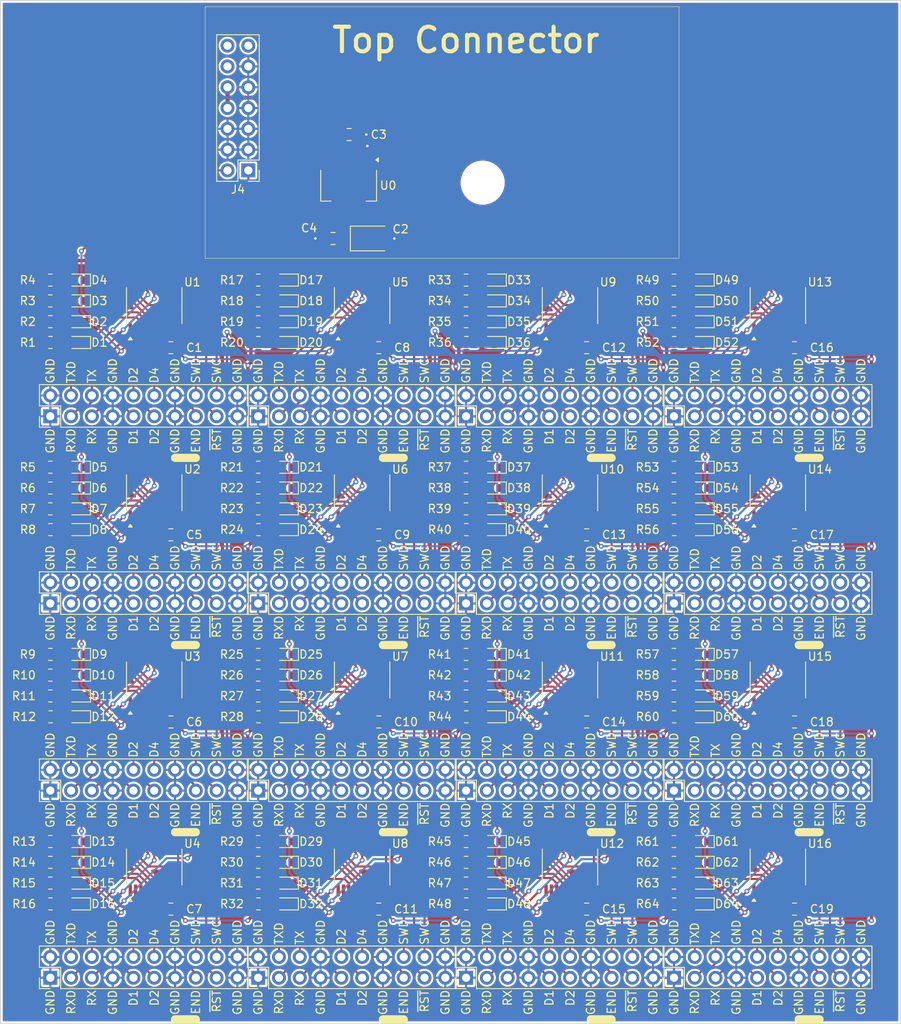
<source format=kicad_pcb>
(kicad_pcb (version 20240108) (generator "pcbnew") (generator_version "8.0")
  (title_block (title "Chain Com Tester") (date "${DATE}") (rev "1.0.0") (company "OpenFlap") (comment 1 "${GIT_TAG}") (comment 2 "Repo: github.com/ToonVanEyck/OpenFlap") (comment 3 "Designer: Toon Van Eyck"))
  (layers (0 "F.Cu" signal) (31 "B.Cu" signal) (34 "B.Paste" user) (35 "F.Paste" user) (36 "B.SilkS" user "B.Silkscreen") (37 "F.SilkS" user "F.Silkscreen") (38 "B.Mask" user) (39 "F.Mask" user) (44 "Edge.Cuts" user))
  (net 0 "")
  (net 1 "Net-(D1-A)")
  (net 2 "Net-(D2-A)")
  (net 3 "Net-(D4-A)")
  (net 4 "+12V")
  (net 5 "/RX From Module")
  (net 6 "+5V")
  (net 7 "GND")
  (net 10 "Net-(D3-A)")
  (net 13 "/TX To Module")
  (net 14 "+3.3V")
  (net 15 "/Chain Com Node 1/DBG 1")
  (net 16 "/Chain Com Node 1/DBG 2")
  (net 17 "/Chain Com Node 1/DBG 3")
  (net 18 "/Chain Com Node 1/DBG 4")
  (net 19 "/Chain Com Node 1/COL END")
  (net 20 "/Chain Com Node 1/TX")
  (net 21 "/Chain Com Node 1/TX DBG")
  (net 22 "/Chain Com Node 1/SWC")
  (net 23 "/Chain Com Node 1/RX DBG")
  (net 24 "/Chain Com Node 1/~{RST}")
  (net 25 "/Chain Com Node 1/SWD")
  (net 28 "/Chain Com Node 2/DBG 4")
  (net 29 "Net-(D5-A)")
  (net 30 "Net-(D6-A)")
  (net 31 "/Chain Com Node 2/DBG 3")
  (net 32 "Net-(D7-A)")
  (net 33 "/Chain Com Node 2/DBG 2")
  (net 34 "Net-(D8-A)")
  (net 35 "/Chain Com Node 2/DBG 1")
  (net 36 "/Chain Com Node 3/DBG 4")
  (net 37 "Net-(D9-A)")
  (net 38 "/Chain Com Node 3/DBG 3")
  (net 39 "Net-(D10-A)")
  (net 40 "Net-(D11-A)")
  (net 41 "/Chain Com Node 3/DBG 2")
  (net 42 "/Chain Com Node 3/DBG 1")
  (net 43 "Net-(D12-A)")
  (net 44 "Net-(D13-A)")
  (net 45 "/Chain Com Node 4/DBG 4")
  (net 46 "Net-(D14-A)")
  (net 47 "/Chain Com Node 4/DBG 3")
  (net 48 "/Chain Com Node 4/DBG 2")
  (net 49 "Net-(D15-A)")
  (net 50 "/Chain Com Node 4/DBG 1")
  (net 51 "Net-(D16-A)")
  (net 52 "Net-(D17-A)")
  (net 53 "/Chain Com Node 5/DBG 4")
  (net 54 "Net-(D18-A)")
  (net 55 "/Chain Com Node 5/DBG 3")
  (net 56 "/Chain Com Node 5/DBG 2")
  (net 57 "Net-(D19-A)")
  (net 58 "Net-(D20-A)")
  (net 59 "/Chain Com Node 5/DBG 1")
  (net 60 "Net-(D21-A)")
  (net 61 "/Chain Com Node 6/DBG 4")
  (net 62 "Net-(D22-A)")
  (net 63 "/Chain Com Node 6/DBG 3")
  (net 64 "Net-(D23-A)")
  (net 65 "/Chain Com Node 6/DBG 2")
  (net 66 "/Chain Com Node 6/DBG 1")
  (net 67 "Net-(D24-A)")
  (net 68 "Net-(D25-A)")
  (net 69 "/Chain Com Node 7/DBG 4")
  (net 70 "Net-(D26-A)")
  (net 71 "/Chain Com Node 7/DBG 3")
  (net 72 "/Chain Com Node 7/DBG 2")
  (net 73 "Net-(D27-A)")
  (net 74 "/Chain Com Node 7/DBG 1")
  (net 75 "Net-(D28-A)")
  (net 76 "/Chain Com Node 8/DBG 4")
  (net 77 "Net-(D29-A)")
  (net 78 "/Chain Com Node 8/DBG 3")
  (net 79 "Net-(D30-A)")
  (net 80 "Net-(D31-A)")
  (net 81 "/Chain Com Node 8/DBG 2")
  (net 82 "/Chain Com Node 8/DBG 1")
  (net 83 "Net-(D32-A)")
  (net 84 "Net-(D33-A)")
  (net 85 "/Chain Com Node 9/DBG 4")
  (net 86 "/Chain Com Node 9/DBG 3")
  (net 87 "Net-(D34-A)")
  (net 88 "/Chain Com Node 9/DBG 2")
  (net 89 "Net-(D35-A)")
  (net 90 "Net-(D36-A)")
  (net 91 "/Chain Com Node 9/DBG 1")
  (net 92 "Net-(D37-A)")
  (net 93 "/Chain Com Node 10/DBG 4")
  (net 94 "/Chain Com Node 10/DBG 3")
  (net 95 "Net-(D38-A)")
  (net 96 "/Chain Com Node 10/DBG 2")
  (net 97 "Net-(D39-A)")
  (net 98 "/Chain Com Node 10/DBG 1")
  (net 99 "Net-(D40-A)")
  (net 100 "/Chain Com Node 11/DBG 4")
  (net 101 "Net-(D41-A)")
  (net 102 "Net-(D42-A)")
  (net 103 "/Chain Com Node 11/DBG 3")
  (net 104 "/Chain Com Node 11/DBG 2")
  (net 105 "Net-(D43-A)")
  (net 106 "/Chain Com Node 11/DBG 1")
  (net 107 "Net-(D44-A)")
  (net 108 "/Chain Com Node 12/DBG 4")
  (net 109 "Net-(D45-A)")
  (net 110 "Net-(D46-A)")
  (net 111 "/Chain Com Node 12/DBG 3")
  (net 112 "Net-(D47-A)")
  (net 113 "/Chain Com Node 12/DBG 2")
  (net 114 "/Chain Com Node 12/DBG 1")
  (net 115 "Net-(D48-A)")
  (net 116 "Net-(D49-A)")
  (net 117 "/Chain Com Node 13/DBG 4")
  (net 118 "Net-(D50-A)")
  (net 119 "/Chain Com Node 13/DBG 3")
  (net 120 "/Chain Com Node 13/DBG 2")
  (net 121 "Net-(D51-A)")
  (net 122 "/Chain Com Node 13/DBG 1")
  (net 123 "Net-(D52-A)")
  (net 124 "Net-(D53-A)")
  (net 125 "/Chain Com Node 14/DBG 4")
  (net 126 "/Chain Com Node 14/DBG 3")
  (net 127 "Net-(D54-A)")
  (net 128 "Net-(D55-A)")
  (net 129 "/Chain Com Node 14/DBG 2")
  (net 130 "/Chain Com Node 14/DBG 1")
  (net 131 "Net-(D56-A)")
  (net 132 "Net-(D57-A)")
  (net 133 "/Chain Com Node 15/DBG 4")
  (net 134 "Net-(D58-A)")
  (net 135 "/Chain Com Node 15/DBG 3")
  (net 136 "Net-(D59-A)")
  (net 137 "/Chain Com Node 15/DBG 2")
  (net 138 "/Chain Com Node 15/DBG 1")
  (net 139 "Net-(D60-A)")
  (net 140 "/Chain Com Node 16/DBG 4")
  (net 141 "Net-(D61-A)")
  (net 142 "/Chain Com Node 16/DBG 3")
  (net 143 "Net-(D62-A)")
  (net 144 "/Chain Com Node 16/DBG 2")
  (net 145 "Net-(D63-A)")
  (net 146 "Net-(D64-A)")
  (net 147 "/Chain Com Node 16/DBG 1")
  (net 148 "/Chain Com Node 2/~{RST}")
  (net 149 "/Chain Com Node 2/SWC")
  (net 150 "/Chain Com Node 2/SWD")
  (net 151 "/Chain Com Node 2/TX")
  (net 152 "/Chain Com Node 2/COL END")
  (net 153 "/Chain Com Node 2/RX DBG")
  (net 154 "/Chain Com Node 2/TX DBG")
  (net 155 "/Chain Com Node 3/TX")
  (net 156 "/Chain Com Node 3/~{RST}")
  (net 157 "/Chain Com Node 3/TX DBG")
  (net 158 "/Chain Com Node 3/SWC")
  (net 159 "/Chain Com Node 3/RX DBG")
  (net 160 "/Chain Com Node 3/SWD")
  (net 161 "/Chain Com Node 3/COL END")
  (net 162 "/Chain Com Node 4/COL END")
  (net 163 "/Chain Com Node 4/RX DBG")
  (net 164 "/Chain Com Node 4/TX DBG")
  (net 165 "/Chain Com Node 4/SWD")
  (net 166 "/Chain Com Node 4/~{RST}")
  (net 167 "/Chain Com Node 4/SWC")
  (net 168 "/Chain Com Node 4/TX")
  (net 169 "/Chain Com Node 5/COL END")
  (net 170 "/Chain Com Node 5/TX DBG")
  (net 171 "/Chain Com Node 5/SWD")
  (net 172 "/Chain Com Node 5/SWC")
  (net 173 "/Chain Com Node 5/RX DBG")
  (net 174 "/Chain Com Node 5/TX")
  (net 175 "/Chain Com Node 5/~{RST}")
  (net 176 "/Chain Com Node 6/SWD")
  (net 177 "/Chain Com Node 6/~{RST}")
  (net 178 "/Chain Com Node 6/RX DBG")
  (net 179 "/Chain Com Node 6/COL END")
  (net 180 "/Chain Com Node 6/TX DBG")
  (net 181 "/Chain Com Node 6/SWC")
  (net 182 "/Chain Com Node 6/TX")
  (net 183 "/Chain Com Node 7/COL END")
  (net 184 "/Chain Com Node 7/RX DBG")
  (net 185 "/Chain Com Node 7/SWD")
  (net 186 "/Chain Com Node 7/TX DBG")
  (net 187 "/Chain Com Node 7/SWC")
  (net 188 "/Chain Com Node 7/TX")
  (net 189 "/Chain Com Node 7/~{RST}")
  (net 190 "/Chain Com Node 8/TX DBG")
  (net 191 "/Chain Com Node 8/SWC")
  (net 192 "/Chain Com Node 8/COL END")
  (net 193 "/Chain Com Node 8/~{RST}")
  (net 194 "/Chain Com Node 8/RX DBG")
  (net 195 "/Chain Com Node 8/TX")
  (net 196 "/Chain Com Node 8/SWD")
  (net 197 "/Chain Com Node 9/TX DBG")
  (net 198 "/Chain Com Node 9/SWC")
  (net 199 "/Chain Com Node 9/RX DBG")
  (net 200 "/Chain Com Node 9/SWD")
  (net 201 "/Chain Com Node 9/COL END")
  (net 202 "/Chain Com Node 9/~{RST}")
  (net 203 "/Chain Com Node 10/RX")
  (net 204 "/Chain Com Node 10/RX DBG")
  (net 205 "/Chain Com Node 10/COL END")
  (net 206 "/Chain Com Node 10/TX")
  (net 207 "/Chain Com Node 10/TX DBG")
  (net 208 "/Chain Com Node 10/SWD")
  (net 209 "/Chain Com Node 10/SWC")
  (net 210 "/Chain Com Node 10/~{RST}")
  (net 211 "/Chain Com Node 11/TX DBG")
  (net 212 "/Chain Com Node 11/~{RST}")
  (net 213 "/Chain Com Node 11/TX")
  (net 214 "/Chain Com Node 11/RX DBG")
  (net 215 "/Chain Com Node 11/SWC")
  (net 216 "/Chain Com Node 11/SWD")
  (net 217 "/Chain Com Node 11/COL END")
  (net 218 "/Chain Com Node 12/~{RST}")
  (net 219 "/Chain Com Node 12/SWC")
  (net 220 "/Chain Com Node 12/TX DBG")
  (net 221 "/Chain Com Node 12/COL END")
  (net 222 "/Chain Com Node 12/SWD")
  (net 223 "/Chain Com Node 12/TX")
  (net 224 "/Chain Com Node 12/RX DBG")
  (net 225 "/Chain Com Node 13/~{RST}")
  (net 226 "/Chain Com Node 13/SWC")
  (net 227 "/Chain Com Node 13/TX")
  (net 228 "/Chain Com Node 13/RX DBG")
  (net 229 "/Chain Com Node 13/TX DBG")
  (net 230 "/Chain Com Node 13/COL END")
  (net 231 "/Chain Com Node 13/SWD")
  (net 232 "/Chain Com Node 14/SWC")
  (net 233 "/Chain Com Node 14/TX DBG")
  (net 234 "/Chain Com Node 14/~{RST}")
  (net 235 "/Chain Com Node 14/SWD")
  (net 236 "/Chain Com Node 14/COL END")
  (net 237 "/Chain Com Node 14/RX DBG")
  (net 238 "/Chain Com Node 14/TX")
  (net 239 "/Chain Com Node 15/~{RST}")
  (net 240 "/Chain Com Node 15/SWC")
  (net 241 "/Chain Com Node 15/RX DBG")
  (net 242 "/Chain Com Node 15/TX")
  (net 243 "/Chain Com Node 15/TX DBG")
  (net 244 "/Chain Com Node 15/SWD")
  (net 245 "/Chain Com Node 15/COL END")
  (net 246 "/Chain Com Node 16/RX DBG")
  (net 247 "/Chain Com Node 16/~{RST}")
  (net 248 "/Chain Com Node 16/SWC")
  (net 249 "/Chain Com Node 16/COL END")
  (net 250 "/Chain Com Node 16/SWD")
  (net 251 "/Chain Com Node 16/TX DBG")
  (footprint "Resistor_SMD:R_0805_2012Metric" (layer "F.Cu") (at 108.991 180.410204)
    (property "Reference" "R46")
    (property "Value" "330R")
  )
  (footprint "LED_SMD:LED_0603_1608Metric" (layer "F.Cu") (at 112.42 114.370204 180)
    (property "Reference" "D35")
    (property "Value" "XL-1608SYGC-06")
  )
  (footprint "Connector_PinHeader_2.54mm:PinHeader_2x10_P2.54mm_Vertical" (layer "F.Cu") (at 108.991 148.787204 90)
    (property "Reference" "J11" (hide yes))
    (property "Value" "2x10 Header")
  )
  (footprint "LED_SMD:LED_0603_1608Metric" (layer "F.Cu") (at 137.82 137.230204 180)
    (property "Reference" "D55")
    (property "Value" "XL-1608SYGC-06")
  )
  (footprint "LED_SMD:LED_0603_1608Metric" (layer "F.Cu") (at 61.62 155.010204 180)
    (property "Reference" "D9")
    (property "Value" "XL-1608SURC-06")
  )
  (footprint "Package_SO:TSSOP-20_4.4x6.5mm_P0.65mm" (layer "F.Cu") (at 147.087 158.126704 90)
    (property "Reference" "U15")
    (property "Value" "PY32F003F1xPx")
  )
  (footprint "Resistor_SMD:R_0805_2012Metric" (layer "F.Cu") (at 134.391 177.870204)
    (property "Reference" "R61")
    (property "Value" "330R")
  )
  (footprint "LED_SMD:LED_0603_1608Metric" (layer "F.Cu") (at 61.62 134.690204 180)
    (property "Reference" "D6")
    (property "Value" "XL-1608UOC-06")
  )
  (footprint "Resistor_SMD:R_0805_2012Metric" (layer "F.Cu") (at 108.991 109.290204)
    (property "Reference" "R33")
    (property "Value" "330R")
  )
  (footprint "Resistor_SMD:R_0805_2012Metric" (layer "F.Cu") (at 58.191 134.690204)
    (property "Reference" "R6")
    (property "Value" "330R")
  )
  (footprint "Capacitor_SMD:C_0805_2012Metric" (layer "F.Cu") (at 123.723 163.265204 180)
    (property "Reference" "C14")
    (property "Value" "100nF")
  )
  (footprint "LED_SMD:LED_0603_1608Metric" (layer "F.Cu") (at 137.82 177.870204 180)
    (property "Reference" "D61")
    (property "Value" "XL-1608SURC-06")
  )
  (footprint "LED_SMD:LED_0603_1608Metric" (layer "F.Cu") (at 137.82 155.010204 180)
    (property "Reference" "D57")
    (property "Value" "XL-1608SURC-06")
  )
  (footprint "LED_SMD:LED_0603_1608Metric" (layer "F.Cu") (at 61.62 180.410204 180)
    (property "Reference" "D14")
    (property "Value" "XL-1608UOC-06")
  )
  (footprint "Package_SO:TSSOP-20_4.4x6.5mm_P0.65mm" (layer "F.Cu") (at 147.087 135.266704 90)
    (property "Reference" "U14")
    (property "Value" "PY32F003F1xPx")
  )
  (footprint "Capacitor_SMD:C_0805_2012Metric" (layer "F.Cu") (at 72.923 140.405204 180)
    (property "Reference" "C5")
    (property "Value" "100nF")
  )
  (footprint "Resistor_SMD:R_0805_2012Metric" (layer "F.Cu") (at 83.591 182.950204)
    (property "Reference" "R31")
    (property "Value" "330R")
  )
  (footprint "LED_SMD:LED_0603_1608Metric" (layer "F.Cu") (at 112.42 157.550204 180)
    (property "Reference" "D42")
    (property "Value" "XL-1608UOC-06")
  )
  (footprint "Connector_PinHeader_2.54mm:PinHeader_2x10_P2.54mm_Vertical" (layer "F.Cu") (at 134.391 125.927204 90)
    (property "Reference" "J14" (hide yes))
    (property "Value" "2x10 Header")
  )
  (footprint "LED_SMD:LED_0603_1608Metric" (layer "F.Cu") (at 87.02 157.550204 180)
    (property "Reference" "D26")
    (property "Value" "XL-1608UOC-06")
  )
  (footprint "Resistor_SMD:R_0805_2012Metric" (layer "F.Cu") (at 83.6145 116.910204)
    (property "Reference" "R20")
    (property "Value" "330R")
  )
  (footprint "Resistor_SMD:R_0805_2012Metric" (layer "F.Cu") (at 58.191 182.950204)
    (property "Reference" "R15")
    (property "Value" "330R")
  )
  (footprint "Resistor_SMD:R_0805_2012Metric" (layer "F.Cu") (at 108.991 182.950204)
    (property "Reference" "R47")
    (property "Value" "330R")
  )
  (footprint "Resistor_SMD:R_0805_2012Metric" (layer "F.Cu") (at 58.191 180.410204)
    (property "Reference" "R14")
    (property "Value" "330R")
  )
  (footprint "Resistor_SMD:R_0805_2012Metric" (layer "F.Cu") (at 134.391 160.090204)
    (property "Reference" "R59")
    (property "Value" "330R")
  )
  (footprint "LED_SMD:LED_0603_1608Metric" (layer "F.Cu") (at 112.42 177.870204 180)
    (property "Reference" "D45")
    (property "Value" "XL-1608SURC-06")
  )
  (footprint "LED_SMD:LED_0603_1608Metric" (layer "F.Cu") (at 61.62 185.490204 180)
    (property "Reference" "D16")
    (property "Value" "XL-1608UBC-06A")
  )
  (footprint "Resistor_SMD:R_0805_2012Metric" (layer "F.Cu") (at 83.591 132.150204)
    (property "Reference" "R21")
    (property "Value" "330R")
  )
  (footprint "Resistor_SMD:R_0805_2012Metric" (layer "F.Cu") (at 134.4145 162.630204)
    (property "Reference" "R60")
    (property "Value" "330R")
  )
  (footprint "LED_SMD:LED_0603_1608Metric" (layer "F.Cu") (at 112.42 182.950204 180)
    (property "Reference" "D47")
    (property "Value" "XL-1608SYGC-06")
  )
  (footprint "Resistor_SMD:R_0805_2012Metric" (layer "F.Cu") (at 134.391 157.550204)
    (property "Reference" "R58")
    (property "Value" "330R")
  )
  (footprint "Resistor_SMD:R_0805_2012Metric" (layer "F.Cu") (at 134.391 182.950204)
    (property "Reference" "R63")
    (property "Value" "330R")
  )
  (footprint "Resistor_SMD:R_0805_2012Metric" (layer "F.Cu") (at 58.191 155.010204)
    (property "Reference" "R9")
    (property "Value" "330R")
  )
  (footprint "LED_SMD:LED_0603_1608Metric" (layer "F.Cu") (at 87.02 116.910204 180)
    (property "Reference" "D20")
    (property "Value" "XL-1608UBC-06A")
  )
  (footprint "Capacitor_SMD:C_0805_2012Metric" (layer "F.Cu") (at 149.123 140.405204 180)
    (property "Reference" "C17")
    (property "Value" "100nF")
  )
  (footprint "LED_SMD:LED_0603_1608Metric" (layer "F.Cu") (at 137.82 160.090204 180)
    (property "Reference" "D59")
    (property "Value" "XL-1608SYGC-06")
  )
  (footprint "Capacitor_SMD:C_0805_2012Metric" (layer "F.Cu") (at 98.323 117.545204 180)
    (property "Reference" "C8")
    (property "Value" "100nF")
  )
  (footprint "Resistor_SMD:R_0805_2012Metric" (layer "F.Cu") (at 58.191 160.090204)
    (property "Reference" "R11")
    (property "Value" "330R")
  )
  (footprint "Package_SO:TSSOP-20_4.4x6.5mm_P0.65mm" (layer "F.Cu") (at 70.887 135.266704 90)
    (property "Reference" "U2")
    (property "Value" "PY32F003F1xPx")
  )
  (footprint "Connector_PinHeader_2.54mm:PinHeader_2x10_P2.54mm_Vertical" (layer "F.Cu") (at 108.991 194.507204 90)
    (property "Reference" "J13" (hide yes))
    (property "Value" "2x10 Header")
  )
  (footprint "LED_SMD:LED_0603_1608Metric" (layer "F.Cu") (at 87.02 160.090204 180)
    (property "Reference" "D27")
    (property "Value" "XL-1608SYGC-06")
  )
  (footprint "LED_SMD:LED_0603_1608Metric" (layer "F.Cu") (at 87.02 185.490204 180)
    (property "Reference" "D32")
    (property "Value" "XL-1608UBC-06A")
  )
  (footprint "Resistor_SMD:R_0805_2012Metric" (layer "F.Cu") (at 109.0145 116.910204)
    (property "Reference" "R36")
    (property "Value" "330R")
  )
  (footprint "LED_SMD:LED_0603_1608Metric" (layer "F.Cu") (at 112.42 139.770204 180)
    (property "Reference" "D40")
    (property "Value" "XL-1608UBC-06A")
  )
  (footprint "LED_SMD:LED_0603_1608Metric" (layer "F.Cu") (at 87.02 182.950204 180)
    (property "Reference" "D31")
    (property "Value" "XL-1608SYGC-06")
  )
  (footprint "Resistor_SMD:R_0805_2012Metric" (layer "F.Cu") (at 58.2145 139.770204)
    (property "Reference" "R8")
    (property "Value" "330R")
  )
  (footprint "Capacitor_SMD:C_0805_2012Metric" (layer "F.Cu") (at 98.323 140.405204 180)
    (property "Reference" "C9")
    (property "Value" "100nF")
  )
  (footprint "LED_SMD:LED_0603_1608Metric" (layer "F.Cu") (at 87.02 180.410204 180)
    (property "Reference" "D30")
    (property "Value" "XL-1608UOC-06")
  )
  (footprint "Package_SO:TSSOP-20_4.4x6.5mm_P0.65mm" (layer "F.Cu") (at 147.087 112.406704 90)
    (property "Reference" "U13")
    (property "Value" "PY32F003F1xPx")
  )
  (footprint "Package_SO:TSSOP-20_4.4x6.5mm_P0.65mm" (layer "F.Cu") (at 121.687 112.406704 90)
    (property "Reference" "U9")
    (property "Value" "PY32F003F1xPx")
  )
  (footprint "LED_SMD:LED_0603_1608Metric" (layer "F.Cu") (at 87.02 177.870204 180)
    (property "Reference" "D29")
    (property "Value" "XL-1608SURC-06")
  )
  (footprint "Resistor_SMD:R_0805_2012Metric" (layer "F.Cu") (at 134.391 137.230204)
    (property "Reference" "R55")
    (property "Value" "330R")
  )
  (footprint "Resistor_SMD:R_0805_2012Metric" (layer "F.Cu") (at 134.4145 116.910204)
    (property "Reference" "R52")
    (property "Value" "330R")
  )
  (footprint "Resistor_SMD:R_0805_2012Metric" (layer "F.Cu") (at 58.191 177.870204)
    (property "Reference" "R13")
    (property "Value" "330R")
  )
  (footprint "Resistor_SMD:R_0805_2012Metric" (layer "F.Cu") (at 58.191 157.550204)
    (property "Reference" "R10")
    (property "Value" "330R")
  )
  (footprint "Package_SO:TSSOP-20_4.4x6.5mm_P0.65mm" (layer "F.Cu") (at 121.687 135.266704 90)
    (property "Reference" "U10")
    (property "Value" "PY32F003F1xPx")
  )
  (footprint "Resistor_SMD:R_0805_2012Metric" (layer "F.Cu") (at 108.991 134.690204)
    (property "Reference" "R38")
    (property "Value" "330R")
  )
  (footprint "Resistor_SMD:R_0805_2012Metric" (layer "F.Cu") (at 108.991 132.150204)
    (property "Reference" "R37")
    (property "Value" "330R")
  )
  (footprint "Package_TO_SOT_SMD:SOT-223-3_TabPin2" (layer "F.Cu") (at 94.64 97.733204 -90)
    (property "Reference" "U0")
    (property "Value" "AMS1117-3.3")
  )
  (footprint "Capacitor_Tantalum_SMD:CP_EIA-3528-21_Kemet-B" (layer "F.Cu") (at 97.307 104.210204)
    (property "Reference" "C2")
    (property "Value" "100uF")
  )
  (footprint "Resistor_SMD:R_0805_2012Metric" (layer "F.Cu") (at 108.991 114.370204)
    (property "Reference" "R35")
    (property "Value" "330R")
  )
  (footprint "Connector_PinHeader_2.54mm:PinHeader_2x10_P2.54mm_Vertical" (layer "F.Cu") (at 83.591 171.647204 90)
    (property "Reference" "J8" (hide yes))
    (property "Value" "2x10 Header")
  )
  (footprint "Capacitor_SMD:C_0805_2012Metric" (layer "F.Cu") (at 149.123 117.545204 180)
    (property "Reference" "C16")
    (property "Value" "100nF")
  )
  (footprint "Resistor_SMD:R_0805_2012Metric" (layer "F.Cu") (at 58.191 132.150204)
    (property "Reference" "R5")
    (property "Value" "330R")
  )
  (footprint "Capacitor_SMD:C_0805_2012Metric" (layer "F.Cu") (at 92.735 104.210204 180)
    (property "Reference" "C4")
    (property "Value" "1uF")
  )
  (footprint "LED_SMD:LED_0603_1608Metric" (layer "F.Cu") (at 61.62 116.910204 180)
    (property "Reference" "D1")
    (property "Value" "XL-1608UBC-06A")
  )
  (footprint "Package_SO:TSSOP-20_4.4x6.5mm_P0.65mm" (layer "F.Cu") (at 96.287 112.406704 90)
    (property "Reference" "U5")
    (property "Value" "PY32F003F1xPx")
  )
  (footprint "Package_SO:TSSOP-20_4.4x6.5mm_P0.65mm" (layer "F.Cu") (at 121.687 180.986704 90)
    (property "Reference" "U12")
    (property "Value" "PY32F003F1xPx")
  )
  (footprint "Connector_PinHeader_2.54mm:PinHeader_2x10_P2.54mm_Vertical" (layer "F.Cu") (at 83.591 125.927204 90)
    (property "Reference" "J6" (hide yes))
    (property "Value" "2x10 Header")
  )
  (footprint "LED_SMD:LED_0603_1608Metric" (layer "F.Cu") (at 112.42 134.690204 180)
    (property "Reference" "D38")
    (property "Value" "XL-1608UOC-06")
  )
  (footprint "Capacitor_SMD:C_0805_2012Metric" (layer "F.Cu") (at 98.323 163.265204 180)
    (property "Reference" "C10")
    (property "Value" "100nF")
  )
  (footprint "Resistor_SMD:R_0805_2012Metric" (layer "F.Cu") (at 83.591 114.370204)
    (property "Reference" "R19")
    (property "Value" "330R")
  )
  (footprint "LED_SMD:LED_0603_1608Metric" (layer "F.Cu") (at 137.82 139.770204 180)
    (property "Reference" "D56")
    (property "Value" "XL-1608UBC-06A")
  )
  (footprint "LED_SMD:LED_0603_1608Metric" (layer "F.Cu") (at 87.02 132.150204 180)
    (property "Reference" "D21")
    (property "Value" "XL-1608SURC-06")
  )
  (footprint "Resistor_SMD:R_0805_2012Metric" (layer "F.Cu") (at 108.991 177.870204)
    (property "Reference" "R45")
    (property "Value" "330R")
  )
  (footprint "Connector_PinHeader_2.54mm:PinHeader_2x10_P2.54mm_Vertical" (layer "F.Cu") (at 58.191 194.507204 90)
    (property "Reference" "J5" (hide yes))
    (property "Value" "2x10 Header")
  )
  (footprint "Package_SO:TSSOP-20_4.4x6.5mm_P0.65mm" (layer "F.Cu") (at 147.087 180.986704 90)
    (property "Reference" "U16")
    (property "Value" "PY32F003F1xPx")
  )
  (footprint "Connector_PinHeader_2.54mm:PinHeader_2x10_P2.54mm_Vertical" (layer "F.Cu") (at 134.391 148.787204 90)
    (property "Reference" "J15" (hide yes))
    (property "Value" "2x10 Header")
  )
  (footprint "LED_SMD:LED_0603_1608Metric" (layer "F.Cu") (at 112.42 162.630204 180)
    (property "Reference" "D44")
    (property "Value" "XL-1608UBC-06A")
  )
  (footprint "Resistor_SMD:R_0805_2012Metric" (layer "F.Cu") (at 83.591 160.090204)
    (property "Reference" "R27")
    (property "Value" "330R")
  )
  (footprint "Connector_PinHeader_2.54mm:PinHeader_2x10_P2.54mm_Vertical" (layer "F.Cu") (at 83.591 194.507204 90)
    (property "Reference" "J9" (hide yes))
    (property "Value" "2x10 Header")
  )
  (footprint "Resistor_SMD:R_0805_2012Metric" (layer "F.Cu") (at 134.391 111.830204)
    (property "Reference" "R50")
    (property "Value" "330R")
  )
  (footprint "Resistor_SMD:R_0805_2012Metric" (layer "F.Cu") (at 83.591 155.010204)
    (property "Reference" "R25")
    (property "Value" "330R")
  )
  (footprint "LED_SMD:LED_0603_1608Metric" (layer "F.Cu") (at 61.62 139.770204 180)
    (property "Reference" "D8")
    (property "Value" "XL-1608UBC-06A")
  )
  (footprint "LED_SMD:LED_0603_1608Metric" (layer "F.Cu") (at 137.82 182.950204 180)
    (property "Reference" "D63")
    (property "Value" "XL-1608SYGC-06")
  )
  (footprint "Resistor_SMD:R_0805_2012Metric" (layer "F.Cu") (at 109.0145 185.490204)
    (property "Reference" "R48")
    (property "Value" "330R")
  )
  (footprint "Package_SO:TSSOP-20_4.4x6.5mm_P0.65mm" (layer "F.Cu") (at 96.287 158.126704 90)
    (property "Reference" "U7")
    (property "Value" "PY32F003F1xPx")
  )
  (footprint "Resistor_SMD:R_0805_2012Metric" (layer "F.Cu") (at 83.591 177.870204)
    (property "Reference" "R29")
    (property "Value" "330R")
  )
  (footprint "LED_SMD:LED_0603_1608Metric" (layer "F.Cu") (at 112.42 185.490204 180)
    (property "Reference" "D48")
    (property "Value" "XL-1608UBC-06A")
  )
  (footprint "Connector_PinHeader_2.54mm:PinHeader_2x10_P2.54mm_Vertical" (layer "F.Cu") (at 58.191 171.647204 90)
    (property "Reference" "J3" (hide yes))
    (property "Value" "2x10 Header")
  )
  (footprint "Capacitor_SMD:C_0805_2012Metric" (layer "F.Cu") (at 72.923 186.125204 180)
    (property "Reference" "C7")
    (property "Value" "100nF")
  )
  (footprint "LED_SMD:LED_0603_1608Metric" (layer "F.Cu") (at 87.02 114.370204 180)
    (property "Reference" "D19")
    (property "Value" "XL-1608SYGC-06")
  )
  (footprint "Resistor_SMD:R_0805_2012Metric" (layer "F.Cu") (at 83.6145 185.490204)
    (property "Reference" "R32")
    (property "Value" "330R")
  )
  (footprint "LED_SMD:LED_0603_1608Metric" (layer "F.Cu") (at 87.02 155.010204 180)
    (property "Reference" "D25")
    (property "Value" "XL-1608SURC-06")
  )
  (footprint "Connector_PinHeader_2.54mm:PinHeader_2x07_P2.54mm_Vertical" (layer "F.Cu") (at 82.384 95.892936 180)
    (property "Reference" "J4")
    (property "Value" "Conn_02x07_Odd_Even")
  )
  (footprint "LED_SMD:LED_0603_1608Metric" (layer "F.Cu") (at 61.62 162.630204 180)
    (property "Reference" "D12")
    (property "Value" "XL-1608UBC-06A")
  )
  (footprint "Resistor_SMD:R_0805_2012Metric" (layer "F.Cu") (at 134.391 132.150204)
    (property "Reference" "R53")
    (property "Value" "330R")
  )
  (footprint "Package_SO:TSSOP-20_4.4x6.5mm_P0.65mm" (layer "F.Cu") (at 96.287 135.266704 90)
    (property "Reference" "U6")
    (property "Value" "PY32F003F1xPx")
  )
  (footprint "Resistor_SMD:R_0805_2012Metric" (layer "F.Cu") (at 58.2145 162.630204)
    (property "Reference" "R12")
    (property "Value" "330R")
  )
  (footprint "LED_SMD:LED_0603_1608Metric" (layer "F.Cu") (at 87.02 111.830204 180)
    (property "Reference" "D18")
    (property "Value" "XL-1608UOC-06")
  )
  (footprint "Resistor_SMD:R_0805_2012Metric" (layer "F.Cu") (at 58.191 109.290204)
    (property "Reference" "R4")
    (property "Value" "330R")
  )
  (footprint "Capacitor_SMD:C_0805_2012Metric" (layer "F.Cu") (at 123.723 186.125204 180)
    (property "Reference" "C15")
    (property "Value" "100nF")
  )
  (footprint "Capacitor_SMD:C_0805_2012Metric" (layer "F.Cu") (at 149.123 163.265204 180)
    (property "Reference" "C18")
    (property "Value" "100nF")
  )
  (footprint "LED_SMD:LED_0603_1608Metric" (layer "F.Cu") (at 87.02 162.630204 180)
    (property "Reference" "D28")
    (property "Value" "XL-1608UBC-06A")
  )
  (footprint "Capacitor_SMD:C_0805_2012Metric" (layer "F.Cu") (at 123.723 140.405204 180)
    (property "Reference" "C13")
    (property "Value" "100nF")
  )
  (footprint "LED_SMD:LED_0603_1608Metric" (layer "F.Cu") (at 61.62 157.550204 180)
    (property "Reference" "D10")
    (property "Value" "XL-1608UOC-06")
  )
  (footprint "Package_SO:TSSOP-20_4.4x6.5mm_P0.65mm" (layer "F.Cu") (at 70.887 112.406704 90)
    (property "Reference" "U1")
    (property "Value" "PY32F003F1xPx")
  )
  (footprint "LED_SMD:LED_0603_1608Metric" (layer "F.Cu") (at 137.82 116.910204 180)
    (property "Reference" "D52")
    (property "Value" "XL-1608UBC-06A")
  )
  (footprint "Resistor_SMD:R_0805_2012Metric" (layer "F.Cu") (at 58.191 137.230204)
    (property "Reference" "R7")
    (property "Value" "330R")
  )
  (footprint "Resistor_SMD:R_0805_2012Metric" (layer "F.Cu") (at 134.391 114.370204)
    (property "Reference" "R51")
    (property "Value" "330R")
  )
  (footprint "LED_SMD:LED_0603_1608Metric" (layer "F.Cu") (at 137.82 114.370204 180)
    (property "Reference" "D51")
    (property "Value" "XL-1608SYGC-06")
  )
  (footprint "LED_SMD:LED_0603_1608Metric" (layer "F.Cu") (at 112.42 180.410204 180)
    (property "Reference" "D46")
    (property "Value" "XL-1608UOC-06")
  )
  (footprint "LED_SMD:LED_0603_1608Metric" (layer "F.Cu") (at 61.62 177.870204 180)
    (property "Reference" "D13")
    (property "Value" "XL-1608SURC-06")
  )
  (footprint "Connector_PinHeader_2.54mm:PinHeader_2x10_P2.54mm_Vertical" (layer "F.Cu") (at 134.391 194.507204 90)
    (property "Reference" "J17" (hide yes))
    (property "Value" "2x10 Header")
  )
  (footprint "Resistor_SMD:R_0805_2012Metric" (layer "F.Cu") (at 108.991 111.830204)
    (property "Reference" "R34")
    (property "Value" "330R")
  )
  (footprint "LED_SMD:LED_0603_1608Metric" (layer "F.Cu") (at 112.42 155.010204 180)
    (property "Reference" "D41")
    (property "Value" "XL-1608SURC-06")
  )
  (footprint "LED_SMD:LED_0603_1608Metric" (layer "F.Cu") (at 87.02 137.230204 180)
    (property "Reference" "D23")
    (property "Value" "XL-1608SYGC-06")
  )
  (footprint "Resistor_SMD:R_0805_2012Metric" (layer "F.Cu") (at 83.591 109.290204)
    (property "Reference" "R17")
    (property "Value" "330R")
  )
  (footprint "Connector_PinHeader_2.54mm:PinHeader_2x10_P2.54mm_Vertical" (layer "F.Cu") (at 83.591 148.787204 90)
    (property "Reference" "J7" (hide yes))
    (property "Value" "2x10 Header")
  )
  (footprint "Connector_PinHeader_2.54mm:PinHeader_2x10_P2.54mm_Vertical" (layer "F.Cu") (at 108.991 171.647204 90)
    (property "Reference" "J12" (hide yes))
    (property "Value" "2x10 Header")
  )
  (footprint "Package_SO:TSSOP-20_4.4x6.5mm_P0.65mm" (layer "F.Cu") (at 121.687 158.126704 90)
    (property "Reference" "U11")
    (property "Value" "PY32F003F1xPx")
  )
  (footprint "Resistor_SMD:R_0805_2012Metric" (layer "F.Cu") (at 83.591 111.830204)
    (property "Reference" "R18")
    (property "Value" "330R")
  )
  (footprint "LED_SMD:LED_0603_1608Metric" (layer "F.Cu") (at 137.82 109.290204 180)
    (property "Reference" "D49")
    (property "Value" "XL-1608SURC-06")
  )
  (footprint "LED_SMD:LED_0603_1608Metric" (layer "F.Cu") (at 61.62 111.830204 180)
    (property "Reference" "D3")
    (property "Value" "XL-1608UOC-06")
  )
  (footprint "Capacitor_SMD:C_0805_2012Metric" (layer "F.Cu") (at 72.923 163.265204 180)
    (property "Reference" "C6")
    (property "Value" "100nF")
  )
  (footprint "Package_SO:TSSOP-20_4.4x6.5mm_P0.65mm" (layer "F.Cu") (at 96.287 180.986704 90)
    (property "Reference" "U8")
    (property "Value" "PY32F003F1xPx")
  )
  (footprint "Resistor_SMD:R_0805_2012Metric" (layer "F.Cu") (at 58.2145 116.910204)
    (property "Reference" "R1")
    (property "Value" "330R")
  )
  (footprint "Connector_PinHeader_2.54mm:PinHeader_2x10_P2.54mm_Vertical" (layer "F.Cu") (at 58.191 148.787204 90)
    (property "Reference" "J2" (hide yes))
    (property "Value" "2x10 Header")
  )
  (footprint "Resistor_SMD:R_0805_2012Metric" (layer "F.Cu") (at 134.391 109.290204)
    (property "Reference" "R49")
    (property "Value" "330R")
  )
  (footprint "Resistor_SMD:R_0805_2012Metric" (layer "F.Cu") (at 83.591 134.690204)
    (property "Reference" "R22")
    (property "Value" "330R")
  )
  (footprint "LED_SMD:LED_0603_1608Metric" (layer "F.Cu") (at 112.42 111.830204 180)
    (property "Reference" "D34")
    (property "Value" "XL-1608UOC-06")
  )
  (footprint "Resistor_SMD:R_0805_2012Metric" (layer "F.Cu") (at 134.391 180.410204)
    (property "Reference" "R62")
    (property "Value" "330R")
  )
  (footprint "LED_SMD:LED_0603_1608Metric" (layer "F.Cu") (at 87.02 134.690204 180)
    (property "Reference" "D22")
    (property "Value" "XL-1608UOC-06")
  )
  (footprint "LED_SMD:LED_0603_1608Metric" (layer "F.Cu") (at 61.62 182.950204 180)
    (property "Reference" "D15")
    (property "Value" "XL-1608SYGC-06")
  )
  (footprint "LED_SMD:LED_0603_1608Metric" (layer "F.Cu") (at 87.02 139.770204 180)
    (property "Reference" "D24")
    (property "Value" "XL-1608UBC-06A")
  )
  (footprint "LED_SMD:LED_0603_1608Metric" (layer "F.Cu") (at 112.42 160.090204 180)
    (property "Reference" "D43")
    (property "Value" "XL-1608SYGC-06")
  )
  (footprint "LED_SMD:LED_0603_1608Metric" (layer "F.Cu") (at 112.42 137.230204 180)
    (property "Reference" "D39")
    (property "Value" "XL-1608SYGC-06")
  )
  (footprint "Capacitor_SMD:C_0805_2012Metric" (layer "F.Cu") (at 123.723 117.545204 180)
    (property "Reference" "C12")
    (property "Value" "100nF")
  )
  (footprint "Resistor_SMD:R_0805_2012Metric" (layer "F.Cu") (at 58.191 111.830204)
    (property "Reference" "R3")
    (property "Value" "330R")
  )
  (footprint "Resistor_SMD:R_0805_2012Metric" (layer "F.Cu") (at 58.191 114.370204)
    (property "Reference" "R2")
    (property "Value" "330R")
  )
  (footprint "LED_SMD:LED_0603_1608Metric" (layer "F.Cu") (at 137.82 134.690204 180)
    (property "Reference" "D54")
    (property "Value" "XL-1608UOC-06")
  )
  (footprint "LED_SMD:LED_0603_1608Metric" (layer "F.Cu") (at 137.82 111.830204 180)
    (property "Reference" "D50")
    (property "Value" "XL-1608UOC-06")
  )
  (footprint "Resistor_SMD:R_0805_2012Metric" (layer "F.Cu") (at 134.4145 139.770204)
    (property "Reference" "R56")
    (property "Value" "330R")
  )
  (footprint "LED_SMD:LED_0603_1608Metric" (layer "F.Cu") (at 61.62 137.230204 180)
    (property "Reference" "D7")
    (property "Value" "XL-1608SYGC-06")
  )
  (footprint "Resistor_SMD:R_0805_2012Metric" (layer "F.Cu") (at 108.991 157.550204)
    (property "Reference" "R42")
    (property "Value" "330R")
  )
  (footprint "Resistor_SMD:R_0805_2012Metric" (layer "F.Cu") (at 83.591 180.410204)
    (property "Reference" "R30")
    (property "Value" "330R")
  )
  (footprint "LED_SMD:LED_0603_1608Metric" (layer "F.Cu") (at 112.42 109.290204 180)
    (property "Reference" "D33")
    (property "Value" "XL-1608SURC-06")
  )
  (footprint "LED_SMD:LED_0603_1608Metric" (layer "F.Cu") (at 112.42 132.150204 180)
    (property "Reference" "D37")
    (property "Value" "XL-1608SURC-06")
  )
  (footprint "Resistor_SMD:R_0805_2012Metric" (layer "F.Cu") (at 108.991 137.230204)
    (property "Reference" "R39")
    (property "Value" "330R")
  )
  (footprint "LED_SMD:LED_0603_1608Metric" (layer "F.Cu") (at 137.82 180.410204 180)
    (property "Reference" "D62")
    (property "Value" "XL-1608UOC-06")
  )
  (footprint "Resistor_SMD:R_0805_2012Metric" (layer "F.Cu") (at 134.4145 185.490204)
    (property "Reference" "R64")
    (property "Value" "330R")
  )
  (footprint "Resistor_SMD:R_0805_2012Metric" (layer "F.Cu") (at 108.991 155.010204)
    (property "Reference" "R41")
    (property "Value" "330R")
  )
  (footprint "Capacitor_SMD:C_0805_2012Metric" (layer "F.Cu") (at 149.123 186.125204 180)
    (property "Reference" "C19")
    (property "Value" "100nF")
  )
  (footprint "Capacitor_SMD:C_0805_2012Metric" (layer "F.Cu") (at 94.701 91.510204)
    (property "Reference" "C3")
    (property "Value" "1uF")
  )
  (footprint "Connector_PinHeader_2.54mm:PinHeader_2x10_P2.54mm_Vertical" (layer "F.Cu") (at 134.391 171.647204 90)
    (property "Reference" "J16" (hide yes))
    (property "Value" "2x10 Header")
  )
  (footprint "Resistor_SMD:R_0805_2012Metric" (layer "F.Cu") (at 134.391 134.690204)
    (property "Reference" "R54")
    (property "Value" "330R")
  )
  (footprint "Resistor_SMD:R_0805_2012Metric" (layer "F.Cu") (at 108.991 160.090204)
    (property "Reference" "R43")
    (property "Value" "330R")
  )
  (footprint "LED_SMD:LED_0603_1608Metric" (layer "F.Cu") (at 137.82 132.150204 180)
    (property "Reference" "D53")
    (property "Value" "XL-1608SURC-06")
  )
  (footprint "Connector_PinHeader_2.54mm:PinHeader_2x10_P2.54mm_Vertical" (layer "F.Cu") (at 58.191 125.927204 90)
    (property "Reference" "J1" (hide yes))
    (property "Value" "2x10 Header")
  )
  (footprint "Resistor_SMD:R_0805_2012Metric" (layer "F.Cu") (at 83.591 157.550204)
    (property "Reference" "R26")
    (property "Value" "330R")
  )
  (footprint "Resistor_SMD:R_0805_2012Metric" (layer "F.Cu") (at 109.0145 139.770204)
    (property "Reference" "R40")
    (property "Value" "330R")
  )
  (footprint "" (layer "F.Cu") (at 111.014 97.389204)
    (property "Reference" "H1" (hide yes))
    (property "Value" "")
  )
  (footprint "LED_SMD:LED_0603_1608Metric" (layer "F.Cu") (at 61.62 132.150204 180)
    (property "Reference" "D5")
    (property "Value" "XL-1608SURC-06")
  )
  (footprint "Resistor_SMD:R_0805_2012Metric" (layer "F.Cu") (at 58.2145 185.490204)
    (property "Reference" "R16")
    (property "Value" "330R")
  )
  (footprint "Connector_PinHeader_2.54mm:PinHeader_2x10_P2.54mm_Vertical" (layer "F.Cu") (at 108.991 125.927204 90)
    (property "Reference" "J10" (hide yes))
    (property "Value" "2x10 Header")
  )
  (footprint "LED_SMD:LED_0603_1608Metric" (layer "F.Cu") (at 137.82 185.490204 180)
    (property "Reference" "D64")
    (property "Value" "XL-1608UBC-06A")
  )
  (footprint "LED_SMD:LED_0603_1608Metric" (layer "F.Cu") (at 61.62 109.290204 180)
    (property "Reference" "D4")
    (property "Value" "XL-1608SURC-06")
  )
  (footprint "LED_SMD:LED_0603_1608Metric" (layer "F.Cu") (at 137.82 157.550204 180)
    (property "Reference" "D58")
    (property "Value" "XL-1608UOC-06")
  )
  (footprint "LED_SMD:LED_0603_1608Metric" (layer "F.Cu") (at 61.62 160.090204 180)
    (property "Reference" "D11")
    (property "Value" "XL-1608SYGC-06")
  )
  (footprint "Resistor_SMD:R_0805_2012Metric" (layer "F.Cu") (at 109.0145 162.630204)
    (property "Reference" "R44")
    (property "Value" "330R")
  )
  (footprint "LED_SMD:LED_0603_1608Metric" (layer "F.Cu") (at 137.82 162.630204 180)
    (property "Reference" "D60")
    (property "Value" "XL-1608UBC-06A")
  )
  (footprint "Resistor_SMD:R_0805_2012Metric" (layer "F.Cu") (at 83.6145 162.630204)
    (property "Reference" "R28")
    (property "Value" "330R")
  )
  (footprint "LED_SMD:LED_0603_1608Metric" (layer "F.Cu") (at 61.62 114.370204 180)
    (property "Reference" "D2")
    (property "Value" "XL-1608SYGC-06")
  )
  (footprint "Resistor_SMD:R_0805_2012Metric" (layer "F.Cu") (at 134.391 155.010204)
    (property "Reference" "R57")
    (property "Value" "330R")
  )
  (footprint "Resistor_SMD:R_0805_2012Metric" (layer "F.Cu") (at 83.591 137.230204)
    (property "Reference" "R23")
    (property "Value" "330R")
  )
  (footprint "Package_SO:TSSOP-20_4.4x6.5mm_P0.65mm" (layer "F.Cu") (at 70.887 180.986704 90)
    (property "Reference" "U4")
    (property "Value" "PY32F003F1xPx")
  )
  (footprint "Capacitor_SMD:C_0805_2012Metric" (layer "F.Cu") (at 98.323 186.125204 180)
    (property "Reference" "C11")
    (property "Value" "100nF")
  )
  (footprint "LED_SMD:LED_0603_1608Metric" (layer "F.Cu") (at 87.02 109.290204 180)
    (property "Reference" "D17")
    (property "Value" "XL-1608SURC-06")
  )
  (footprint "Package_SO:TSSOP-20_4.4x6.5mm_P0.65mm" (layer "F.Cu") (at 70.887 158.126704 90)
    (property "Reference" "U3")
    (property "Value" "PY32F003F1xPx")
  )
  (footprint "Resistor_SMD:R_0805_2012Metric" (layer "F.Cu") (at 83.6145 139.770204)
    (property "Reference" "R24")
    (property "Value" "330R")
  )
  (footprint "Capacitor_SMD:C_0805_2012Metric" (layer "F.Cu") (at 72.923 117.545204 180)
    (property "Reference" "C1")
    (property "Value" "100nF")
  )
  (footprint "LED_SMD:LED_0603_1608Metric" (layer "F.Cu") (at 112.42 116.910204 180)
    (property "Reference" "D36")
    (property "Value" "XL-1608UBC-06A")
  )
  (gr_line (start 98.831 153.867204) (end 101.371 153.867204) (stroke (width 1)) (layer "F.SilkS"))
  (gr_line (start 149.631 199.587204) (end 152.171 199.587204) (stroke (width 1)) (layer "F.SilkS"))
  (gr_line (start 124.231 176.727204) (end 126.771 176.727204) (stroke (width 1)) (layer "F.SilkS"))
  (gr_line (start 124.231 153.867204) (end 126.771 153.867204) (stroke (width 1)) (layer "F.SilkS"))
  (gr_line (start 124.231 199.587204) (end 126.771 199.587204) (stroke (width 1)) (layer "F.SilkS"))
  (gr_line (start 149.631 176.727204) (end 152.171 176.727204) (stroke (width 1)) (layer "F.SilkS"))
  (gr_line (start 149.631 153.867204) (end 152.171 153.867204) (stroke (width 1)) (layer "F.SilkS"))
  (gr_line (start 98.831 199.587204) (end 101.371 199.587204) (stroke (width 1)) (layer "F.SilkS"))
  (gr_line (start 98.831 176.727204) (end 101.371 176.727204) (stroke (width 1)) (layer "F.SilkS"))
  (gr_line (start 98.831 131.007204) (end 101.371 131.007204) (stroke (width 1)) (layer "F.SilkS"))
  (gr_line (start 124.231 131.007204) (end 126.771 131.007204) (stroke (width 1)) (layer "F.SilkS"))
  (gr_line (start 73.431 199.587204) (end 75.971 199.587204) (stroke (width 1)) (layer "F.SilkS"))
  (gr_line (start 73.431 176.727204) (end 75.971 176.727204) (stroke (width 1)) (layer "F.SilkS"))
  (gr_line (start 73.431 153.867204) (end 75.971 153.867204) (stroke (width 1)) (layer "F.SilkS"))
  (gr_line (start 73.431 131.007204) (end 75.971 131.007204) (stroke (width 1)) (layer "F.SilkS"))
  (gr_line (start 149.631 131.007204) (end 152.171 131.007204) (stroke (width 1)) (layer "F.SilkS"))
  (gr_rect (start 77.114 75.889204) (end 135.014 106.629204) (stroke (width 0.05)) (fill none) (layer "F.SilkS"))
  (gr_rect (start 52.095 75.127204) (end 162.095 200.127204) (stroke (width 0.1)) (fill none) (layer "Edge.Cuts"))
  (gr_text "D2" (at 68.351 167.710204 90) (layer "F.SilkS") (effects (font (size 1 1)) (justify left)))
  (gr_text "END" (at 152.171 127.324204 90) (layer "F.SilkS") (effects (font (size 1 1)) (justify right)))
  (gr_text "~{RST}" (at 129.308 127.324204 90) (layer "F.SilkS") (effects (font (size 1 1)) (justify right)))
  (gr_text "D2" (at 68.351 121.990204 90) (layer "F.SilkS") (effects (font (size 1 1)) (justify left)))
  (gr_text "GND" (at 157.251 190.570204 90) (layer "F.SilkS") (effects (font (size 1 1)) (justify left)))
  (gr_text "SWD" (at 101.371 121.990204 90) (layer "F.SilkS") (effects (font (size 1 1)) (justify left)))
  (gr_text "D2" (at 68.351 190.570204 90) (layer "F.SilkS") (effects (font (size 1 1)) (justify left)))
  (gr_text "SWD" (at 75.971 190.570204 90) (layer "F.SilkS") (effects (font (size 1 1)) (justify left)))
  (gr_text "GND" (at 91.211 167.710204 90) (layer "F.SilkS") (effects (font (size 1 1)) (justify left)))
  (gr_text "GND" (at 58.191 190.570204 90) (layer "F.SilkS") (effects (font (size 1 1)) (justify left)))
  (gr_text "GND" (at 131.848 195.904204 90) (layer "F.SilkS") (effects (font (size 1 1)) (justify right)))
  (gr_text "GND" (at 91.211 144.850204 90) (layer "F.SilkS") (effects (font (size 1 1)) (justify left)))
  (gr_text "RXD" (at 136.931 195.904204 90) (layer "F.SilkS") (effects (font (size 1 1)) (justify right)))
  (gr_text "GND" (at 108.988 150.184204 90) (layer "F.SilkS") (effects (font (size 1 1)) (justify right)))
  (gr_text "GND" (at 83.591 121.990204 90) (layer "F.SilkS") (effects (font (size 1 1)) (justify left)))
  (gr_text "GND" (at 106.451 167.710204 90) (layer "F.SilkS") (effects (font (size 1 1)) (justify left)))
  (gr_text "TX" (at 88.671 121.990204 90) (layer "F.SilkS") (effects (font (size 1 1)) (justify left)))
  (gr_text "TX" (at 63.271 167.710204 90) (layer "F.SilkS") (effects (font (size 1 1)) (justify left)))
  (gr_text "D2" (at 96.321 127.324204 90) (layer "F.SilkS") (effects (font (size 1 1)) (justify right)))
  (gr_text "GND" (at 83.591 173.044204 90) (layer "F.SilkS") (effects (font (size 1 1)) (justify right)))
  (gr_text "GND" (at 106.451 144.850204 90) (layer "F.SilkS") (effects (font (size 1 1)) (justify left)))
  (gr_text "GND" (at 149.631 121.990204 90) (layer "F.SilkS") (effects (font (size 1 1)) (justify left)))
  (gr_text "SWC" (at 103.911 121.990204 90) (layer "F.SilkS") (effects (font (size 1 1)) (justify left)))
  (gr_text "GND" (at 157.251 195.904204 90) (layer "F.SilkS") (effects (font (size 1 1)) (justify right)))
  (gr_text "D1" (at 68.351 150.184204 90) (layer "F.SilkS") (effects (font (size 1 1)) (justify right)))
  (gr_text "~{RST}" (at 154.711 127.324204 90) (layer "F.SilkS") (effects (font (size 1 1)) (justify right)))
  (gr_text "GND" (at 106.451 150.184204 90) (layer "F.SilkS") (effects (font (size 1 1)) (justify right)))
  (gr_text "GND" (at 149.631 127.324204 90) (layer "F.SilkS") (effects (font (size 1 1)) (justify right)))
  (gr_text "GND" (at 131.851 121.990204 90) (layer "F.SilkS") (effects (font (size 1 1)) (justify left)))
  (gr_text "GND" (at 142.011 127.324204 90) (layer "F.SilkS") (effects (font (size 1 1)) (justify right)))
  (gr_text "SWD" (at 152.171 144.850204 90) (layer "F.SilkS") (effects (font (size 1 1)) (justify left)))
  (gr_text "RXD" (at 86.131 150.184204 90) (layer "F.SilkS") (effects (font (size 1 1)) (justify right)))
  (gr_text "D1" (at 68.351 173.044204 90) (layer "F.SilkS") (effects (font (size 1 1)) (justify right)))
  (gr_text "GND" (at 58.191 195.904204 90) (layer "F.SilkS") (effects (font (size 1 1)) (justify right)))
  (gr_text "~{RST}" (at 78.511 127.324204 90) (layer "F.SilkS") (effects (font (size 1 1)) (justify right)))
  (gr_text "GND" (at 149.631 144.850204 90) (layer "F.SilkS") (effects (font (size 1 1)) (justify left)))
  (gr_text "GND" (at 131.851 144.850204 90) (layer "F.SilkS") (effects (font (size 1 1)) (justify left)))
  (gr_text "TXD" (at 136.931 190.570204 90) (layer "F.SilkS") (effects (font (size 1 1)) (justify left)))
  (gr_text "D4" (at 121.691 144.850204 90) (layer "F.SilkS") (effects (font (size 1 1)) (justify left)))
  (gr_text "GND" (at 98.831 190.570204 90) (layer "F.SilkS") (effects (font (size 1 1)) (justify left)))
  (gr_text "GND" (at 149.631 195.904204 90) (layer "F.SilkS") (effects (font (size 1 1)) (justify right)))
  (gr_text "GND" (at 116.608 195.904204 90) (layer "F.SilkS") (effects (font (size 1 1)) (justify right)))
  (gr_text "SWC" (at 129.311 190.570204 90) (layer "F.SilkS") (effects (font (size 1 1)) (justify left)))
  (gr_text "D2" (at 119.151 144.850204 90) (layer "F.SilkS") (effects (font (size 1 1)) (justify left)))
  (gr_text "RX" (at 139.471 195.904204 90) (layer "F.SilkS") (effects (font (size 1 1)) (justify right)))
  (gr_text "RXD" (at 111.528 150.184204 90) (layer "F.SilkS") (effects (font (size 1 1)) (justify right)))
  (gr_text "GND" (at 91.211 190.570204 90) (layer "F.SilkS") (effects (font (size 1 1)) (justify left)))
  (gr_text "~{RST}" (at 154.711 150.184204 90) (layer "F.SilkS") (effects (font (size 1 1)) (justify right)))
  (gr_text "GND" (at 83.591 150.184204 90) (layer "F.SilkS") (effects (font (size 1 1)) (justify right)))
  (gr_text "GND" (at 106.451 127.324204 90) (layer "F.SilkS") (effects (font (size 1 1)) (justify right)))
  (gr_text "GND" (at 116.608 150.184204 90) (layer "F.SilkS") (effects (font (size 1 1)) (justify right)))
  (gr_text "RXD" (at 111.528 127.324204 90) (layer "F.SilkS") (effects (font (size 1 1)) (justify right)))
  (gr_text "GND" (at 81.051 167.710204 90) (layer "F.SilkS") (effects (font (size 1 1)) (justify left)))
  (gr_text "GND" (at 81.051 121.990204 90) (layer "F.SilkS") (effects (font (size 1 1)) (justify left)))
  (gr_text "GND" (at 142.011 121.990204 90) (layer "F.SilkS") (effects (font (size 1 1)) (justify left)))
  (gr_text "RX" (at 88.671 173.044204 90) (layer "F.SilkS") (effects (font (size 1 1)) (justify right)))
  (gr_text "GND" (at 157.251 173.044204 90) (layer "F.SilkS") (effects (font (size 1 1)) (justify right)))
  (gr_text "END" (at 75.971 195.904204 90) (layer "F.SilkS") (effects (font (size 1 1)) (justify right)))
  (gr_text "TXD" (at 111.531 190.570204 90) (layer "F.SilkS") (effects (font (size 1 1)) (justify left)))
  (gr_text "GND" (at 81.051 144.850204 90) (layer "F.SilkS") (effects (font (size 1 1)) (justify left)))
  (gr_text "D2" (at 121.718 173.044204 90) (layer "F.SilkS") (effects (font (size 1 1)) (justify right)))
  (gr_text "TXD" (at 86.131 190.570204 90) (layer "F.SilkS") (effects (font (size 1 1)) (justify left)))
  (gr_text "SWD" (at 126.771 167.710204 90) (layer "F.SilkS") (effects (font (size 1 1)) (justify left)))
  (gr_text "SWC" (at 129.311 121.990204 90) (layer "F.SilkS") (effects (font (size 1 1)) (justify left)))
  (gr_text "RX" (at 139.471 150.184204 90) (layer "F.SilkS") (effects (font (size 1 1)) (justify right)))
  (gr_text "~{RST}" (at 129.308 150.184204 90) (layer "F.SilkS") (effects (font (size 1 1)) (justify right)))
  (gr_text "GND" (at 81.051 127.324204 90) (layer "F.SilkS") (effects (font (size 1 1)) (justify right)))
  (gr_text "GND" (at 81.051 195.904204 90) (layer "F.SilkS") (effects (font (size 1 1)) (justify right)))
  (gr_text "GND" (at 124.228 127.324204 90) (layer "F.SilkS") (effects (font (size 1 1)) (justify right)))
  (gr_text "~{RST}" (at 129.308 173.044204 90) (layer "F.SilkS") (effects (font (size 1 1)) (justify right)))
  (gr_text "GND" (at 131.848 173.044204 90) (layer "F.SilkS") (effects (font (size 1 1)) (justify right)))
  (gr_text "GND" (at 131.848 127.324204 90) (layer "F.SilkS") (effects (font (size 1 1)) (justify right)))
  (gr_text "GND" (at 91.211 127.324204 90) (layer "F.SilkS") (effects (font (size 1 1)) (justify right)))
  (gr_text "GND" (at 108.991 167.710204 90) (layer "F.SilkS") (effects (font (size 1 1)) (justify left)))
  (gr_text "D2" (at 96.321 150.184204 90) (layer "F.SilkS") (effects (font (size 1 1)) (justify right)))
  (gr_text "GND" (at 98.831 121.990204 90) (layer "F.SilkS") (effects (font (size 1 1)) (justify left)))
  (gr_text "RXD" (at 86.131 127.324204 90) (layer "F.SilkS") (effects (font (size 1 1)) (justify right)))
  (gr_text "GND" (at 124.231 121.990204 90) (layer "F.SilkS") (effects (font (size 1 1)) (justify left)))
  (gr_text "SWD" (at 101.371 144.850204 90) (layer "F.SilkS") (effects (font (size 1 1)) (justify left)))
  (gr_text "RXD" (at 60.731 173.044204 90) (layer "F.SilkS") (effects (font (size 1 1)) (justify right)))
  (gr_text "SWC" (at 78.511 167.710204 90) (layer "F.SilkS") (effects (font (size 1 1)) (justify left)))
  (gr_text "~{RST}" (at 103.911 195.904204 90) (layer "F.SilkS") (effects (font (size 1 1)) (justify right)))
  (gr_text "D1" (at 68.351 195.904204 90) (layer "F.SilkS") (effects (font (size 1 1)) (justify right)))
  (gr_text "RXD" (at 60.731 150.184204 90) (layer "F.SilkS") (effects (font (size 1 1)) (justify right)))
  (gr_text "GND" (at 73.431 195.904204 90) (layer "F.SilkS") (effects (font (size 1 1)) (justify right)))
  (gr_text "RX" (at 114.068 150.184204 90) (layer "F.SilkS") (effects (font (size 1 1)) (justify right)))
  (gr_text "GND" (at 65.811 190.570204 90) (layer "F.SilkS") (effects (font (size 1 1)) (justify left)))
  (gr_text "D4" (at 147.091 121.990204 90) (layer "F.SilkS") (effects (font (size 1 1)) (justify left)))
  (gr_text "TX" (at 114.071 167.710204 90) (layer "F.SilkS") (effects (font (size 1 1)) (justify left)))
  (gr_text "GND" (at 65.811 127.324204 90) (layer "F.SilkS") (effects (font (size 1 1)) (justify right)))
  (gr_text "GND" (at 134.391 127.324204 90) (layer "F.SilkS") (effects (font (size 1 1)) (justify right)))
  (gr_text "SWD" (at 152.171 190.570204 90) (layer "F.SilkS") (effects (font (size 1 1)) (justify left)))
  (gr_text "GND" (at 131.848 150.184204 90) (layer "F.SilkS") (effects (font (size 1 1)) (justify right)))
  (gr_text "GND" (at 98.831 173.044204 90) (layer "F.SilkS") (effects (font (size 1 1)) (justify right)))
  (gr_text "GND" (at 81.051 190.570204 90) (layer "F.SilkS") (effects (font (size 1 1)) (justify left)))
  (gr_text "GND" (at 58.191 173.044204 90) (layer "F.SilkS") (effects (font (size 1 1)) (justify right)))
  (gr_text "GND" (at 124.228 150.184204 90) (layer "F.SilkS") (effects (font (size 1 1)) (justify right)))
  (gr_text "~{RST}" (at 78.511 173.044204 90) (layer "F.SilkS") (effects (font (size 1 1)) (justify right)))
  (gr_text "D1" (at 144.551 127.324204 90) (layer "F.SilkS") (effects (font (size 1 1)) (justify right)))
  (gr_text "GND" (at 142.011 190.570204 90) (layer "F.SilkS") (effects (font (size 1 1)) (justify left)))
  (gr_text "TXD" (at 111.531 144.850204 90) (layer "F.SilkS") (effects (font (size 1 1)) (justify left)))
  (gr_text "D1" (at 119.148 127.324204 90) (layer "F.SilkS") (effects (font (size 1 1)) (justify right)))
  (gr_text "GND" (at 73.431 121.990204 90) (layer "F.SilkS") (effects (font (size 1 1)) (justify left)))
  (gr_text "GND" (at 73.431 173.044204 90) (layer "F.SilkS") (effects (font (size 1 1)) (justify right)))
  (gr_text "TX" (at 88.671 190.570204 90) (layer "F.SilkS") (effects (font (size 1 1)) (justify left)))
  (gr_text "SWC" (at 154.711 144.850204 90) (layer "F.SilkS") (effects (font (size 1 1)) (justify left)))
  (gr_text "GND" (at 108.991 121.990204 90) (layer "F.SilkS") (effects (font (size 1 1)) (justify left)))
  (gr_text "GND" (at 65.811 150.184204 90) (layer "F.SilkS") (effects (font (size 1 1)) (justify right)))
  (gr_text "D4" (at 121.691 167.710204 90) (layer "F.SilkS") (effects (font (size 1 1)) (justify left)))
  (gr_text "GND" (at 116.611 167.710204 90) (layer "F.SilkS") (effects (font (size 1 1)) (justify left)))
  (gr_text "RXD" (at 60.731 195.904204 90) (layer "F.SilkS") (effects (font (size 1 1)) (justify right)))
  (gr_text "END" (at 75.971 127.324204 90) (layer "F.SilkS") (effects (font (size 1 1)) (justify right)))
  (gr_text "GND" (at 58.191 150.184204 90) (layer "F.SilkS") (effects (font (size 1 1)) (justify right)))
  (gr_text "SWD" (at 75.971 167.710204 90) (layer "F.SilkS") (effects (font (size 1 1)) (justify left)))
  (gr_text "GND" (at 73.431 150.184204 90) (layer "F.SilkS") (effects (font (size 1 1)) (justify right)))
  (gr_text "GND" (at 91.211 121.990204 90) (layer "F.SilkS") (effects (font (size 1 1)) (justify left)))
  (gr_text "~{RST}" (at 78.511 195.904204 90) (layer "F.SilkS") (effects (font (size 1 1)) (justify right)))
  (gr_text "GND" (at 131.851 167.710204 90) (layer "F.SilkS") (effects (font (size 1 1)) (justify left)))
  (gr_text "RX" (at 139.471 173.044204 90) (layer "F.SilkS") (effects (font (size 1 1)) (justify right)))
  (gr_text "~{RST}" (at 78.511 150.184204 90) (layer "F.SilkS") (effects (font (size 1 1)) (justify right)))
  (gr_text "GND" (at 124.231 167.710204 90) (layer "F.SilkS") (effects (font (size 1 1)) (justify left)))
  (gr_text "SWD" (at 126.771 121.990204 90) (layer "F.SilkS") (effects (font (size 1 1)) (justify left)))
  (gr_text "GND" (at 134.391 121.990204 90) (layer "F.SilkS") (effects (font (size 1 1)) (justify left)))
  (gr_text "GND" (at 73.431 167.710204 90) (layer "F.SilkS") (effects (font (size 1 1)) (justify left)))
  (gr_text "TX" (at 139.471 121.990204 90) (layer "F.SilkS") (effects (font (size 1 1)) (justify left)))
  (gr_text "RXD" (at 136.931 150.184204 90) (layer "F.SilkS") (effects (font (size 1 1)) (justify right)))
  (gr_text "Top Connector" (at 92.354 81.731204 0) (layer "F.SilkS") (effects (font (size 3 3) (thickness 0.5) (bold yes)) (justify left bottom)))
  (gr_text "D1" (at 144.551 195.904204 90) (layer "F.SilkS") (effects (font (size 1 1)) (justify right)))
  (gr_text "END" (at 75.971 173.044204 90) (layer "F.SilkS") (effects (font (size 1 1)) (justify right)))
  (gr_text "~{RST}" (at 103.911 150.184204 90) (layer "F.SilkS") (effects (font (size 1 1)) (justify right)))
  (gr_text "TX" (at 114.071 144.850204 90) (layer "F.SilkS") (effects (font (size 1 1)) (justify left)))
  (gr_text "SWD" (at 101.371 167.710204 90) (layer "F.SilkS") (effects (font (size 1 1)) (justify left)))
  (gr_text "D2" (at 147.121 173.044204 90) (layer "F.SilkS") (effects (font (size 1 1)) (justify right)))
  (gr_text "RX" (at 139.471 127.324204 90) (layer "F.SilkS") (effects (font (size 1 1)) (justify right)))
  (gr_text "END" (at 126.768 173.044204 90) (layer "F.SilkS") (effects (font (size 1 1)) (justify right)))
  (gr_text "D2" (at 147.121 127.324204 90) (layer "F.SilkS") (effects (font (size 1 1)) (justify right)))
  (gr_text "GND" (at 116.608 127.324204 90) (layer "F.SilkS") (effects (font (size 1 1)) (justify right)))
  (gr_text "END" (at 126.768 195.904204 90) (layer "F.SilkS") (effects (font (size 1 1)) (justify right)))
  (gr_text "~{RST}" (at 154.711 173.044204 90) (layer "F.SilkS") (effects (font (size 1 1)) (justify right)))
  (gr_text "GND" (at 91.211 173.044204 90) (layer "F.SilkS") (effects (font (size 1 1)) (justify right)))
  (gr_text "GND" (at 106.451 190.570204 90) (layer "F.SilkS") (effects (font (size 1 1)) (justify left)))
  (gr_text "GND" (at 149.631 173.044204 90) (layer "F.SilkS") (effects (font (size 1 1)) (justify right)))
  (gr_text "D4" (at 70.891 167.710204 90) (layer "F.SilkS") (effects (font (size 1 1)) (justify left)))
  (gr_text "GND" (at 124.228 173.044204 90) (layer "F.SilkS") (effects (font (size 1 1)) (justify right)))
  (gr_text "GND" (at 65.811 144.850204 90) (layer "F.SilkS") (effects (font (size 1 1)) (justify left)))
  (gr_text "GND" (at 134.391 144.850204 90) (layer "F.SilkS") (effects (font (size 1 1)) (justify left)))
  (gr_text "D1" (at 68.351 127.324204 90) (layer "F.SilkS") (effects (font (size 1 1)) (justify right)))
  (gr_text "TXD" (at 136.931 121.990204 90) (layer "F.SilkS") (effects (font (size 1 1)) (justify left)))
  (gr_text "D4" (at 70.891 144.850204 90) (layer "F.SilkS") (effects (font (size 1 1)) (justify left)))
  (gr_text "GND" (at 116.611 190.570204 90) (layer "F.SilkS") (effects (font (size 1 1)) (justify left)))
  (gr_text "GND" (at 108.991 190.570204 90) (layer "F.SilkS") (effects (font (size 1 1)) (justify left)))
  (gr_text "D2" (at 93.751 190.570204 90) (layer "F.SilkS") (effects (font (size 1 1)) (justify left)))
  (gr_text "GND" (at 134.391 173.044204 90) (layer "F.SilkS") (effects (font (size 1 1)) (justify right)))
  (gr_text "GND" (at 58.191 127.324204 90) (layer "F.SilkS") (effects (font (size 1 1)) (justify right)))
  (gr_text "TX" (at 88.671 167.710204 90) (layer "F.SilkS") (effects (font (size 1 1)) (justify left)))
  (gr_text "GND" (at 83.591 167.710204 90) (layer "F.SilkS") (effects (font (size 1 1)) (justify left)))
  (gr_text "GND" (at 131.851 190.570204 90) (layer "F.SilkS") (effects (font (size 1 1)) (justify left)))
  (gr_text "D2" (at 144.551 167.710204 90) (layer "F.SilkS") (effects (font (size 1 1)) (justify left)))
  (gr_text "GND" (at 116.608 173.044204 90) (layer "F.SilkS") (effects (font (size 1 1)) (justify right)))
  (gr_text "GND" (at 157.251 150.184204 90) (layer "F.SilkS") (effects (font (size 1 1)) (justify right)))
  (gr_text "SWD" (at 75.971 121.990204 90) (layer "F.SilkS") (effects (font (size 1 1)) (justify left)))
  (gr_text "END" (at 101.371 195.904204 90) (layer "F.SilkS") (effects (font (size 1 1)) (justify right)))
  (gr_text "END" (at 75.971 150.184204 90) (layer "F.SilkS") (effects (font (size 1 1)) (justify right)))
  (gr_text "SWD" (at 152.171 167.710204 90) (layer "F.SilkS") (effects (font (size 1 1)) (justify left)))
  (gr_text "D2" (at 70.921 127.324204 90) (layer "F.SilkS") (effects (font (size 1 1)) (justify right)))
  (gr_text "TX" (at 63.271 190.570204 90) (layer "F.SilkS") (effects (font (size 1 1)) (justify left)))
  (gr_text "TXD" (at 86.131 144.850204 90) (layer "F.SilkS") (effects (font (size 1 1)) (justify left)))
  (gr_text "GND" (at 65.811 195.904204 90) (layer "F.SilkS") (effects (font (size 1 1)) (justify right)))
  (gr_text "TXD" (at 60.731 190.570204 90) (layer "F.SilkS") (effects (font (size 1 1)) (justify left)))
  (gr_text "SWC" (at 129.311 144.850204 90) (layer "F.SilkS") (effects (font (size 1 1)) (justify left)))
  (gr_text "RX" (at 63.271 150.184204 90) (layer "F.SilkS") (effects (font (size 1 1)) (justify right)))
  (gr_text "D2" (at 119.151 190.570204 90) (layer "F.SilkS") (effects (font (size 1 1)) (justify left)))
  (gr_text "SWC" (at 78.511 190.570204 90) (layer "F.SilkS") (effects (font (size 1 1)) (justify left)))
  (gr_text "D4" (at 121.691 121.990204 90) (layer "F.SilkS") (effects (font (size 1 1)) (justify left)))
  (gr_text "D2" (at 147.121 150.184204 90) (layer "F.SilkS") (effects (font (size 1 1)) (justify right)))
  (gr_text "TX" (at 88.671 144.850204 90) (layer "F.SilkS") (effects (font (size 1 1)) (justify left)))
  (gr_text "D2" (at 96.321 173.044204 90) (layer "F.SilkS") (effects (font (size 1 1)) (justify right)))
  (gr_text "D2" (at 96.321 195.904204 90) (layer "F.SilkS") (effects (font (size 1 1)) (justify right)))
  (gr_text "GND" (at 134.391 190.570204 90) (layer "F.SilkS") (effects (font (size 1 1)) (justify left)))
  (gr_text "D1" (at 119.148 173.044204 90) (layer "F.SilkS") (effects (font (size 1 1)) (justify right)))
  (gr_text "RX" (at 114.068 173.044204 90) (layer "F.SilkS") (effects (font (size 1 1)) (justify right)))
  (gr_text "D2" (at 68.351 144.850204 90) (layer "F.SilkS") (effects (font (size 1 1)) (justify left)))
  (gr_text "GND" (at 106.451 195.904204 90) (layer "F.SilkS") (effects (font (size 1 1)) (justify right)))
  (gr_text "TXD" (at 111.531 121.990204 90) (layer "F.SilkS") (effects (font (size 1 1)) (justify left)))
  (gr_text "RXD" (at 111.528 173.044204 90) (layer "F.SilkS") (effects (font (size 1 1)) (justify right)))
  (gr_text "RX" (at 114.068 127.324204 90) (layer "F.SilkS") (effects (font (size 1 1)) (justify right)))
  (gr_text "GND" (at 124.228 195.904204 90) (layer "F.SilkS") (effects (font (size 1 1)) (justify right)))
  (gr_text "END" (at 101.371 173.044204 90) (layer "F.SilkS") (effects (font (size 1 1)) (justify right)))
  (gr_text "~{RST}" (at 103.911 127.324204 90) (layer "F.SilkS") (effects (font (size 1 1)) (justify right)))
  (gr_text "D4" (at 96.291 121.990204 90) (layer "F.SilkS") (effects (font (size 1 1)) (justify left)))
  (gr_text "D1" (at 93.751 195.904204 90) (layer "F.SilkS") (effects (font (size 1 1)) (justify right)))
  (gr_text "GND" (at 142.011 150.184204 90) (layer "F.SilkS") (effects (font (size 1 1)) (justify right)))
  (gr_text "GND" (at 134.391 150.184204 90) (layer "F.SilkS") (effects (font (size 1 1)) (justify right)))
  (gr_text "SWC" (at 154.711 190.570204 90) (layer "F.SilkS") (effects (font (size 1 1)) (justify left)))
  (gr_text "GND" (at 73.431 127.324204 90) (layer "F.SilkS") (effects (font (size 1 1)) (justify right)))
  (gr_text "GND" (at 98.831 144.850204 90) (layer "F.SilkS") (effects (font (size 1 1)) (justify left)))
  (gr_text "D2" (at 119.151 121.990204 90) (layer "F.SilkS") (effects (font (size 1 1)) (justify left)))
  (gr_text "SWC" (at 103.911 190.570204 90) (layer "F.SilkS") (effects (font (size 1 1)) (justify left)))
  (gr_text "TXD" (at 86.131 167.710204 90) (layer "F.SilkS") (effects (font (size 1 1)) (justify left)))
  (gr_text "D2" (at 147.121 195.904204 90) (layer "F.SilkS") (effects (font (size 1 1)) (justify right)))
  (gr_text "D2" (at 144.551 190.570204 90) (layer "F.SilkS") (effects (font (size 1 1)) (justify left)))
  (gr_text "D4" (at 70.891 190.570204 90) (layer "F.SilkS") (effects (font (size 1 1)) (justify left)))
  (gr_text "~{RST}" (at 154.711 195.904204 90) (layer "F.SilkS") (effects (font (size 1 1)) (justify right)))
  (gr_text "RXD" (at 86.131 195.904204 90) (layer "F.SilkS") (effects (font (size 1 1)) (justify right)))
  (gr_text "SWD" (at 126.771 144.850204 90) (layer "F.SilkS") (effects (font (size 1 1)) (justify left)))
  (gr_text "TXD" (at 60.731 167.710204 90) (layer "F.SilkS") (effects (font (size 1 1)) (justify left)))
  (gr_text "TX" (at 63.271 144.850204 90) (layer "F.SilkS") (effects (font (size 1 1)) (justify left)))
  (gr_text "SWD" (at 75.971 144.850204 90) (layer "F.SilkS") (effects (font (size 1 1)) (justify left)))
  (gr_text "GND" (at 142.011 167.710204 90) (layer "F.SilkS") (effects (font (size 1 1)) (justify left)))
  (gr_text "GND" (at 58.191 167.710204 90) (layer "F.SilkS") (effects (font (size 1 1)) (justify left)))
  (gr_text "~{RST}" (at 129.308 195.904204 90) (layer "F.SilkS") (effects (font (size 1 1)) (justify right)))
  (gr_text "D1" (at 144.551 150.184204 90) (layer "F.SilkS") (effects (font (size 1 1)) (justify right)))
  (gr_text "D2" (at 70.921 195.904204 90) (layer "F.SilkS") (effects (font (size 1 1)) (justify right)))
  (gr_text "GND" (at 108.988 127.324204 90) (layer "F.SilkS") (effects (font (size 1 1)) (justify right)))
  (gr_text "D2" (at 70.921 173.044204 90) (layer "F.SilkS") (effects (font (size 1 1)) (justify right)))
  (gr_text "GND" (at 106.451 121.990204 90) (layer "F.SilkS") (effects (font (size 1 1)) (justify left)))
  (gr_text "GND" (at 98.831 195.904204 90) (layer "F.SilkS") (effects (font (size 1 1)) (justify right)))
  (gr_text "D2" (at 70.921 150.184204 90) (layer "F.SilkS") (effects (font (size 1 1)) (justify right)))
  (gr_text "GND" (at 73.431 144.850204 90) (layer "F.SilkS") (effects (font (size 1 1)) (justify left)))
  (gr_text "GND" (at 81.051 150.184204 90) (layer "F.SilkS") (effects (font (size 1 1)) (justify right)))
  (gr_text "SWD" (at 152.171 121.990204 90) (layer "F.SilkS") (effects (font (size 1 1)) (justify left)))
  (gr_text "D2" (at 93.751 167.710204 90) (layer "F.SilkS") (effects (font (size 1 1)) (justify left)))
  (gr_text "RXD" (at 136.931 173.044204 90) (layer "F.SilkS") (effects (font (size 1 1)) (justify right)))
  (gr_text "END" (at 101.371 150.184204 90) (layer "F.SilkS") (effects (font (size 1 1)) (justify right)))
  (gr_text "D2" (at 119.151 167.710204 90) (layer "F.SilkS") (effects (font (size 1 1)) (justify left)))
  (gr_text "D4" (at 70.891 121.990204 90) (layer "F.SilkS") (effects (font (size 1 1)) (justify left)))
  (gr_text "GND" (at 65.811 173.044204 90) (layer "F.SilkS") (effects (font (size 1 1)) (justify right)))
  (gr_text "GND" (at 65.811 121.990204 90) (layer "F.SilkS") (effects (font (size 1 1)) (justify left)))
  (gr_text "D4" (at 147.091 190.570204 90) (layer "F.SilkS") (effects (font (size 1 1)) (justify left)))
  (gr_text "SWC" (at 129.311 167.710204 90) (layer "F.SilkS") (effects (font (size 1 1)) (justify left)))
  (gr_text "GND" (at 108.988 195.904204 90) (layer "F.SilkS") (effects (font (size 1 1)) (justify right)))
  (gr_text "GND" (at 83.591 144.850204 90) (layer "F.SilkS") (effects (font (size 1 1)) (justify left)))
  (gr_text "GND" (at 58.191 121.990204 90) (layer "F.SilkS") (effects (font (size 1 1)) (justify left)))
  (gr_text "GND" (at 83.591 190.570204 90) (layer "F.SilkS") (effects (font (size 1 1)) (justify left)))
  (gr_text "RXD" (at 60.731 127.324204 90) (layer "F.SilkS") (effects (font (size 1 1)) (justify right)))
  (gr_text "GND" (at 157.251 121.990204 90) (layer "F.SilkS") (effects (font (size 1 1)) (justify left)))
  (gr_text "GND" (at 108.991 144.850204 90) (layer "F.SilkS") (effects (font (size 1 1)) (justify left)))
  (gr_text "SWC" (at 78.511 121.990204 90) (layer "F.SilkS") (effects (font (size 1 1)) (justify left)))
  (gr_text "RXD" (at 136.931 127.324204 90) (layer "F.SilkS") (effects (font (size 1 1)) (justify right)))
  (gr_text "D4" (at 147.091 167.710204 90) (layer "F.SilkS") (effects (font (size 1 1)) (justify left)))
  (gr_text "RXD" (at 111.528 195.904204 90) (layer "F.SilkS") (effects (font (size 1 1)) (justify right)))
  (gr_text "END" (at 126.768 150.184204 90) (layer "F.SilkS") (effects (font (size 1 1)) (justify right)))
  (gr_text "TX" (at 114.071 190.570204 90) (layer "F.SilkS") (effects (font (size 1 1)) (justify left)))
  (gr_text "GND" (at 98.831 150.184204 90) (layer "F.SilkS") (effects (font (size 1 1)) (justify right)))
  (gr_text "RX" (at 63.271 173.044204 90) (layer "F.SilkS") (effects (font (size 1 1)) (justify right)))
  (gr_text "GND" (at 149.631 190.570204 90) (layer "F.SilkS") (effects (font (size 1 1)) (justify left)))
  (gr_text "END" (at 152.171 173.044204 90) (layer "F.SilkS") (effects (font (size 1 1)) (justify right)))
  (gr_text "TXD" (at 86.131 121.990204 90) (layer "F.SilkS") (effects (font (size 1 1)) (justify left)))
  (gr_text "GND" (at 142.011 144.850204 90) (layer "F.SilkS") (effects (font (size 1 1)) (justify left)))
  (gr_text "GND" (at 124.231 190.570204 90) (layer "F.SilkS") (effects (font (size 1 1)) (justify left)))
  (gr_text "D1" (at 93.751 127.324204 90) (layer "F.SilkS") (effects (font (size 1 1)) (justify right)))
  (gr_text "~{RST}" (at 103.911 173.044204 90) (layer "F.SilkS") (effects (font (size 1 1)) (justify right)))
  (gr_text "D4" (at 96.291 144.850204 90) (layer "F.SilkS") (effects (font (size 1 1)) (justify left)))
  (gr_text "D1" (at 93.751 173.044204 90) (layer "F.SilkS") (effects (font (size 1 1)) (justify right)))
  (gr_text "GND" (at 81.051 173.044204 90) (layer "F.SilkS") (effects (font (size 1 1)) (justify right)))
  (gr_text "GND" (at 157.251 167.710204 90) (layer "F.SilkS") (effects (font (size 1 1)) (justify left)))
  (gr_text "GND" (at 91.211 150.184204 90) (layer "F.SilkS") (effects (font (size 1 1)) (justify right)))
  (gr_text "GND" (at 98.831 127.324204 90) (layer "F.SilkS") (effects (font (size 1 1)) (justify right)))
  (gr_text "D4" (at 121.691 190.570204 90) (layer "F.SilkS") (effects (font (size 1 1)) (justify left)))
  (gr_text "D2" (at 121.718 195.904204 90) (layer "F.SilkS") (effects (font (size 1 1)) (justify right)))
  (gr_text "GND" (at 108.988 173.044204 90) (layer "F.SilkS") (effects (font (size 1 1)) (justify right)))
  (gr_text "RX" (at 63.271 195.904204 90) (layer "F.SilkS") (effects (font (size 1 1)) (justify right)))
  (gr_text "SWC" (at 103.911 144.850204 90) (layer "F.SilkS") (effects (font (size 1 1)) (justify left)))
  (gr_text "END" (at 126.768 127.324204 90) (layer "F.SilkS") (effects (font (size 1 1)) (justify right)))
  (gr_text "GND" (at 134.391 167.710204 90) (layer "F.SilkS") (effects (font (size 1 1)) (justify left)))
  (gr_text "TXD" (at 111.531 167.710204 90) (layer "F.SilkS") (effects (font (size 1 1)) (justify left)))
  (gr_text "TX" (at 139.471 144.850204 90) (layer "F.SilkS") (effects (font (size 1 1)) (justify left)))
  (gr_text "GND" (at 73.431 190.570204 90) (layer "F.SilkS") (effects (font (size 1 1)) (justify left)))
  (gr_text "SWC" (at 103.911 167.710204 90) (layer "F.SilkS") (effects (font (size 1 1)) (justify left)))
  (gr_text "D1" (at 119.148 150.184204 90) (layer "F.SilkS") (effects (font (size 1 1)) (justify right)))
  (gr_text "RX" (at 88.671 195.904204 90) (layer "F.SilkS") (effects (font (size 1 1)) (justify right)))
  (gr_text "GND" (at 157.251 144.850204 90) (layer "F.SilkS") (effects (font (size 1 1)) (justify left)))
  (gr_text "GND" (at 91.211 195.904204 90) (layer "F.SilkS") (effects (font (size 1 1)) (justify right)))
  (gr_text "RX" (at 63.271 127.324204 90) (layer "F.SilkS") (effects (font (size 1 1)) (justify right)))
  (gr_text "D4" (at 147.091 144.850204 90) (layer "F.SilkS") (effects (font (size 1 1)) (justify left)))
  (gr_text "TX" (at 63.271 121.990204 90) (layer "F.SilkS") (effects (font (size 1 1)) (justify left)))
  (gr_text "GND" (at 149.631 167.710204 90) (layer "F.SilkS") (effects (font (size 1 1)) (justify left)))
  (gr_text "D1" (at 119.148 195.904204 90) (layer "F.SilkS") (effects (font (size 1 1)) (justify right)))
  (gr_text "TX" (at 139.471 190.570204 90) (layer "F.SilkS") (effects (font (size 1 1)) (justify left)))
  (gr_text "RX" (at 88.671 150.184204 90) (layer "F.SilkS") (effects (font (size 1 1)) (justify right)))
  (gr_text "TXD" (at 60.731 121.990204 90) (layer "F.SilkS") (effects (font (size 1 1)) (justify left)))
  (gr_text "GND" (at 65.811 167.710204 90) (layer "F.SilkS") (effects (font (size 1 1)) (justify left)))
  (gr_text "SWC" (at 154.711 121.990204 90) (layer "F.SilkS") (effects (font (size 1 1)) (justify left)))
  (gr_text "GND" (at 98.831 167.710204 90) (layer "F.SilkS") (effects (font (size 1 1)) (justify left)))
  (gr_text "RXD" (at 86.131 173.044204 90) (layer "F.SilkS") (effects (font (size 1 1)) (justify right)))
  (gr_text "END" (at 152.171 150.184204 90) (layer "F.SilkS") (effects (font (size 1 1)) (justify right)))
  (gr_text "GND" (at 83.591 195.904204 90) (layer "F.SilkS") (effects (font (size 1 1)) (justify right)))
  (gr_text "GND" (at 58.191 144.850204 90) (layer "F.SilkS") (effects (font (size 1 1)) (justify left)))
  (gr_text "GND" (at 116.611 144.850204 90) (layer "F.SilkS") (effects (font (size 1 1)) (justify left)))
  (gr_text "GND" (at 142.011 195.904204 90) (layer "F.SilkS") (effects (font (size 1 1)) (justify right)))
  (gr_text "D4" (at 96.291 167.710204 90) (layer "F.SilkS") (effects (font (size 1 1)) (justify left)))
  (gr_text "GND" (at 83.591 127.324204 90) (layer "F.SilkS") (effects (font (size 1 1)) (justify right)))
  (gr_text "TXD" (at 136.931 167.710204 90) (layer "F.SilkS") (effects (font (size 1 1)) (justify left)))
  (gr_text "GND" (at 124.231 144.850204 90) (layer "F.SilkS") (effects (font (size 1 1)) (justify left)))
  (gr_text "TXD" (at 136.931 144.850204 90) (layer "F.SilkS") (effects (font (size 1 1)) (justify left)))
  (gr_text "D2" (at 93.751 121.990204 90) (layer "F.SilkS") (effects (font (size 1 1)) (justify left)))
  (gr_text "TXD" (at 60.731 144.850204 90) (layer "F.SilkS") (effects (font (size 1 1)) (justify left)))
  (gr_text "TX" (at 114.071 121.990204 90) (layer "F.SilkS") (effects (font (size 1 1)) (justify left)))
  (gr_text "D2" (at 121.718 150.184204 90) (layer "F.SilkS") (effects (font (size 1 1)) (justify right)))
  (gr_text "END" (at 101.371 127.324204 90) (layer "F.SilkS") (effects (font (size 1 1)) (justify right)))
  (gr_text "GND" (at 106.451 173.044204 90) (layer "F.SilkS") (effects (font (size 1 1)) (justify right)))
  (gr_text "GND" (at 157.251 127.324204 90) (layer "F.SilkS") (effects (font (size 1 1)) (justify right)))
  (gr_text "RX" (at 88.671 127.324204 90) (layer "F.SilkS") (effects (font (size 1 1)) (justify right)))
  (gr_text "END" (at 152.171 195.904204 90) (layer "F.SilkS") (effects (font (size 1 1)) (justify right)))
  (gr_text "SWC" (at 154.711 167.710204 90) (layer "F.SilkS") (effects (font (size 1 1)) (justify left)))
  (gr_text "TX" (at 139.471 167.710204 90) (layer "F.SilkS") (effects (font (size 1 1)) (justify left)))
  (gr_text "SWD" (at 126.771 190.570204 90) (layer "F.SilkS") (effects (font (size 1 1)) (justify left)))
  (gr_text "D2" (at 144.551 121.990204 90) (layer "F.SilkS") (effects (font (size 1 1)) (justify left)))
  (gr_text "SWD" (at 101.371 190.570204 90) (layer "F.SilkS") (effects (font (size 1 1)) (justify left)))
  (gr_text "D2" (at 144.551 144.850204 90) (layer "F.SilkS") (effects (font (size 1 1)) (justify left)))
  (gr_text "GND" (at 149.631 150.184204 90) (layer "F.SilkS") (effects (font (size 1 1)) (justify right)))
  (gr_text "D4" (at 96.291 190.570204 90) (layer "F.SilkS") (effects (font (size 1 1)) (justify left)))
  (gr_text "GND" (at 134.391 195.904204 90) (layer "F.SilkS") (effects (font (size 1 1)) (justify right)))
  (gr_text "D1" (at 144.551 173.044204 90) (layer "F.SilkS") (effects (font (size 1 1)) (justify right)))
  (gr_text "SWC" (at 78.511 144.850204 90) (layer "F.SilkS") (effects (font (size 1 1)) (justify left)))
  (gr_text "GND" (at 142.011 173.044204 90) (layer "F.SilkS") (effects (font (size 1 1)) (justify right)))
  (gr_text "GND" (at 116.611 121.990204 90) (layer "F.SilkS") (effects (font (size 1 1)) (justify left)))
  (gr_text "D2" (at 121.718 127.324204 90) (layer "F.SilkS") (effects (font (size 1 1)) (justify right)))
  (gr_text "D1" (at 93.751 150.184204 90) (layer "F.SilkS") (effects (font (size 1 1)) (justify right)))
  (gr_text "RX" (at 114.068 195.904204 90) (layer "F.SilkS") (effects (font (size 1 1)) (justify right)))
  (gr_text "D2" (at 93.751 144.850204 90) (layer "F.SilkS") (effects (font (size 1 1)) (justify left)))
  (segment (start 60.8325 116.910204) (end 59.127 116.910204) (width 0.25) (layer "F.Cu") (net 1))
  (segment (start 60.8325 114.370204) (end 59.1035 114.370204) (width 0.25) (layer "F.Cu") (net 2))
  (segment (start 60.8325 109.290204) (end 59.1035 109.290204) (width 0.25) (layer "F.Cu") (net 3))
  (segment (start 65.238268 95.892936) (end 79.844 95.892936) (width 0.25) (layer "F.Cu") (net 5))
  (segment (start 54.889 106.242204) (end 65.238268 95.892936) (width 0.25) (layer "F.Cu") (net 5))
  (segment (start 56.794 197.428204) (end 54.889 195.523204) (width 0.25) (layer "F.Cu") (net 5))
  (segment (start 136.55 197.428204) (end 56.794 197.428204) (width 0.25) (layer "F.Cu") (net 5))
  (segment (start 139.471 192.729204) (end 138.201 193.999204) (width 0.25) (layer "F.Cu") (net 5))
  (segment (start 139.471 189.046204) (end 144.166 184.351204) (width 0.25) (layer "F.Cu") (net 5))
  (segment (start 144.166 184.351204) (end 144.166 183.780704) (width 0.25) (layer "F.Cu") (net 5))
  (segment (start 139.471 191.967204) (end 139.471 192.729204) (width 0.25) (layer "F.Cu") (net 5))
  (segment (start 54.889 195.523204) (end 54.889 106.242204) (width 0.25) (layer "F.Cu") (net 5))
  (segment (start 139.471 191.967204) (end 139.471 189.046204) (width 0.25) (layer "F.Cu") (net 5))
  (segment (start 138.201 193.999204) (end 138.201 195.777204) (width 0.25) (layer "F.Cu") (net 5))
  (segment (start 138.201 195.777204) (end 136.55 197.428204) (width 0.25) (layer "F.Cu") (net 5))
  (segment (start 79.844 87.002936) (end 79.844 85.732936) (width 0.5) (layer "F.Cu") (net 6))
  (segment (start 79.844 87.002936) (end 82.003 87.002936) (width 0.5) (layer "F.Cu") (net 6))
  (segment (start 79.844 88.272936) (end 79.844 87.002936) (width 0.5) (layer "F.Cu") (net 6))
  (segment (start 92.34 91.447936) (end 92.34 94.583204) (width 0.5) (layer "F.Cu") (net 6))
  (segment (start 93.751 91.510204) (end 92.402268 91.510204) (width 0.33) (layer "F.Cu") (net 6))
  (segment (start 92.34 91.243936) (end 92.34 91.447936) (width 0.5) (layer "F.Cu") (net 6))
  (segment (start 82.765 87.002936) (end 88.099 87.002936) (width 0.5) (layer "F.Cu") (net 6))
  (segment (start 82.003 87.002936) (end 83.019 87.002936) (width 0.44) (layer "F.Cu") (net 6))
  (segment (start 88.099 87.002936) (end 92.34 91.243936) (width 0.5) (layer "F.Cu") (net 6))
  (segment (start 92.402268 91.510204) (end 92.34 91.447936) (width 0.2) (layer "F.Cu") (net 6))
  (segment (start 98.8445 104.210204) (end 100.228 104.210204) (width 0.2) (layer "F.Cu") (net 7))
  (segment (start 71.866 138.060704) (end 71.866 140.298204) (width 0.25) (layer "F.Cu") (net 7))
  (segment (start 148.066 138.060704) (end 148.066 140.298204) (width 0.25) (layer "F.Cu") (net 7))
  (segment (start 97.266 140.298204) (end 97.373 140.405204) (width 0.25) (layer "F.Cu") (net 7))
  (segment (start 73.431 166.440204) (end 73.431 169.107204) (width 0.25) (layer "F.Cu") (net 7))
  (segment (start 71.866 140.298204) (end 71.973 140.405204) (width 0.25) (layer "F.Cu") (net 7))
  (segment (start 148.173 186.125204) (end 148.173 187.842204) (width 0.25) (layer "F.Cu") (net 7))
  (segment (start 97.266 163.158204) (end 97.373 163.265204) (width 0.25) (layer "F.Cu") (net 7))
  (segment (start 148.066 117.438204) (end 148.173 117.545204) (width 0.25) (layer "F.Cu") (net 7))
  (segment (start 124.231 143.580204) (end 124.231 146.247204) (width 0.25) (layer "F.Cu") (net 7))
  (segment (start 122.666 163.158204) (end 122.773 163.265204) (width 0.25) (layer "F.Cu") (net 7))
  (segment (start 124.231 120.720204) (end 124.231 123.387204) (width 0.25) (layer "F.Cu") (net 7))
  (segment (start 149.631 120.720204) (end 149.631 123.387204) (width 0.25) (layer "F.Cu") (net 7))
  (segment (start 71.866 186.018204) (end 71.973 186.125204) (width 0.25) (layer "F.Cu") (net 7))
  (segment (start 149.631 143.580204) (end 149.631 146.247204) (width 0.25) (layer "F.Cu") (net 7))
  (segment (start 122.666 183.780704) (end 122.666 186.018204) (width 0.25) (layer "F.Cu") (net 7))
  (segment (start 149.631 189.300204) (end 149.631 191.967204) (width 0.25) (layer "F.Cu") (net 7))
  (segment (start 122.773 140.405204) (end 122.773 142.122204) (width 0.25) (layer "F.Cu") (net 7))
  (segment (start 97.266 183.780704) (end 97.266 186.018204) (width 0.25) (layer "F.Cu") (net 7))
  (segment (start 148.066 186.018204) (end 148.173 186.125204) (width 0.25) (layer "F.Cu") (net 7))
  (segment (start 96.94 92.921204) (end 96.926 92.907204) (width 0.2) (layer "F.Cu") (net 7))
  (segment (start 71.866 160.920704) (end 71.866 163.158204) (width 0.25) (layer "F.Cu") (net 7))
  (segment (start 97.266 138.060704) (end 97.266 140.298204) (width 0.25) (layer "F.Cu") (net 7))
  (segment (start 97.373 186.125204) (end 97.373 187.842204) (width 0.25) (layer "F.Cu") (net 7))
  (segment (start 97.266 186.018204) (end 97.373 186.125204) (width 0.25) (layer "F.Cu") (net 7))
  (segment (start 73.431 120.720204) (end 73.431 123.387204) (width 0.25) (layer "F.Cu") (net 7))
  (segment (start 71.973 117.545204) (end 71.973 119.262204) (width 0.25) (layer "F.Cu") (net 7))
  (segment (start 148.173 140.405204) (end 148.173 142.122204) (width 0.25) (layer "F.Cu") (net 7))
  (segment (start 122.666 186.018204) (end 122.773 186.125204) (width 0.25) (layer "F.Cu") (net 7))
  (segment (start 122.773 142.122204) (end 124.231 143.580204) (width 0.25) (layer "F.Cu") (net 7))
  (segment (start 97.373 164.982204) (end 98.831 166.440204) (width 0.25) (layer "F.Cu") (net 7))
  (segment (start 122.773 163.265204) (end 122.773 164.982204) (width 0.25) (layer "F.Cu") (net 7))
  (segment (start 148.066 140.298204) (end 148.173 140.405204) (width 0.25) (layer "F.Cu") (net 7))
  (segment (start 96.94 94.583204) (end 96.94 92.921204) (width 0.2) (layer "F.Cu") (net 7))
  (segment (start 148.173 119.262204) (end 149.631 120.720204) (width 0.25) (layer "F.Cu") (net 7))
  (segment (start 148.066 160.920704) (end 148.066 163.158204) (width 0.25) (layer "F.Cu") (net 7))
  (segment (start 148.066 115.200704) (end 148.066 117.438204) (width 0.25) (layer "F.Cu") (net 7))
  (segment (start 95.651 91.510204) (end 96.799 91.510204) (width 0.2) (layer "F.Cu") (net 7))
  (segment (start 98.831 143.580204) (end 98.831 146.247204) (width 0.25) (layer "F.Cu") (net 7))
  (segment (start 148.173 117.545204) (end 148.173 119.262204) (width 0.25) (layer "F.Cu") (net 7))
  (segment (start 97.373 187.842204) (end 98.831 189.300204) (width 0.25) (layer "F.Cu") (net 7))
  (segment (start 97.373 142.122204) (end 98.831 143.580204) (width 0.25) (layer "F.Cu") (net 7))
  (segment (start 98.831 166.440204) (end 98.831 169.107204) (width 0.25) (layer "F.Cu") (net 7))
  (segment (start 71.973 186.125204) (end 71.973 187.842204) (width 0.25) (layer "F.Cu") (net 7))
  (segment (start 71.866 117.438204) (end 71.973 117.545204) (width 0.25) (layer "F.Cu") (net 7))
  (segment (start 124.231 166.440204) (end 124.231 169.107204) (width 0.25) (layer "F.Cu") (net 7))
  (segment (start 122.773 187.842204) (end 124.231 189.300204) (width 0.25) (layer "F.Cu") (net 7))
  (segment (start 71.973 164.982204) (end 73.431 166.440204) (width 0.25) (layer "F.Cu") (net 7))
  (segment (start 148.066 183.780704) (end 148.066 186.018204) (width 0.25) (layer "F.Cu") (net 7))
  (segment (start 71.866 115.200704) (end 71.866 117.438204) (width 0.25) (layer "F.Cu") (net 7))
  (segment (start 97.266 160.920704) (end 97.266 163.158204) (width 0.25) (layer "F.Cu") (net 7))
  (segment (start 71.973 187.842204) (end 73.431 189.300204) (width 0.25) (layer "F.Cu") (net 7))
  (segment (start 97.266 115.200704) (end 97.266 117.438204) (width 0.25) (layer "F.Cu") (net 7))
  (segment (start 98.831 189.300204) (end 98.831 191.967204) (width 0.25) (layer "F.Cu") (net 7))
  (segment (start 122.666 117.438204) (end 122.773 117.545204) (width 0.25) (layer "F.Cu") (net 7))
  (segment (start 148.173 142.122204) (end 149.631 143.580204) (width 0.25) (layer "F.Cu") (net 7))
  (segment (start 91.785 104.210204) (end 90.576 104.210204) (width 0.2) (layer "F.Cu") (net 7))
  (segment (start 149.631 166.440204) (end 149.631 169.107204) (width 0.25) (layer "F.Cu") (net 7))
  (segment (start 122.666 140.298204) (end 122.773 140.405204) (width 0.25) (layer "F.Cu") (net 7))
  (segment (start 148.173 187.842204) (end 149.631 189.300204) (width 0.25) (layer "F.Cu") (net 7))
  (segment (start 71.973 119.262204) (end 73.431 120.720204) (width 0.25) (layer "F.Cu") (net 7))
  (segment (start 98.831 120.720204) (end 98.831 123.387204) (width 0.25) (layer "F.Cu") (net 7))
  (segment (start 97.373 119.262204) (end 98.831 120.720204) (width 0.25) (layer "F.Cu") (net 7))
  (segment (start 73.431 143.580204) (end 73.431 146.247204) (width 0.25) (layer "F.Cu") (net 7))
  (segment (start 71.973 163.265204) (end 71.973 164.982204) (width 0.25) (layer "F.Cu") (net 7))
  (segment (start 148.173 163.265204) (end 148.173 164.982204) (width 0.25) (layer "F.Cu") (net 7))
  (segment (start 148.173 164.982204) (end 149.631 166.440204) (width 0.25) (layer "F.Cu") (net 7))
  (segment (start 148.066 163.158204) (end 148.173 163.265204) (width 0.25) (layer "F.Cu") (net 7))
  (segment (start 122.773 164.982204) (end 124.231 166.440204) (width 0.25) (layer "F.Cu") (net 7))
  (segment (start 124.231 189.300204) (end 124.231 191.967204) (width 0.25) (layer "F.Cu") (net 7))
  (segment (start 71.973 140.405204) (end 71.973 142.122204) (width 0.25) (layer "F.Cu") (net 7))
  (segment (start 97.373 117.545204) (end 97.373 119.262204) (width 0.25) (layer "F.Cu") (net 7))
  (segment (start 97.373 163.265204) (end 97.373 164.982204) (width 0.25) (layer "F.Cu") (net 7))
  (segment (start 122.666 138.060704) (end 122.666 140.298204) (width 0.25) (layer "F.Cu") (net 7))
  (segment (start 71.866 183.780704) (end 71.866 186.018204) (width 0.25) (layer "F.Cu") (net 7))
  (segment (start 122.666 115.200704) (end 122.666 117.438204) (width 0.25) (layer "F.Cu") (net 7))
  (segment (start 73.431 189.300204) (end 73.431 191.967204) (width 0.25) (layer "F.Cu") (net 7))
  (segment (start 122.773 117.545204) (end 122.773 119.262204) (width 0.25) (layer "F.Cu") (net 7))
  (segment (start 71.973 142.122204) (end 73.431 143.580204) (width 0.25) (layer "F.Cu") (net 7))
  (segment (start 71.866 163.158204) (end 71.973 163.265204) (width 0.25) (layer "F.Cu") (net 7))
  (segment (start 97.266 117.438204) (end 97.373 117.545204) (width 0.25) (layer "F.Cu") (net 7))
  (segment (start 122.773 186.125204) (end 122.773 187.842204) (width 0.25) (layer "F.Cu") (net 7))
  (segment (start 97.373 140.405204) (end 97.373 142.122204) (width 0.25) (layer "F.Cu") (net 7))
  (segment (start 122.666 160.920704) (end 122.666 163.158204) (width 0.25) (layer "F.Cu") (net 7))
  (segment (start 122.773 119.262204) (end 124.231 120.720204) (width 0.25) (layer "F.Cu") (net 7))
  (via (at 96.799 91.510204) (size 0.6) (drill 0.3) (layers "F.Cu" "B.Cu") (net 7))
  (via (at 96.926 92.907204) (size 0.6) (drill 0.3) (layers "F.Cu" "B.Cu") (net 7))
  (via (at 90.576 104.210204) (size 0.6) (drill 0.3) (layers "F.Cu" "B.Cu") (net 7))
  (via (at 100.228 104.210204) (size 0.6) (drill 0.3) (layers "F.Cu" "B.Cu") (net 7))
  (segment (start 60.8325 111.830204) (end 59.1035 111.830204) (width 0.25) (layer "F.Cu") (net 10))
  (segment (start 66.827 117.926204) (end 64.541 120.212204) (width 0.25) (layer "F.Cu") (net 13))
  (segment (start 69.113 98.622204) (end 81.178 98.622204) (width 0.25) (layer "F.Cu") (net 13))
  (segment (start 64.541 120.212204) (end 64.541 124.657204) (width 0.25) (layer "F.Cu") (net 13))
  (segment (start 68.616 116.137204) (end 68.616 115.200704) (width 0.25) (layer "F.Cu") (net 13))
  (segment (start 64.541 124.657204) (end 63.271 125.927204) (width 0.25) (layer "F.Cu") (net 13))
  (segment (start 66.827 117.926204) (end 66.870265 117.969469) (width 0.25) (layer "F.Cu") (net 13))
  (segment (start 62.001 105.734204) (end 69.113 98.622204) (width 0.25) (layer "F.Cu") (net 13))
  (segment (start 82.384 97.416204) (end 82.384 95.892936) (width 0.25) (layer "F.Cu") (net 13))
  (segment (start 81.178 98.622204) (end 82.384 97.416204) (width 0.25) (layer "F.Cu") (net 13))
  (segment (start 66.827 117.926204) (end 68.616 116.137204) (width 0.25) (layer "F.Cu") (net 13))
  (via (at 62.001 105.734204) (size 0.6) (drill 0.3) (layers "F.Cu" "B.Cu") (net 13))
  (via (at 66.870265 117.969469) (size 0.6) (drill 0.3) (layers "F.Cu" "B.Cu") (net 13))
  (segment (start 62.001 105.734204) (end 62.001 113.100204) (width 0.25) (layer "B.Cu") (net 13))
  (segment (start 62.001 113.100204) (end 66.870265 117.969469) (width 0.25) (layer "B.Cu") (net 13))
  (segment (start 57.2785 114.370204) (end 57.2785 116.886704) (width 0.4) (layer "F.Cu") (net 14))
  (segment (start 73.873 186.125204) (end 73.873 186.694204) (width 0.25) (layer "F.Cu") (net 14))
  (segment (start 108.0785 132.150204) (end 108.0785 134.690204) (width 0.4) (layer "F.Cu") (net 14))
  (segment (start 108.102 116.910204) (end 108.102 118.561204) (width 0.4) (layer "F.Cu") (net 14))
  (segment (start 57.2785 157.550204) (end 57.2785 160.090204) (width 0.4) (layer "F.Cu") (net 14))
  (segment (start 107.975 176.600204) (end 108.0785 176.703704) (width 0.4) (layer "F.Cu") (net 14))
  (segment (start 56.667 130.118204) (end 57.302 130.753204) (width 0.4) (layer "F.Cu") (net 14))
  (segment (start 57.2785 139.746704) (end 57.302 139.770204) (width 0.4) (layer "F.Cu") (net 14))
  (segment (start 57.2785 162.606704) (end 57.302 162.630204) (width 0.4) (layer "F.Cu") (net 14))
  (segment (start 98.562 160.989204) (end 98.562 161.951361) (width 0.25) (layer "F.Cu") (net 14))
  (segment (start 57.2785 180.410204) (end 57.2785 182.950204) (width 0.4) (layer "F.Cu") (net 14))
  (segment (start 82.6785 131.284704) (end 82.6785 132.150204) (width 0.4) (layer "F.Cu") (net 14))
  (segment (start 82.702 180.791204) (end 82.702 185.490204) (width 0.4) (layer "F.Cu") (net 14))
  (segment (start 73.162 184.713204) (end 73.873 185.424204) (width 0.25) (layer "F.Cu") (net 14))
  (segment (start 98.562 184.713204) (end 99.273 185.424204) (width 0.25) (layer "F.Cu") (net 14))
  (segment (start 73.162 115.269204) (end 73.162 116.133204) (width 0.25) (layer "F.Cu") (net 14))
  (segment (start 133.4785 185.466704) (end 133.502 185.490204) (width 0.4) (layer "F.Cu") (net 14))
  (segment (start 108.102 118.561204) (end 107.741 118.922204) (width 0.4) (layer "F.Cu") (net 14))
  (segment (start 82.6785 157.550204) (end 82.6785 160.090204) (width 0.4) (layer "F.Cu") (net 14))
  (segment (start 57.2785 153.716704) (end 57.2785 155.010204) (width 0.4) (layer "F.Cu") (net 14))
  (segment (start 94.64 106.877204) (end 82.702 106.877204) (width 0.4) (layer "F.Cu") (net 14))
  (segment (start 56.54 167.583204) (end 56.54 172.496204) (width 0.4) (layer "F.Cu") (net 14))
  (segment (start 82.702 187.141204) (end 82.321 187.522204) (width 0.4) (layer "F.Cu") (net 14))
  (segment (start 133.502 153.613204) (end 133.502 153.994204) (width 0.4) (layer "F.Cu") (net 14))
  (segment (start 73.873 139.704204) (end 73.873 140.405204) (width 0.25) (layer "F.Cu") (net 14))
  (segment (start 123.962 115.269204) (end 123.962 116.231361) (width 0.25) (layer "F.Cu") (net 14))
  (segment (start 73.873 186.694204) (end 74.701 187.522204) (width 0.25) (layer "F.Cu") (net 14))
  (segment (start 150.073 118.114204) (end 150.901 118.942204) (width 0.25) (layer "F.Cu") (net 14))
  (segment (start 133.141 153.252204) (end 133.502 153.613204) (width 0.4) (layer "F.Cu") (net 14))
  (segment (start 57.2785 111.830204) (end 57.2785 114.370204) (width 0.4) (layer "F.Cu") (net 14))
  (segment (start 73.873 140.405204) (end 73.873 140.974204) (width 0.25) (layer "F.Cu") (net 14))
  (segment (start 82.321 164.662204) (end 82.321 176.346204) (width 0.4) (layer "F.Cu") (net 14))
  (segment (start 123.962 183.849204) (end 123.962 184.713204) (width 0.25) (layer "F.Cu") (net 14))
  (segment (start 57.2785 185.466704) (end 57.302 185.490204) (width 0.4) (layer "F.Cu") (net 14))
  (segment (start 108.102 162.630204) (end 108.102 164.281204) (width 0.4) (layer "F.Cu") (net 14))
  (segment (start 133.502 141.421204) (end 133.121 141.802204) (width 0.4) (layer "F.Cu") (net 14))
  (segment (start 82.6785 106.900704) (end 82.6785 109.290204) (width 0.4) (layer "F.Cu") (net 14))
  (segment (start 133.4785 154.017704) (end 133.4785 155.010204) (width 0.4) (layer "F.Cu") (net 14))
  (segment (start 82.6785 109.290204) (end 82.6785 116.886704) (width 0.4) (layer "F.Cu") (net 14))
  (segment (start 82.6785 180.410204) (end 82.6785 180.767704) (width 0.4) (layer "F.Cu") (net 14))
  (segment (start 133.4785 182.950204) (end 133.4785 185.466704) (width 0.4) (layer "F.Cu") (net 14))
  (segment (start 94.64 104.210204) (end 94.64 106.877204) (width 0.4) (layer "F.Cu") (net 14))
  (segment (start 82.6785 132.150204) (end 82.6785 134.690204) (width 0.4) (layer "F.Cu") (net 14))
  (segment (start 133.101 176.326204) (end 133.502 176.727204) (width 0.4) (layer "F.Cu") (net 14))
  (segment (start 150.073 140.974204) (end 150.901 141.802204) (width 0.25) (layer "F.Cu") (net 14))
  (segment (start 56.667 153.105204) (end 57.2785 153.716704) (width 0.4) (layer "F.Cu") (net 14))
  (segment (start 82.702 139.770204) (end 82.702 141.421204) (width 0.4) (layer "F.Cu") (net 14))
  (segment (start 82.702 164.281204) (end 82.321 164.662204) (width 0.4) (layer "F.Cu") (net 14))
  (segment (start 73.873 116.844204) (end 73.873 117.545204) (width 0.25) (layer "F.Cu") (net 14))
  (segment (start 82.341 119.704204) (end 82.702 119.343204) (width 0.4) (layer "F.Cu") (net 14))
  (segment (start 158.521 141.421204) (end 158.521 164.662204) (width 0.4) (layer "F.Cu") (net 14))
  (segment (start 82.6785 139.746704) (end 82.702 139.770204) (width 0.4) (layer "F.Cu") (net 14))
  (segment (start 82.6785 155.010204) (end 82.6785 157.550204) (width 0.4) (layer "F.Cu") (net 14))
  (segment (start 56.667 144.469204) (end 56.667 153.105204) (width 0.4) (layer "F.Cu") (net 14))
  (segment (start 124.673 162.662361) (end 124.673 163.265204) (width 0.25) (layer "F.Cu") (net 14))
  (segment (start 108.102 164.281204) (end 107.741 164.642204) (width 0.4) (layer "F.Cu") (net 14))
  (segment (start 108.102 106.877204) (end 133.375 106.877204) (width 0.4) (layer "F.Cu") (net 14))
  (segment (start 124.673 139.802361) (end 124.673 140.405204) (width 0.25) (layer "F.Cu") (net 14))
  (segment (start 108.0785 114.370204) (end 108.0785 116.886704) (width 0.4) (layer "F.Cu") (net 14))
  (segment (start 108.0785 182.950204) (end 108.0785 185.466704) (width 0.4) (layer "F.Cu") (net 14))
  (segment (start 73.873 162.564204) (end 73.873 163.265204) (width 0.25) (layer "F.Cu") (net 14))
  (segment (start 133.4785 160.090204) (end 133.4785 162.606704) (width 0.4) (layer "F.Cu") (net 14))
  (segment (start 150.073 186.125204) (end 150.073 186.694204) (width 0.25) (layer "F.Cu") (net 14))
  (segment (start 73.873 185.424204) (end 73.873 186.125204) (width 0.25) (layer "F.Cu") (net 14))
  (segment (start 133.101 118.962204) (end 133.101 130.479204) (width 0.4) (layer "F.Cu") (net 14))
  (segment (start 108.0785 130.649704) (end 108.0785 132.150204) (width 0.4) (layer "F.Cu") (net 14))
  (segment (start 99.273 162.662361) (end 99.273 163.265204) (width 0.25) (layer "F.Cu") (net 14))
  (segment (start 82.702 153.486204) (end 82.6785 153.509704) (width 0.4) (layer "F.Cu") (net 14))
  (segment (start 98.562 138.129204) (end 98.562 138.993204) (width 0.25) (layer "F.Cu") (net 14))
  (segment (start 124.673 186.125204) (end 124.673 186.694204) (width 0.25) (layer "F.Cu") (net 14))
  (segment (start 133.4785 139.746704) (end 133.502 139.770204) (width 0.4) (layer "F.Cu") (net 14))
  (segment (start 149.362 139.091361) (end 150.073 139.802361) (width 0.25) (layer "F.Cu") (net 14))
  (segment (start 57.2785 116.886704) (end 57.302 116.910204) (width 0.4) (layer "F.Cu") (net 14))
  (segment (start 149.362 161.853204) (end 150.073 162.564204) (width 0.25) (layer "F.Cu") (net 14))
  (segment (start 108.0785 137.230204) (end 108.0785 139.746704) (width 0.4) (layer "F.Cu") (net 14))
  (segment (start 150.073 163.834204) (end 150.901 164.662204) (width 0.25) (layer "F.Cu") (net 14))
  (segment (start 57.302 176.854204) (end 57.2785 176.877704) (width 0.4) (layer "F.Cu") (net 14))
  (segment (start 82.6785 162.606704) (end 82.702 162.630204) (width 0.4) (layer "F.Cu") (net 14))
  (segment (start 133.101 118.962204) (end 133.101 119.958204) (width 0.4) (layer "F.Cu") (net 14))
  (segment (start 158.521 106.877204) (end 158.521 118.942204) (width 0.4) (layer "F.Cu") (net 14))
  (segment (start 98.562 138.993204) (end 99.273 139.704204) (width 0.25) (layer "F.Cu") (net 14))
  (segment (start 73.162 160.989204) (end 73.162 161.853204) (width 0.25) (layer "F.Cu") (net 14))
  (segment (start 57.302 116.910204) (end 57.302 117.799204) (width 0.4) (layer "F.Cu") (net 14))
  (segment (start 57.302 131.261204) (end 57.2785 131.284704) (width 0.4) (layer "F.Cu") (net 14))
  (segment (start 133.4785 182.950204) (end 133.4785 187.164704) (width 0.4) (layer "F.Cu") (net 14))
  (segment (start 57.2785 137.230204) (end 57.2785 139.746704) (width 0.4) (layer "F.Cu") (net 14))
  (segment (start 124.673 118.114204) (end 125.501 118.942204) (width 0.25) (layer "F.Cu") (net 14))
  (segment (start 107.741 130.265204) (end 108.102 130.626204) (width 0.4) (layer "F.Cu") (net 14))
  (segment (start 150.073 116.844204) (end 150.073 117.545204) (width 0.25) (layer "F.Cu") (net 14))
  (segment (start 94.64 94.583204) (end 94.64 100.883204) (width 0.4) (layer "F.Cu") (net 14))
  (segment (start 108.102 187.141204) (end 107.721 187.522204) (width 0.4) (layer "F.Cu") (net 14))
  (segment (start 108.102 139.770204) (end 108.102 141.421204) (width 0.4) (layer "F.Cu") (net 14))
  (segment (start 107.741 164.642204) (end 107.741 175.985204) (width 0.4) (layer "F.Cu") (net 14))
  (segment (start 108.102 130.626204) (end 108.0785 130.649704) (width 0.4) (layer "F.Cu") (net 14))
  (segment (start 57.2785 134.690204) (end 57.2785 137.230204) (width 0.4) (layer "F.Cu") (net 14))
  (segment (start 107.741 141.782204) (end 107.741 153.252204) (width 0.4) (layer "F.Cu") (net 14))
  (segment (start 107.741 118.922204) (end 107.741 119.831204) (width 0.4) (layer "F.Cu") (net 14))
  (segment (start 133.502 153.994204) (end 133.4785 154.017704) (width 0.4) (layer "F.Cu") (net 14))
  (segment (start 150.073 117.545204) (end 150.073 118.114204) (width 0.25) (layer "F.Cu") (net 14))
  (segment (start 82.6785 180.767704) (end 82.702 180.791204) (width 0.4) (layer "F.Cu") (net 14))
  (segment (start 133.4785 132.150204) (end 133.4785 134.690204) (width 0.4) (layer "F.Cu") (net 14))
  (segment (start 98.562 116.133204) (end 99.273 116.844204) (width 0.25) (layer "F.Cu") (net 14))
  (segment (start 108.0785 180.410204) (end 108.0785 182.950204) (width 0.4) (layer "F.Cu") (net 14))
  (segment (start 108.102 106.877204) (end 108.102 107.131204) (width 0.4) (layer "F.Cu") (net 14))
  (segment (start 149.362 183.849204) (end 149.362 184.713204) (width 0.25) (layer "F.Cu") (net 14))
  (segment (start 133.4785 111.830204) (end 133.4785 114.370204) (width 0.4) (layer "F.Cu") (net 14))
  (segment (start 57.2785 109.290204) (end 57.2785 111.830204) (width 0.4) (layer "F.Cu") (net 14))
  (segment (start 57.6595 106.900704) (end 57.2785 107.281704) (width 0.4) (layer "F.Cu") (net 14))
  (segment (start 108.0785 177.870204) (end 108.0785 180.410204) (width 0.4) (layer "F.Cu") (net 14))
  (segment (start 133.101 164.682204) (end 133.101 176.326204) (width 0.4) (layer "F.Cu") (net 14))
  (segment (start 93.685 104.210204) (end 94.64 104.210204) (width 0.2) (layer "F.Cu") (net 14))
  (segment (start 82.6785 134.690204) (end 82.6785 137.230204) (width 0.4) (layer "F.Cu") (net 14))
  (segment (start 82.341 119.704204) (end 82.341 130.519204) (width 0.4) (layer "F.Cu") (net 14))
  (segment (start 108.102 141.421204) (end 107.741 141.782204) (width 0.4) (layer "F.Cu") (net 14))
  (segment (start 133.4785 130.856704) (end 133.4785 132.150204) (width 0.4) (layer "F.Cu") (net 14))
  (segment (start 124.673 163.834204) (end 125.501 164.662204) (width 0.25) (layer "F.Cu") (net 14))
  (segment (start 99.273 139.704204) (end 99.273 140.405204) (width 0.25) (layer "F.Cu") (net 14))
  (segment (start 124.673 117.545204) (end 124.673 118.114204) (width 0.25) (layer "F.Cu") (net 14))
  (segment (start 108.102 185.490204) (end 108.102 187.141204) (width 0.4) (layer "F.Cu") (net 14))
  (segment (start 124.673 116.942361) (end 124.673 117.545204) (width 0.25) (layer "F.Cu") (net 14))
  (segment (start 57.302 117.799204) (end 56.667 118.434204) (width 0.4) (layer "F.Cu") (net 14))
  (segment (start 73.873 117.545204) (end 73.873 118.114204) (width 0.25) (layer "F.Cu") (net 14))
  (segment (start 108.0785 116.886704) (end 108.102 116.910204) (width 0.4) (layer "F.Cu") (net 14))
  (segment (start 73.162 116.133204) (end 73.873 116.844204) (width 0.25) (layer "F.Cu") (net 14))
  (segment (start 108.102 164.281204) (end 107.721 164.662204) (width 0.4) (layer "F.Cu") (net 14))
  (segment (start 158.521 141.421204) (end 158.521 141.802204) (width 0.25) (layer "F.Cu") (net 14))
  (segment (start 108.0785 107.154704) (end 108.0785 109.290204) (width 0.4) (layer "F.Cu") (net 14))
  (segment (start 150.073 185.424204) (end 150.073 186.125204) (width 0.25) (layer "F.Cu") (net 14))
  (segment (start 94.64 100.883204) (end 94.64 104.210204) (width 0.4) (layer "F.Cu") (net 14))
  (segment (start 133.4785 107.488704) (end 133.4785 109.290204) (width 0.4) (layer "F.Cu") (net 14))
  (segment (start 150.073 162.564204) (end 150.073 163.265204) (width 0.25) (layer "F.Cu") (net 14))
  (segment (start 149.362 138.129204) (end 149.362 139.091361) (width 0.25) (layer "F.Cu") (net 14))
  (segment (start 108.0785 160.090204) (end 108.0785 162.606704) (width 0.4) (layer "F.Cu") (net 14))
  (segment (start 133.375 106.877204) (end 158.521 106.877204) (width 0.4) (layer "F.Cu") (net 14))
  (segment (start 82.6785 176.703704) (end 82.6785 177.870204) (width 0.4) (layer "F.Cu") (net 14))
  (segment (start 73.162 161.853204) (end 73.873 162.564204) (width 0.25) (layer "F.Cu") (net 14))
  (segment (start 99.273 163.265204) (end 99.273 163.834204) (width 0.25) (layer "F.Cu") (net 14))
  (segment (start 123.962 161.951361) (end 124.673 162.662361) (width 0.25) (layer "F.Cu") (net 14))
  (segment (start 133.502 116.910204) (end 133.502 118.561204) (width 0.4) (layer "F.Cu") (net 14))
  (segment (start 133.502 176.727204) (end 133.4785 176.750704) (width 0.4) (layer "F.Cu") (net 14))
  (segment (start 107.975 176.219204) (end 107.975 176.600204) (width 0.4) (layer "F.Cu") (net 14))
  (segment (start 133.4785 114.370204) (end 133.4785 116.886704) (width 0.4) (layer "F.Cu") (net 14))
  (segment (start 133.4785 180.410204) (end 133.4785 182.950204) (width 0.4) (layer "F.Cu") (net 14))
  (segment (start 99.273 140.974204) (end 100.101 141.802204) (width 0.25) (layer "F.Cu") (net 14))
  (segment (start 123.962 116.231361) (end 124.673 116.942361) (width 0.25) (layer "F.Cu") (net 14))
  (segment (start 57.2785 182.950204) (end 57.2785 185.466704) (width 0.4) (layer "F.Cu") (net 14))
  (segment (start 82.341 130.519204) (end 82.702 130.880204) (width 0.4) (layer "F.Cu") (net 14))
  (segment (start 133.4785 162.606704) (end 133.502 162.630204) (width 0.4) (layer "F.Cu") (net 14))
  (segment (start 82.702 185.490204) (end 82.702 187.141204) (width 0.4) (layer "F.Cu") (net 14))
  (segment (start 108.102 141.421204) (end 107.721 141.802204) (width 0.4) (layer "F.Cu") (net 14))
  (segment (start 82.6785 137.230204) (end 82.6785 139.746704) (width 0.4) (layer "F.Cu") (net 14))
  (segment (start 150.073 139.802361) (end 150.073 140.405204) (width 0.25) (layer "F.Cu") (net 14))
  (segment (start 133.4785 137.230204) (end 133.4785 139.746704) (width 0.4) (layer "F.Cu") (net 14))
  (segment (start 108.0785 157.550204) (end 108.0785 160.090204) (width 0.4) (layer "F.Cu") (net 14))
  (segment (start 56.667 118.434204) (end 56.667 130.118204) (width 0.4) (layer "F.Cu") (net 14))
  (segment (start 56.54 172.496204) (end 57.302 173.258204) (width 0.4) (layer "F.Cu") (net 14))
  (segment (start 99.273 118.114204) (end 100.101 118.942204) (width 0.25) (layer "F.Cu") (net 14))
  (segment (start 123.962 138.129204) (end 123.962 139.091361) (width 0.25) (layer "F.Cu") (net 14))
  (segment (start 108.0785 111.830204) (end 108.0785 114.370204) (width 0.4) (layer "F.Cu") (net 14))
  (segment (start 95.7695 104.210204) (end 94.64 104.210204) (width 0.2) (layer "F.Cu") (net 14))
  (segment (start 98.562 183.849204) (end 98.562 184.713204) (width 0.25) (layer "F.Cu") (net 14))
  (segment (start 99.273 116.844204) (end 99.273 117.545204) (width 0.25) (layer "F.Cu") (net 14))
  (segment (start 73.162 138.129204) (end 73.162 138.993204) (width 0.25) (layer "F.Cu") (net 14))
  (segment (start 57.2785 177.870204) (end 57.2785 180.410204) (width 0.4) (layer "F.Cu") (net 14))
  (segment (start 108.0785 109.290204) (end 108.0785 111.830204) (width 0.4) (layer "F.Cu") (net 14))
  (segment (start 99.273 140.405204) (end 99.273 140.974204) (width 0.25) (layer "F.Cu") (net 14))
  (segment (start 108.102 107.131204) (end 108.0785 107.154704) (width 0.4) (layer "F.Cu") (net 14))
  (segment (start 57.302 173.258204) (end 57.302 176.854204) (width 0.4) (layer "F.Cu") (net 14))
  (segment (start 149.362 116.133204) (end 150.073 116.844204) (width 0.25) (layer "F.Cu") (net 14))
  (segment (start 123.962 139.091361) (end 124.673 139.802361) (width 0.25) (layer "F.Cu") (net 14))
  (segment (start 57.2785 155.010204) (end 57.2785 157.550204) (width 0.4) (layer "F.Cu") (net 14))
  (segment (start 107.741 118.922204) (end 107.741 130.265204) (width 0.4) (layer "F.Cu") (net 14))
  (segment (start 107.741 175.985204) (end 107.975 176.219204) (width 0.4) (layer "F.Cu") (net 14))
  (segment (start 82.341 153.125204) (end 82.702 153.486204) (width 0.4) (layer "F.Cu") (net 14))
  (segment (start 82.6785 160.090204) (end 82.6785 162.606704) (width 0.4) (layer "F.Cu") (net 14))
  (segment (start 57.2785 160.090204) (end 57.2785 162.606704) (width 0.4) (layer "F.Cu") (net 14))
  (segment (start 133.502 164.281204) (end 133.101 164.682204) (width 0.4) (layer "F.Cu") (net 14))
  (segment (start 57.302 166.821204) (end 56.54 167.583204) (width 0.4) (layer "F.Cu") (net 14))
  (segment (start 124.673 140.974204) (end 125.501 141.802204) (width 0.25) (layer "F.Cu") (net 14))
  (segment (start 133.4785 176.750704) (end 133.4785 177.870204) (width 0.4) (layer "F.Cu") (net 14))
  (segment (start 57.2785 131.284704) (end 57.2785 132.150204) (width 0.4) (layer "F.Cu") (net 14))
  (segment (start 133.375 107.385204) (end 133.4785 107.488704) (width 0.4) (layer "F.Cu") (net 14))
  (segment (start 133.101 130.479204) (end 133.4785 130.856704) (width 0.4) (layer "F.Cu") (net 14))
  (segment (start 73.873 163.834204) (end 74.701 164.662204) (width 0.25) (layer "F.Cu") (net 14))
  (segment (start 124.673 140.405204) (end 124.673 140.974204) (width 0.25) (layer "F.Cu") (net 14))
  (segment (start 99.273 117.545204) (end 99.273 118.114204) (width 0.25) (layer "F.Cu") (net 14))
  (segment (start 133.4785 177.870204) (end 133.4785 180.410204) (width 0.4) (layer "F.Cu") (net 14))
  (segment (start 98.562 115.269204) (end 98.562 116.133204) (width 0.25) (layer "F.Cu") (net 14))
  (segment (start 57.302 143.834204) (end 56.667 144.469204) (width 0.4) (layer "F.Cu") (net 14))
  (segment (start 82.702 141.421204) (end 82.321 141.802204) (width 0.4) (layer "F.Cu") (net 14))
  (segment (start 99.273 163.834204) (end 100.101 164.662204) (width 0.25) (layer "F.Cu") (net 14))
  (segment (start 99.273 185.424204) (end 99.273 186.125204) (width 0.25) (layer "F.Cu") (net 14))
  (segment (start 108.0785 176.703704) (end 108.0785 177.870204) (width 0.4) (layer "F.Cu") (net 14))
  (segment (start 108.0785 153.589704) (end 108.0785 155.010204) (width 0.4) (layer "F.Cu") (net 14))
  (segment (start 82.702 119.343204) (end 82.702 116.910204) (width 0.4) (layer "F.Cu") (net 14))
  (segment (start 149.362 184.713204) (end 150.073 185.424204) (width 0.25) (layer "F.Cu") (net 14))
  (segment (start 57.302 130.753204) (end 57.302 131.261204) (width 0.4) (layer "F.Cu") (net 14))
  (segment (start 73.873 140.974204) (end 74.701 141.802204) (width 0.25) (layer "F.Cu") (net 14))
  (segment (start 133.502 139.770204) (end 133.502 141.421204) (width 0.4) (layer "F.Cu") (net 14))
  (segment (start 133.502 141.421204) (end 133.141 141.782204) (width 0.4) (layer "F.Cu") (net 14))
  (segment (start 98.562 161.951361) (end 99.273 162.662361) (width 0.25) (layer "F.Cu") (net 14))
  (segment (start 158.521 164.662204) (end 158.521 187.522204) (width 0.4) (layer "F.Cu") (net 14))
  (segment (start 133.502 164.281204) (end 133.121 164.662204) (width 0.4) (layer "F.Cu") (net 14))
  (segment (start 73.162 138.993204) (end 73.873 139.704204) (width 0.25) (layer "F.Cu") (net 14))
  (segment (start 108.0785 155.010204) (end 108.0785 157.550204) (width 0.4) (layer "F.Cu") (net 14))
  (segment (start 123.962 160.989204) (end 123.962 161.951361) (width 0.25) (layer "F.Cu") (net 14))
  (segment (start 133.4785 116.886704) (end 133.502 116.910204) (width 0.4) (layer "F.Cu") (net 14))
  (segment (start 149.362 160.989204) (end 149.362 161.853204) (width 0.25) (layer "F.Cu") (net 14))
  (segment (start 73.873 163.265204) (end 73.873 163.834204) (width 0.25) (layer "F.Cu") (net 14))
  (segment (start 82.702 141.421204) (end 82.341 141.782204) (width 0.4) (layer "F.Cu") (net 14))
  (segment (start 108.0785 185.466704) (end 108.102 185.490204) (width 0.4) (layer "F.Cu") (net 14))
  (segment (start 82.341 141.782204) (end 82.341 153.125204) (width 0.4) (layer "F.Cu") (net 14))
  (segment (start 57.2785 107.281704) (end 57.2785 109.290204) (width 0.4) (layer "F.Cu") (net 14))
  (segment (start 133.141 141.782204) (end 133.141 153.252204) (width 0.4) (layer "F.Cu") (net 14))
  (segment (start 73.873 118.114204) (end 74.701 118.942204) (width 0.25) (layer "F.Cu") (net 14))
  (segment (start 133.4785 187.164704) (end 133.121 187.522204) (width 0.4) (layer "F.Cu") (net 14))
  (segment (start 123.962 184.713204) (end 124.673 185.424204) (width 0.25) (layer "F.Cu") (net 14))
  (segment (start 82.6785 116.886704) (end 82.702 116.910204) (width 0.4) (layer "F.Cu") (net 14))
  (segment (start 133.4785 109.290204) (end 133.4785 111.830204) (width 0.4) (layer "F.Cu") (net 14))
  (segment (start 82.321 176.346204) (end 82.6785 176.703704) (width 0.4) (layer "F.Cu") (net 14))
  (segment (start 150.073 163.265204) (end 150.073 163.834204) (width 0.25) (layer "F.Cu") (net 14))
  (segment (start 82.6785 109.290204) (end 82.6785 114.370204) (width 0.4) (layer "F.Cu") (net 14))
  (segment (start 108.0785 162.606704) (end 108.102 162.630204) (width 0.4) (layer "F.Cu") (net 14))
  (segment (start 149.362 115.269204) (end 149.362 116.133204) (width 0.25) (layer "F.Cu") (net 14))
  (segment (start 133.4785 134.690204) (end 133.4785 137.230204) (width 0.4) (layer "F.Cu") (net 14))
  (segment (start 133.502 118.561204) (end 133.101 118.962204) (width 0.4) (layer "F.Cu") (net 14))
  (segment (start 82.6785 106.900704) (end 57.6595 106.900704) (width 0.4) (layer "F.Cu") (net 14))
  (segment (start 124.673 163.265204) (end 124.673 163.834204) (width 0.25) (layer "F.Cu") (net 14))
  (segment (start 108.0785 139.746704) (end 108.102 139.770204) (width 0.4) (layer "F.Cu") (net 14))
  (segment (start 82.6785 153.509704) (end 82.6785 155.010204) (width 0.4) (layer "F.Cu") (net 14))
  (segment (start 107.741 153.252204) (end 108.0785 153.589704) (width 0.4) (layer "F.Cu") (net 14))
  (segment (start 82.702 162.630204) (end 82.702 164.281204) (width 0.4) (layer "F.Cu") (net 14))
  (segment (start 57.302 162.630204) (end 57.302 166.821204) (width 0.4) (layer "F.Cu") (net 14))
  (segment (start 82.6785 109.290204) (end 82.6785 111.830204) (width 0.4) (layer "F.Cu") (net 14))
  (segment (start 82.702 106.877204) (end 82.6785 106.900704) (width 0.4) (layer "F.Cu") (net 14))
  (segment (start 158.521 118.942204) (end 158.521 141.421204) (width 0.4) (layer "F.Cu") (net 14))
  (segment (start 57.2785 176.877704) (end 57.2785 177.870204) (width 0.4) (layer "F.Cu") (net 14))
  (segment (start 94.64 106.877204) (end 108.102 106.877204) (width 0.4) (layer "F.Cu") (net 14))
  (segment (start 133.502 162.630204) (end 133.502 164.281204) (width 0.4) (layer "F.Cu") (net 14))
  (segment (start 150.073 140.405204) (end 150.073 140.974204) (width 0.25) (layer "F.Cu") (net 14))
  (segment (start 82.702 131.261204) (end 82.6785 131.284704) (width 0.4) (layer "F.Cu") (net 14))
  (segment (start 124.673 186.694204) (end 125.501 187.522204) (width 0.25) (layer "F.Cu") (net 14))
  (segment (start 82.6785 177.870204) (end 82.6785 180.410204) (width 0.4) (layer "F.Cu") (net 14))
  (segment (start 124.673 185.424204) (end 124.673 186.125204) (width 0.25) (layer "F.Cu") (net 14))
  (segment (start 150.073 186.694204) (end 150.901 187.522204) (width 0.25) (layer "F.Cu") (net 14))
  (segment (start 133.375 106.877204) (end 133.375 107.385204) (width 0.4) (layer "F.Cu") (net 14))
  (segment (start 82.702 130.880204) (end 82.702 131.261204) (width 0.4) (layer "F.Cu") (net 14))
  (segment (start 133.4785 157.550204) (end 133.4785 160.090204) (width 0.4) (layer "F.Cu") (net 14))
  (segment (start 108.0785 134.690204) (end 108.0785 137.230204) (width 0.4) (layer "F.Cu") (net 14))
  (segment (start 99.273 186.694204) (end 100.101 187.522204) (width 0.25) (layer "F.Cu") (net 14))
  (segment (start 57.302 139.770204) (end 57.302 143.834204) (width 0.4) (layer "F.Cu") (net 14))
  (segment (start 99.273 186.125204) (end 99.273 186.694204) (width 0.25) (layer "F.Cu") (net 14))
  (segment (start 73.162 183.849204) (end 73.162 184.713204) (width 0.25) (layer "F.Cu") (net 14))
  (segment (start 133.4785 155.010204) (end 133.4785 157.550204) (width 0.4) (layer "F.Cu") (net 14))
  (segment (start 57.2785 132.150204) (end 57.2785 134.690204) (width 0.4) (layer "F.Cu") (net 14))
  (via (at 74.701 164.662204) (size 0.6) (drill 0.3) (layers "F.Cu" "B.Cu") (net 14))
  (via (at 158.521 118.942204) (size 0.6) (drill 0.3) (layers "F.Cu" "B.Cu") (net 14))
  (via (at 158.521 187.522204) (size 0.6) (drill 0.3) (layers "F.Cu" "B.Cu") (net 14))
  (via (at 100.101 187.522204) (size 0.6) (drill 0.3) (layers "F.Cu" "B.Cu") (net 14))
  (via (at 150.901 118.942204) (size 0.6) (drill 0.3) (layers "F.Cu" "B.Cu") (net 14))
  (via (at 150.901 187.522204) (size 0.6) (drill 0.3) (layers "F.Cu" "B.Cu") (net 14))
  (via (at 107.721 164.662204) (size 0.6) (drill 0.3) (layers "F.Cu" "B.Cu") (net 14))
  (via (at 158.521 141.802204) (size 0.6) (drill 0.3) (layers "F.Cu" "B.Cu") (net 14))
  (via (at 100.101 118.942204) (size 0.6) (drill 0.3) (layers "F.Cu" "B.Cu") (net 14))
  (via (at 82.321 164.662204) (size 0.6) (drill 0.3) (layers "F.Cu" "B.Cu") (net 14))
  (via (at 150.901 164.662204) (size 0.6) (drill 0.3) (layers "F.Cu" "B.Cu") (net 14))
  (via (at 125.501 187.522204) (size 0.6) (drill 0.3) (layers "F.Cu" "B.Cu") (net 14))
  (via (at 125.501 118.942204) (size 0.6) (drill 0.3) (layers "F.Cu" "B.Cu") (net 14))
  (via (at 133.121 141.802204) (size 0.6) (drill 0.3) (layers "F.Cu" "B.Cu") (net 14))
  (via (at 100.101 141.802204) (size 0.6) (drill 0.3) (layers "F.Cu" "B.Cu") (net 14))
  (via (at 107.721 141.802204) (size 0.6) (drill 0.3) (layers "F.Cu" "B.Cu") (net 14))
  (via (at 74.701 141.802204) (size 0.6) (drill 0.3) (layers "F.Cu" "B.Cu") (net 14))
  (via (at 100.101 164.662204) (size 0.6) (drill 0.3) (layers "F.Cu" "B.Cu") (net 14))
  (via (at 133.121 164.662204) (size 0.6) (drill 0.3) (layers "F.Cu" "B.Cu") (net 14))
  (via (at 82.321 141.802204) (size 0.6) (drill 0.3) (layers "F.Cu" "B.Cu") (net 14))
  (via (at 82.321 187.522204) (size 0.6) (drill 0.3) (layers "F.Cu" "B.Cu") (net 14))
  (via (at 125.501 164.662204) (size 0.6) (drill 0.3) (layers "F.Cu" "B.Cu") (net 14))
  (via (at 125.501 141.802204) (size 0.6) (drill 0.3) (layers "F.Cu" "B.Cu") (net 14))
  (via (at 74.701 118.942204) (size 0.6) (drill 0.3) (layers "F.Cu" "B.Cu") (net 14))
  (via (at 133.121 187.522204) (size 0.6) (drill 0.3) (layers "F.Cu" "B.Cu") (net 14))
  (via (at 150.901 141.802204) (size 0.6) (drill 0.3) (layers "F.Cu" "B.Cu") (net 14))
  (via (at 107.741 119.831204) (size 0.6) (drill 0.3) (layers "F.Cu" "B.Cu") (net 14))
  (via (at 107.721 187.522204) (size 0.6) (drill 0.3) (layers "F.Cu" "B.Cu") (net 14))
  (via (at 74.701 187.522204) (size 0.6) (drill 0.3) (layers "F.Cu" "B.Cu") (net 14))
  (via (at 82.341 119.704204) (size 0.6) (drill 0.3) (layers "F.Cu" "B.Cu") (net 14))
  (via (at 133.101 119.958204) (size 0.6) (drill 0.3) (layers "F.Cu" "B.Cu") (net 14))
  (via (at 158.521 164.662204) (size 0.6) (drill 0.3) (layers "F.Cu" "B.Cu") (net 14))
  (segment (start 150.901 187.522204) (end 158.521 187.522204) (width 0.25) (layer "B.Cu") (net 14))
  (segment (start 74.701 141.802204) (end 82.321 141.802204) (width 0.25) (layer "B.Cu") (net 14))
  (segment (start 74.701 187.522204) (end 82.321 187.522204) (width 0.25) (layer "B.Cu") (net 14))
  (segment (start 132.085 118.942204) (end 133.101 119.958204) (width 0.25) (layer "B.Cu") (net 14))
  (segment (start 125.501 118.942204) (end 132.085 118.942204) (width 0.25) (layer "B.Cu") (net 14))
  (segment (start 125.501 187.522204) (end 133.121 187.522204) (width 0.25) (layer "B.Cu") (net 14))
  (segment (start 106.852 118.942204) (end 107.741 119.831204) (width 0.25) (layer "B.Cu") (net 14))
  (segment (start 150.901 164.662204) (end 158.521 164.662204) (width 0.25) (layer "B.Cu") (net 14))
  (segment (start 150.901 118.942204) (end 158.521 118.942204) (width 0.25) (layer "B.Cu") (net 14))
  (segment (start 100.101 118.942204) (end 106.852 118.942204) (width 0.25) (layer "B.Cu") (net 14))
  (segment (start 82.341 119.704204) (end 81.579 118.942204) (width 0.25) (layer "B.Cu") (net 14))
  (segment (start 81.579 118.942204) (end 74.701 118.942204) (width 0.25) (layer "B.Cu") (net 14))
  (segment (start 125.501 141.802204) (end 133.121 141.802204) (width 0.25) (layer "B.Cu") (net 14))
  (segment (start 150.901 141.802204) (end 158.521 141.802204) (width 0.25) (layer "B.Cu") (net 14))
  (segment (start 100.101 187.522204) (end 107.721 187.522204) (width 0.25) (layer "B.Cu") (net 14))
  (segment (start 74.701 164.662204) (end 82.321 164.662204) (width 0.25) (layer "B.Cu") (net 14))
  (segment (start 100.101 164.662204) (end 107.721 164.662204) (width 0.25) (layer "B.Cu") (net 14))
  (segment (start 100.101 141.802204) (end 107.721 141.802204) (width 0.25) (layer "B.Cu") (net 14))
  (segment (start 125.501 164.662204) (end 133.121 164.662204) (width 0.25) (layer "B.Cu") (net 14))
  (segment (start 69.266 114.396204) (end 69.266 116.757204) (width 0.25) (layer "F.Cu") (net 15))
  (segment (start 69.266 116.757204) (end 67.081 118.942204) (width 0.25) (layer "F.Cu") (net 15))
  (segment (start 67.081 124.657204) (end 68.351 125.927204) (width 0.25) (layer "F.Cu") (net 15))
  (segment (start 68.732 113.862204) (end 69.266 114.396204) (width 0.25) (layer "F.Cu") (net 15))
  (segment (start 66.065 113.862204) (end 68.732 113.862204) (width 0.25) (layer "F.Cu") (net 15))
  (segment (start 67.081 118.942204) (end 67.081 124.657204) (width 0.25) (layer "F.Cu") (net 15))
  (segment (start 62.4075 116.910204) (end 63.017 116.910204) (width 0.25) (layer "F.Cu") (net 15))
  (segment (start 63.017 116.910204) (end 66.065 113.862204) (width 0.25) (layer "F.Cu") (net 15))
  (segment (start 64.795 114.370204) (end 65.938 113.227204) (width 0.25) (layer "F.Cu") (net 16))
  (segment (start 68.351 118.942204) (end 68.351 123.387204) (width 0.25) (layer "F.Cu") (net 16))
  (segment (start 68.859 113.227204) (end 69.916 114.284204) (width 0.25) (layer "F.Cu") (net 16))
  (segment (start 69.916 114.284204) (end 69.916 117.377204) (width 0.25) (layer "F.Cu") (net 16))
  (segment (start 69.916 117.377204) (end 68.351 118.942204) (width 0.25) (layer "F.Cu") (net 16))
  (segment (start 62.4075 114.370204) (end 64.795 114.370204) (width 0.25) (layer "F.Cu") (net 16))
  (segment (start 65.938 113.227204) (end 68.859 113.227204) (width 0.25) (layer "F.Cu") (net 16))
  (segment (start 69.621 124.657204) (end 69.621 118.861376) (width 0.25) (layer "F.Cu") (net 17))
  (segment (start 70.566 117.916376) (end 70.566 114.235704) (width 0.25) (layer "F.Cu") (net 17))
  (segment (start 68.1605 111.830204) (end 62.4075 111.830204) (width 0.25) (layer "F.Cu") (net 17))
  (segment (start 69.621 118.861376) (end 70.566 117.916376) (width 0.25) (layer "F.Cu") (net 17))
  (segment (start 70.566 114.235704) (end 68.1605 111.830204) (width 0.25) (layer "F.Cu") (net 17))
  (segment (start 70.891 125.927204) (end 69.621 124.657204) (width 0.25) (layer "F.Cu") (net 17))
  (segment (start 70.891 123.387204) (end 70.891 122.244204) (width 0.25) (layer "F.Cu") (net 18))
  (segment (start 62.4075 109.290204) (end 66.402044 109.290204) (width 0.25) (layer "F.Cu") (net 18))
  (segment (start 71.212 116.208204) (end 71.212 115.269204) (width 0.25) (layer "F.Cu") (net 18))
  (segment (start 66.402044 109.290204) (end 71.212 114.10016) (width 0.2) (layer "F.Cu") (net 18))
  (segment (start 70.891 122.244204) (end 71.145 121.990204) (width 0.25) (layer "F.Cu") (net 18))
  (segment (start 71.212 114.10016) (end 71.212 115.269204) (width 0.25) (layer "F.Cu") (net 18))
  (segment (start 71.145 121.990204) (end 71.145 116.275204) (width 0.25) (layer "F.Cu") (net 18))
  (segment (start 71.145 116.275204) (end 71.212 116.208204) (width 0.25) (layer "F.Cu") (net 18))
  (segment (start 74.701 124.149204) (end 75.971 125.419204) (width 0.25) (layer "F.Cu") (net 19))
  (segment (start 72.923 118.307204) (end 74.701 120.085204) (width 0.25) (layer "F.Cu") (net 19))
  (segment (start 72.516 116.249204) (end 72.923 116.656204) (width 0.25) (layer "F.Cu") (net 19))
  (segment (start 74.701 120.085204) (end 74.701 124.149204) (width 0.25) (layer "F.Cu") (net 19))
  (segment (start 72.923 116.656204) (end 72.923 118.307204) (width 0.25) (layer "F.Cu") (net 19))
  (segment (start 75.971 125.419204) (end 75.971 125.927204) (width 0.25) (layer "F.Cu") (net 19))
  (segment (start 72.516 115.200704) (end 72.516 116.249204) (width 0.25) (layer "F.Cu") (net 19))
  (segment (start 68.616 138.997204) (end 68.616 138.060704) (width 0.25) (layer "F.Cu") (net 20))
  (segment (start 66.827 140.786204) (end 68.616 138.997204) (width 0.25) (layer "F.Cu") (net 20))
  (segment (start 66.827 140.786204) (end 64.541 143.072204) (width 0.25) (layer "F.Cu") (net 20))
  (segment (start 63.271 120.466204) (end 67.966 115.771204) (width 0.25) (layer "F.Cu") (net 20))
  (segment (start 63.271 123.387204) (end 63.271 120.466204) (width 0.25) (layer "F.Cu") (net 20))
  (segment (start 63.271 123.387204) (end 63.271 124.149204) (width 0.25) (layer "F.Cu") (net 20))
  (segment (start 63.271 124.149204) (end 62.001 125.419204) (width 0.25) (layer "F.Cu") (net 20))
  (segment (start 64.541 143.072204) (end 64.541 147.517204) (width 0.25) (layer "F.Cu") (net 20))
  (segment (start 66.827 140.786204) (end 66.870265 140.829469) (width 0.25) (layer "F.Cu") (net 20))
  (segment (start 64.541 147.517204) (end 63.271 148.787204) (width 0.25) (layer "F.Cu") (net 20))
  (segment (start 62.001 125.419204) (end 62.001 130.880204) (width 0.25) (layer "F.Cu") (net 20))
  (segment (start 67.966 115.771204) (end 67.966 115.200704) (width 0.25) (layer "F.Cu") (net 20))
  (via (at 62.001 130.880204) (size 0.6) (drill 0.3) (layers "F.Cu" "B.Cu") (net 20))
  (via (at 66.870265 140.829469) (size 0.6) (drill 0.3) (layers "F.Cu" "B.Cu") (net 20))
  (segment (start 62.001 135.960204) (end 66.870265 140.829469) (width 0.25) (layer "B.Cu") (net 20))
  (segment (start 62.001 130.880204) (end 62.001 135.960204) (width 0.25) (layer "B.Cu") (net 20))
  (segment (start 70.129 110.687204) (end 69.916 110.474204) (width 0.25) (layer "F.Cu") (net 21))
  (segment (start 70.129 111.068204) (end 70.129 110.687204) (width 0.25) (layer "F.Cu") (net 21))
  (segment (start 60.731 120.466204) (end 60.731 123.387204) (width 0.25) (layer "F.Cu") (net 21))
  (segment (start 69.916 110.474204) (end 69.916 109.475704) (width 0.25) (layer "F.Cu") (net 21))
  (segment (start 65.8502 115.347004) (end 60.731 120.466204) (width 0.25) (layer "F.Cu") (net 21))
  (via (at 70.129 111.068204) (size 0.6) (drill 0.3) (layers "F.Cu" "B.Cu") (net 21))
  (via (at 65.8502 115.347004) (size 0.6) (drill 0.3) (layers "F.Cu" "B.Cu") (net 21))
  (segment (start 65.8502 115.347004) (end 70.129 111.068204) (width 0.25) (layer "B.Cu") (net 21))
  (segment (start 73.816 109.475704) (end 73.816 110.429204) (width 0.25) (layer "F.Cu") (net 22))
  (segment (start 73.812 110.433204) (end 73.812 111.957204) (width 0.25) (layer "F.Cu") (net 22))
  (segment (start 73.816 110.429204) (end 73.812 110.433204) (width 0.25) (layer "F.Cu") (net 22))
  (segment (start 78.511 116.656204) (end 78.511 123.387204) (width 0.25) (layer "F.Cu") (net 22))
  (segment (start 73.812 111.957204) (end 78.511 116.656204) (width 0.25) (layer "F.Cu") (net 22))
  (segment (start 62.001 124.657204) (end 60.731 125.927204) (width 0.25) (layer "F.Cu") (net 23))
  (segment (start 62.001 120.466204) (end 62.001 124.657204) (width 0.25) (layer "F.Cu") (net 23))
  (segment (start 70.566 110.36436) (end 70.566 109.475704) (width 0.25) (layer "F.Cu") (net 23))
  (segment (start 70.891 110.68936) (end 70.566 110.36436) (width 0.25) (layer "F.Cu") (net 23))
  (segment (start 67.106676 115.360528) (end 62.001 120.466204) (width 0.25) (layer "F.Cu") (net 23))
  (segment (start 70.891 111.576204) (end 70.891 110.68936) (width 0.25) (layer "F.Cu") (net 23))
  (via (at 70.891 111.576204) (size 0.6) (drill 0.3) (layers "F.Cu" "B.Cu") (net 23))
  (via (at 67.106676 115.360528) (size 0.6) (drill 0.3) (layers "F.Cu" "B.Cu") (net 23))
  (segment (start 67.106676 115.360528) (end 70.891 111.576204) (width 0.25) (layer "B.Cu") (net 23))
  (segment (start 69.266 111.411704) (end 69.266 109.475704) (width 0.25) (layer "F.Cu") (net 24))
  (segment (start 72.923 112.338204) (end 70.1925 112.338204) (width 0.25) (layer "F.Cu") (net 24))
  (segment (start 77.241 116.656204) (end 72.923 112.338204) (width 0.25) (layer "F.Cu") (net 24))
  (segment (start 70.1925 112.338204) (end 69.266 111.411704) (width 0.25) (layer "F.Cu") (net 24))
  (segment (start 77.241 124.657204) (end 77.241 116.656204) (width 0.25) (layer "F.Cu") (net 24))
  (segment (start 78.511 125.927204) (end 77.241 124.657204) (width 0.25) (layer "F.Cu") (net 24))
  (segment (start 73.816 115.200704) (end 74.5155 115.200704) (width 0.25) (layer "F.Cu") (net 25))
  (segment (start 75.971 116.656204) (end 75.971 123.387204) (width 0.25) (layer "F.Cu") (net 25))
  (segment (start 74.5155 115.200704) (end 75.971 116.656204) (width 0.25) (layer "F.Cu") (net 25))
  (segment (start 70.891 145.104204) (end 71.145 144.850204) (width 0.25) (layer "F.Cu") (net 28))
  (segment (start 66.402044 132.150204) (end 71.212 136.96016) (width 0.2) (layer "F.Cu") (net 28))
  (segment (start 71.145 144.850204) (end 71.145 139.135204) (width 0.25) (layer "F.Cu") (net 28))
  (segment (start 70.891 146.247204) (end 70.891 145.104204) (width 0.25) (layer "F.Cu") (net 28))
  (segment (start 71.212 139.068204) (end 71.212 138.129204) (width 0.25) (layer "F.Cu") (net 28))
  (segment (start 71.212 136.96016) (end 71.212 138.129204) (width 0.25) (layer "F.Cu") (net 28))
  (segment (start 62.4075 132.150204) (end 66.402044 132.150204) (width 0.25) (layer "F.Cu") (net 28))
  (segment (start 71.145 139.135204) (end 71.212 139.068204) (width 0.25) (layer "F.Cu") (net 28))
  (segment (start 60.8325 132.150204) (end 59.1035 132.150204) (width 0.25) (layer "F.Cu") (net 29))
  (segment (start 60.8325 134.690204) (end 59.1035 134.690204) (width 0.25) (layer "F.Cu") (net 30))
  (segment (start 70.566 140.776376) (end 70.566 137.032204) (width 0.25) (layer "F.Cu") (net 31))
  (segment (start 70.566 137.032204) (end 68.224 134.690204) (width 0.25) (layer "F.Cu") (net 31))
  (segment (start 69.621 141.721376) (end 70.566 140.776376) (width 0.25) (layer "F.Cu") (net 31))
  (segment (start 69.621 147.517204) (end 69.621 141.721376) (width 0.25) (layer "F.Cu") (net 31))
  (segment (start 70.891 148.787204) (end 69.621 147.517204) (width 0.25) (layer "F.Cu") (net 31))
  (segment (start 68.224 134.690204) (end 62.4075 134.690204) (width 0.25) (layer "F.Cu") (net 31))
  (segment (start 60.8325 137.230204) (end 59.1035 137.230204) (width 0.25) (layer "F.Cu") (net 32))
  (segment (start 68.351 141.802204) (end 68.351 146.247204) (width 0.25) (layer "F.Cu") (net 33))
  (segment (start 69.916 140.237204) (end 68.351 141.802204) (width 0.25) (layer "F.Cu") (net 33))
  (segment (start 68.986 136.214204) (end 69.916 137.144204) (width 0.25) (layer "F.Cu") (net 33))
  (segment (start 64.795 137.230204) (end 65.811 136.214204) (width 0.25) (layer "F.Cu") (net 33))
  (segment (start 62.4075 137.230204) (end 64.795 137.230204) (width 0.25) (layer "F.Cu") (net 33))
  (segment (start 69.916 137.144204) (end 69.916 140.237204) (width 0.25) (layer "F.Cu") (net 33))
  (segment (start 65.811 136.214204) (end 68.986 136.214204) (width 0.25) (layer "F.Cu") (net 33))
  (segment (start 60.8325 139.770204) (end 59.127 139.770204) (width 0.25) (layer "F.Cu") (net 34))
  (segment (start 67.081 147.517204) (end 68.351 148.787204) (width 0.25) (layer "F.Cu") (net 35))
  (segment (start 69.266 137.256204) (end 69.266 139.617204) (width 0.25) (layer "F.Cu") (net 35))
  (segment (start 68.859 136.849204) (end 69.266 137.256204) (width 0.25) (layer "F.Cu") (net 35))
  (segment (start 63.017 139.770204) (end 65.938 136.849204) (width 0.25) (layer "F.Cu") (net 35))
  (segment (start 69.266 139.617204) (end 67.081 141.802204) (width 0.25) (layer "F.Cu") (net 35))
  (segment (start 65.938 136.849204) (end 68.859 136.849204) (width 0.25) (layer "F.Cu") (net 35))
  (segment (start 62.4075 139.770204) (end 63.017 139.770204) (width 0.25) (layer "F.Cu") (net 35))
  (segment (start 67.081 141.802204) (end 67.081 147.517204) (width 0.25) (layer "F.Cu") (net 35))
  (segment (start 71.212 159.82016) (end 71.212 160.989204) (width 0.25) (layer "F.Cu") (net 36))
  (segment (start 62.4075 155.010204) (end 66.402044 155.010204) (width 0.25) (layer "F.Cu") (net 36))
  (segment (start 71.145 161.995204) (end 71.212 161.928204) (width 0.25) (layer "F.Cu") (net 36))
  (segment (start 71.145 167.710204) (end 71.145 161.995204) (width 0.25) (layer "F.Cu") (net 36))
  (segment (start 66.402044 155.010204) (end 71.212 159.82016) (width 0.2) (layer "F.Cu") (net 36))
  (segment (start 71.212 161.928204) (end 71.212 160.989204) (width 0.25) (layer "F.Cu") (net 36))
  (segment (start 70.891 167.964204) (end 71.145 167.710204) (width 0.25) (layer "F.Cu") (net 36))
  (segment (start 70.891 169.107204) (end 70.891 167.964204) (width 0.25) (layer "F.Cu") (net 36))
  (segment (start 60.8325 155.010204) (end 59.1035 155.010204) (width 0.25) (layer "F.Cu") (net 37))
  (segment (start 68.224 157.550204) (end 62.4075 157.550204) (width 0.25) (layer "F.Cu") (net 38))
  (segment (start 70.566 163.636376) (end 70.566 159.892204) (width 0.25) (layer "F.Cu") (net 38))
  (segment (start 70.566 159.892204) (end 68.224 157.550204) (width 0.25) (layer "F.Cu") (net 38))
  (segment (start 69.621 164.581376) (end 70.566 163.636376) (width 0.25) (layer "F.Cu") (net 38))
  (segment (start 70.891 171.647204) (end 69.621 170.377204) (width 0.25) (layer "F.Cu") (net 38))
  (segment (start 69.621 170.377204) (end 69.621 164.581376) (width 0.25) (layer "F.Cu") (net 38))
  (segment (start 60.8325 157.550204) (end 59.1035 157.550204) (width 0.25) (layer "F.Cu") (net 39))
  (segment (start 60.8325 160.090204) (end 59.1035 160.090204) (width 0.25) (layer "F.Cu") (net 40))
  (segment (start 64.795 160.090204) (end 65.938 158.947204) (width 0.25) (layer "F.Cu") (net 41))
  (segment (start 69.916 163.097204) (end 68.351 164.662204) (width 0.25) (layer "F.Cu") (net 41))
  (segment (start 68.351 164.662204) (end 68.351 169.107204) (width 0.25) (layer "F.Cu") (net 41))
  (segment (start 69.916 160.004204) (end 69.916 163.097204) (width 0.25) (layer "F.Cu") (net 41))
  (segment (start 62.4075 160.090204) (end 64.795 160.090204) (width 0.25) (layer "F.Cu") (net 41))
  (segment (start 68.859 158.947204) (end 69.916 160.004204) (width 0.25) (layer "F.Cu") (net 41))
  (segment (start 65.938 158.947204) (end 68.859 158.947204) (width 0.25) (layer "F.Cu") (net 41))
  (segment (start 63.017 162.630204) (end 66.192 159.455204) (width 0.25) (layer "F.Cu") (net 42))
  (segment (start 69.266 160.116204) (end 69.266 162.477204) (width 0.25) (layer "F.Cu") (net 42))
  (segment (start 67.081 164.662204) (end 67.081 170.377204) (width 0.25) (layer "F.Cu") (net 42))
  (segment (start 67.081 170.377204) (end 68.351 171.647204) (width 0.25) (layer "F.Cu") (net 42))
  (segment (start 62.4075 162.630204) (end 63.017 162.630204) (width 0.25) (layer "F.Cu") (net 42))
  (segment (start 68.605 159.455204) (end 69.266 160.116204) (width 0.25) (layer "F.Cu") (net 42))
  (segment (start 69.266 162.477204) (end 67.081 164.662204) (width 0.25) (layer "F.Cu") (net 42))
  (segment (start 66.192 159.455204) (end 68.605 159.455204) (width 0.25) (layer "F.Cu") (net 42))
  (segment (start 60.8325 162.630204) (end 59.127 162.630204) (width 0.25) (layer "F.Cu") (net 43))
  (segment (start 60.8325 177.870204) (end 59.1035 177.870204) (width 0.25) (layer "F.Cu") (net 44))
  (segment (start 71.212 184.788204) (end 71.212 183.849204) (width 0.25) (layer "F.Cu") (net 45))
  (segment (start 70.891 191.967204) (end 70.891 190.824204) (width 0.25) (layer "F.Cu") (net 45))
  (segment (start 62.4075 177.870204) (end 66.402044 177.870204) (width 0.25) (layer "F.Cu") (net 45))
  (segment (start 66.402044 177.870204) (end 71.212 182.68016) (width 0.2) (layer "F.Cu") (net 45))
  (segment (start 71.212 182.68016) (end 71.212 183.849204) (width 0.25) (layer "F.Cu") (net 45))
  (segment (start 71.145 184.855204) (end 71.212 184.788204) (width 0.25) (layer "F.Cu") (net 45))
  (segment (start 71.145 190.570204) (end 71.145 184.855204) (width 0.25) (layer "F.Cu") (net 45))
  (segment (start 70.891 190.824204) (end 71.145 190.570204) (width 0.25) (layer "F.Cu") (net 45))
  (segment (start 60.8325 180.410204) (end 59.1035 180.410204) (width 0.25) (layer "F.Cu") (net 46))
  (segment (start 69.621 193.237204) (end 69.621 187.441376) (width 0.25) (layer "F.Cu") (net 47))
  (segment (start 69.621 187.441376) (end 70.566 186.496376) (width 0.25) (layer "F.Cu") (net 47))
  (segment (start 70.566 186.496376) (end 70.566 182.752204) (width 0.25) (layer "F.Cu") (net 47))
  (segment (start 70.566 182.752204) (end 68.224 180.410204) (width 0.25) (layer "F.Cu") (net 47))
  (segment (start 70.891 194.507204) (end 69.621 193.237204) (width 0.25) (layer "F.Cu") (net 47))
  (segment (start 68.224 180.410204) (end 62.4075 180.410204) (width 0.25) (layer "F.Cu") (net 47))
  (segment (start 64.795 182.950204) (end 65.938 181.807204) (width 0.25) (layer "F.Cu") (net 48))
  (segment (start 65.938 181.807204) (end 68.859 181.807204) (width 0.25) (layer "F.Cu") (net 48))
  (segment (start 62.4075 182.950204) (end 64.795 182.950204) (width 0.25) (layer "F.Cu") (net 48))
  (segment (start 68.859 181.807204) (end 69.916 182.864204) (width 0.25) (layer "F.Cu") (net 48))
  (segment (start 69.916 185.957204) (end 68.351 187.522204) (width 0.25) (layer "F.Cu") (net 48))
  (segment (start 69.916 182.864204) (end 69.916 185.957204) (width 0.25) (layer "F.Cu") (net 48))
  (segment (start 68.351 187.522204) (end 68.351 191.967204) (width 0.25) (layer "F.Cu") (net 48))
  (segment (start 60.8325 182.950204) (end 59.1035 182.950204) (width 0.25) (layer "F.Cu") (net 49))
  (segment (start 67.081 193.237204) (end 68.351 194.507204) (width 0.25) (layer "F.Cu") (net 50))
  (segment (start 69.266 182.976204) (end 69.266 185.337204) (width 0.25) (layer "F.Cu") (net 50))
  (segment (start 66.192 182.315204) (end 68.605 182.315204) (width 0.25) (layer "F.Cu") (net 50))
  (segment (start 63.017 185.490204) (end 66.192 182.315204) (width 0.25) (layer "F.Cu") (net 50))
  (segment (start 69.266 185.337204) (end 67.081 187.522204) (width 0.25) (layer "F.Cu") (net 50))
  (segment (start 67.081 187.522204) (end 67.081 193.237204) (width 0.25) (layer "F.Cu") (net 50))
  (segment (start 62.4075 185.490204) (end 63.017 185.490204) (width 0.25) (layer "F.Cu") (net 50))
  (segment (start 68.605 182.315204) (end 69.266 182.976204) (width 0.25) (layer "F.Cu") (net 50))
  (segment (start 60.8325 185.490204) (end 59.127 185.490204) (width 0.25) (layer "F.Cu") (net 51))
  (segment (start 86.2325 109.290204) (end 84.5035 109.290204) (width 0.25) (layer "F.Cu") (net 52))
  (segment (start 96.291 123.387204) (end 96.291 122.244204) (width 0.25) (layer "F.Cu") (net 53))
  (segment (start 96.612 116.208204) (end 96.612 115.269204) (width 0.25) (layer "F.Cu") (net 53))
  (segment (start 96.545 116.275204) (end 96.612 116.208204) (width 0.25) (layer "F.Cu") (net 53))
  (segment (start 91.802044 109.290204) (end 96.612 114.10016) (width 0.2) (layer "F.Cu") (net 53))
  (segment (start 96.545 121.990204) (end 96.545 116.275204) (width 0.25) (layer "F.Cu") (net 53))
  (segment (start 87.8075 109.290204) (end 91.802044 109.290204) (width 0.25) (layer "F.Cu") (net 53))
  (segment (start 96.291 122.244204) (end 96.545 121.990204) (width 0.25) (layer "F.Cu") (net 53))
  (segment (start 96.612 114.10016) (end 96.612 115.269204) (width 0.25) (layer "F.Cu") (net 53))
  (segment (start 86.2325 111.830204) (end 84.5035 111.830204) (width 0.25) (layer "F.Cu") (net 54))
  (segment (start 96.291 125.927204) (end 95.021 124.657204) (width 0.25) (layer "F.Cu") (net 55))
  (segment (start 95.021 118.861376) (end 95.966 117.916376) (width 0.25) (layer "F.Cu") (net 55))
  (segment (start 95.966 114.172204) (end 93.624 111.830204) (width 0.25) (layer "F.Cu") (net 55))
  (segment (start 95.021 124.657204) (end 95.021 118.861376) (width 0.25) (layer "F.Cu") (net 55))
  (segment (start 95.966 117.916376) (end 95.966 114.172204) (width 0.25) (layer "F.Cu") (net 55))
  (segment (start 93.624 111.830204) (end 87.8075 111.830204) (width 0.25) (layer "F.Cu") (net 55))
  (segment (start 92.1 112.465204) (end 93.497 112.465204) (width 0.25) (layer "F.Cu") (net 56))
  (segment (start 93.751 118.942204) (end 93.751 123.387204) (width 0.25) (layer "F.Cu") (net 56))
  (segment (start 93.497 112.465204) (end 95.316 114.284204) (width 0.25) (layer "F.Cu") (net 56))
  (segment (start 90.195 114.370204) (end 92.1 112.465204) (width 0.25) (layer "F.Cu") (net 56))
  (segment (start 95.316 114.284204) (end 95.316 117.377204) (width 0.25) (layer "F.Cu") (net 56))
  (segment (start 95.316 117.377204) (end 93.751 118.942204) (width 0.25) (layer "F.Cu") (net 56))
  (segment (start 87.8075 114.370204) (end 90.195 114.370204) (width 0.25) (layer "F.Cu") (net 56))
  (segment (start 86.2325 114.370204) (end 84.5035 114.370204) (width 0.25) (layer "F.Cu") (net 57))
  (segment (start 86.2325 116.910204) (end 84.527 116.910204) (width 0.25) (layer "F.Cu") (net 58))
  (segment (start 87.8075 116.910204) (end 88.417 116.910204) (width 0.25) (layer "F.Cu") (net 59))
  (segment (start 92.481 124.657204) (end 93.751 125.927204) (width 0.25) (layer "F.Cu") (net 59))
  (segment (start 91.465 113.862204) (end 94.132 113.862204) (width 0.25) (layer "F.Cu") (net 59))
  (segment (start 94.666 114.396204) (end 94.666 116.757204) (width 0.25) (layer "F.Cu") (net 59))
  (segment (start 88.417 116.910204) (end 91.465 113.862204) (width 0.25) (layer "F.Cu") (net 59))
  (segment (start 94.132 113.862204) (end 94.666 114.396204) (width 0.25) (layer "F.Cu") (net 59))
  (segment (start 94.666 116.757204) (end 92.481 118.942204) (width 0.25) (layer "F.Cu") (net 59))
  (segment (start 92.481 118.942204) (end 92.481 124.657204) (width 0.25) (layer "F.Cu") (net 59))
  (segment (start 86.2325 132.150204) (end 84.5035 132.150204) (width 0.25) (layer "F.Cu") (net 60))
  (segment (start 96.291 146.247204) (end 96.291 145.104204) (width 0.25) (layer "F.Cu") (net 61))
  (segment (start 96.545 139.135204) (end 96.612 139.068204) (width 0.25) (layer "F.Cu") (net 61))
  (segment (start 91.802044 132.150204) (end 96.612 136.96016) (width 0.2) (layer "F.Cu") (net 61))
  (segment (start 96.612 139.068204) (end 96.612 138.129204) (width 0.25) (layer "F.Cu") (net 61))
  (segment (start 96.612 136.96016) (end 96.612 138.129204) (width 0.25) (layer "F.Cu") (net 61))
  (segment (start 87.8075 132.150204) (end 91.802044 132.150204) (width 0.25) (layer "F.Cu") (net 61))
  (segment (start 96.291 145.104204) (end 96.545 144.850204) (width 0.25) (layer "F.Cu") (net 61))
  (segment (start 96.545 144.850204) (end 96.545 139.135204) (width 0.25) (layer "F.Cu") (net 61))
  (segment (start 86.2325 134.690204) (end 84.5035 134.690204) (width 0.25) (layer "F.Cu") (net 62))
  (segment (start 96.291 148.787204) (end 95.021 147.517204) (width 0.25) (layer "F.Cu") (net 63))
  (segment (start 95.966 140.776376) (end 95.966 137.032204) (width 0.25) (layer "F.Cu") (net 63))
  (segment (start 95.021 147.517204) (end 95.021 141.721376) (width 0.25) (layer "F.Cu") (net 63))
  (segment (start 95.021 141.721376) (end 95.966 140.776376) (width 0.25) (layer "F.Cu") (net 63))
  (segment (start 95.966 137.032204) (end 93.624 134.690204) (width 0.25) (layer "F.Cu") (net 63))
  (segment (start 93.624 134.690204) (end 87.8075 134.690204) (width 0.25) (layer "F.Cu") (net 63))
  (segment (start 86.2325 137.230204) (end 84.5035 137.230204) (width 0.25) (layer "F.Cu") (net 64))
  (segment (start 93.751 141.802204) (end 93.751 146.247204) (width 0.25) (layer "F.Cu") (net 65))
  (segment (start 95.316 137.144204) (end 95.316 140.237204) (width 0.25) (layer "F.Cu") (net 65))
  (segment (start 91.084 136.341204) (end 94.513 136.341204) (width 0.25) (layer "F.Cu") (net 65))
  (segment (start 94.513 136.341204) (end 95.316 137.144204) (width 0.25) (layer "F.Cu") (net 65))
  (segment (start 87.8075 137.230204) (end 90.195 137.230204) (width 0.25) (layer "F.Cu") (net 65))
  (segment (start 90.195 137.230204) (end 91.084 136.341204) (width 0.25) (layer "F.Cu") (net 65))
  (segment (start 95.316 140.237204) (end 93.751 141.802204) (width 0.25) (layer "F.Cu") (net 65))
  (segment (start 94.666 139.617204) (end 92.481 141.802204) (width 0.25) (layer "F.Cu") (net 66))
  (segment (start 91.338 136.849204) (end 94.259 136.849204) (width 0.25) (layer "F.Cu") (net 66))
  (segment (start 94.259 136.849204) (end 94.666 137.256204) (width 0.25) (layer "F.Cu") (net 66))
  (segment (start 92.481 141.802204) (end 92.481 147.517204) (width 0.25) (layer "F.Cu") (net 66))
  (segment (start 94.666 137.256204) (end 94.666 139.617204) (width 0.25) (layer "F.Cu") (net 66))
  (segment (start 92.481 147.517204) (end 93.751 148.787204) (width 0.25) (layer "F.Cu") (net 66))
  (segment (start 88.417 139.770204) (end 91.338 136.849204) (width 0.25) (layer "F.Cu") (net 66))
  (segment (start 87.8075 139.770204) (end 88.417 139.770204) (width 0.25) (layer "F.Cu") (net 66))
  (segment (start 86.2325 139.770204) (end 84.527 139.770204) (width 0.25) (layer "F.Cu") (net 67))
  (segment (start 86.2325 155.010204) (end 84.5035 155.010204) (width 0.25) (layer "F.Cu") (net 68))
  (segment (start 96.291 167.964204) (end 96.545 167.710204) (width 0.25) (layer "F.Cu") (net 69))
  (segment (start 96.545 161.995204) (end 96.612 161.928204) (width 0.25) (layer "F.Cu") (net 69))
  (segment (start 87.8075 155.010204) (end 91.802044 155.010204) (width 0.25) (layer "F.Cu") (net 69))
  (segment (start 96.612 159.82016) (end 96.612 160.989204) (width 0.25) (layer "F.Cu") (net 69))
  (segment (start 96.612 161.928204) (end 96.612 160.989204) (width 0.25) (layer "F.Cu") (net 69))
  (segment (start 91.802044 155.010204) (end 96.612 159.82016) (width 0.2) (layer "F.Cu") (net 69))
  (segment (start 96.545 167.710204) (end 96.545 161.995204) (width 0.25) (layer "F.Cu") (net 69))
  (segment (start 96.291 169.107204) (end 96.291 167.964204) (width 0.25) (layer "F.Cu") (net 69))
  (segment (start 86.2325 157.550204) (end 84.5035 157.550204) (width 0.25) (layer "F.Cu") (net 70))
  (segment (start 95.021 164.581376) (end 95.966 163.636376) (width 0.25) (layer "F.Cu") (net 71))
  (segment (start 95.021 170.377204) (end 95.021 164.581376) (width 0.25) (layer "F.Cu") (net 71))
  (segment (start 96.291 171.647204) (end 95.021 170.377204) (width 0.25) (layer "F.Cu") (net 71))
  (segment (start 93.624 157.550204) (end 87.8075 157.550204) (width 0.25) (layer "F.Cu") (net 71))
  (segment (start 95.966 159.892204) (end 93.624 157.550204) (width 0.25) (layer "F.Cu") (net 71))
  (segment (start 95.966 163.636376) (end 95.966 159.892204) (width 0.25) (layer "F.Cu") (net 71))
  (segment (start 95.316 160.004204) (end 95.316 163.097204) (width 0.25) (layer "F.Cu") (net 72))
  (segment (start 91.338 158.947204) (end 94.259 158.947204) (width 0.25) (layer "F.Cu") (net 72))
  (segment (start 95.316 163.097204) (end 93.751 164.662204) (width 0.25) (layer "F.Cu") (net 72))
  (segment (start 87.8075 160.090204) (end 90.195 160.090204) (width 0.25) (layer "F.Cu") (net 72))
  (segment (start 94.259 158.947204) (end 95.316 160.004204) (width 0.25) (layer "F.Cu") (net 72))
  (segment (start 93.751 164.662204) (end 93.751 169.107204) (width 0.25) (layer "F.Cu") (net 72))
  (segment (start 90.195 160.090204) (end 91.338 158.947204) (width 0.25) (layer "F.Cu") (net 72))
  (segment (start 86.2325 160.090204) (end 84.5035 160.090204) (width 0.25) (layer "F.Cu") (net 73))
  (segment (start 88.417 162.630204) (end 91.465 159.582204) (width 0.25) (layer "F.Cu") (net 74))
  (segment (start 91.465 159.582204) (end 94.132 159.582204) (width 0.25) (layer "F.Cu") (net 74))
  (segment (start 92.481 164.662204) (end 92.481 170.377204) (width 0.25) (layer "F.Cu") (net 74))
  (segment (start 94.666 162.477204) (end 92.481 164.662204) (width 0.25) (layer "F.Cu") (net 74))
  (segment (start 92.481 170.377204) (end 93.751 171.647204) (width 0.25) (layer "F.Cu") (net 74))
  (segment (start 94.666 160.116204) (end 94.666 162.477204) (width 0.25) (layer "F.Cu") (net 74))
  (segment (start 94.132 159.582204) (end 94.666 160.116204) (width 0.25) (layer "F.Cu") (net 74))
  (segment (start 87.8075 162.630204) (end 88.417 162.630204) (width 0.25) (layer "F.Cu") (net 74))
  (segment (start 86.2325 162.630204) (end 84.527 162.630204) (width 0.25) (layer "F.Cu") (net 75))
  (segment (start 91.802044 177.870204) (end 96.612 182.68016) (width 0.2) (layer "F.Cu") (net 76))
  (segment (start 96.291 191.967204) (end 96.291 190.824204) (width 0.25) (layer "F.Cu") (net 76))
  (segment (start 96.612 184.788204) (end 96.612 183.849204) (width 0.25) (layer "F.Cu") (net 76))
  (segment (start 96.545 190.570204) (end 96.545 184.855204) (width 0.25) (layer "F.Cu") (net 76))
  (segment (start 96.612 182.68016) (end 96.612 183.849204) (width 0.25) (layer "F.Cu") (net 76))
  (segment (start 87.8075 177.870204) (end 91.802044 177.870204) (width 0.25) (layer "F.Cu") (net 76))
  (segment (start 96.545 184.855204) (end 96.612 184.788204) (width 0.25) (layer "F.Cu") (net 76))
  (segment (start 96.291 190.824204) (end 96.545 190.570204) (width 0.25) (layer "F.Cu") (net 76))
  (segment (start 86.2325 177.870204) (end 84.5035 177.870204) (width 0.25) (layer "F.Cu") (net 77))
  (segment (start 96.291 194.507204) (end 95.021 193.237204) (width 0.25) (layer "F.Cu") (net 78))
  (segment (start 93.624 180.410204) (end 87.8075 180.410204) (width 0.25) (layer "F.Cu") (net 78))
  (segment (start 95.966 182.752204) (end 93.624 180.410204) (width 0.25) (layer "F.Cu") (net 78))
  (segment (start 95.966 186.496376) (end 95.966 182.752204) (width 0.25) (layer "F.Cu") (net 78))
  (segment (start 95.021 193.237204) (end 95.021 187.441376) (width 0.25) (layer "F.Cu") (net 78))
  (segment (start 95.021 187.441376) (end 95.966 186.496376) (width 0.25) (layer "F.Cu") (net 78))
  (segment (start 86.2325 180.410204) (end 84.5035 180.410204) (width 0.25) (layer "F.Cu") (net 79))
  (segment (start 86.2325 182.950204) (end 84.5035 182.950204) (width 0.25) (layer "F.Cu") (net 80))
  (segment (start 95.316 182.864204) (end 95.316 185.957204) (width 0.25) (layer "F.Cu") (net 81))
  (segment (start 87.8075 182.950204) (end 90.195 182.950204) (width 0.25) (layer "F.Cu") (net 81))
  (segment (start 92.1 181.045204) (end 93.497 181.045204) (width 0.25) (layer "F.Cu") (net 81))
  (segment (start 93.497 181.045204) (end 95.316 182.864204) (width 0.25) (layer "F.Cu") (net 81))
  (segment (start 93.751 187.522204) (end 93.751 191.967204) (width 0.25) (layer "F.Cu") (net 81))
  (segment (start 95.316 185.957204) (end 93.751 187.522204) (width 0.25) (layer "F.Cu") (net 81))
  (segment (start 90.195 182.950204) (end 92.1 181.045204) (width 0.25) (layer "F.Cu") (net 81))
  (segment (start 92.481 193.237204) (end 93.751 194.507204) (width 0.25) (layer "F.Cu") (net 82))
  (segment (start 94.666 185.337204) (end 92.481 187.522204) (width 0.25) (layer "F.Cu") (net 82))
  (segment (start 91.465 182.442204) (end 94.132 182.442204) (width 0.25) (layer "F.Cu") (net 82))
  (segment (start 94.666 182.976204) (end 94.666 185.337204) (width 0.25) (layer "F.Cu") (net 82))
  (segment (start 94.132 182.442204) (end 94.666 182.976204) (width 0.25) (layer "F.Cu") (net 82))
  (segment (start 87.8075 185.490204) (end 88.417 185.490204) (width 0.25) (layer "F.Cu") (net 82))
  (segment (start 92.481 187.522204) (end 92.481 193.237204) (width 0.25) (layer "F.Cu") (net 82))
  (segment (start 88.417 185.490204) (end 91.465 182.442204) (width 0.25) (layer "F.Cu") (net 82))
  (segment (start 86.2325 185.490204) (end 84.527 185.490204) (width 0.25) (layer "F.Cu") (net 83))
  (segment (start 111.6325 109.290204) (end 109.9035 109.290204) (width 0.25) (layer "F.Cu") (net 84))
  (segment (start 121.691 122.244204) (end 121.945 121.990204) (width 0.25) (layer "F.Cu") (net 85))
  (segment (start 121.945 121.990204) (end 121.945 116.275204) (width 0.25) (layer "F.Cu") (net 85))
  (segment (start 121.945 116.275204) (end 122.012 116.208204) (width 0.25) (layer "F.Cu") (net 85))
  (segment (start 122.012 116.208204) (end 122.012 115.269204) (width 0.25) (layer "F.Cu") (net 85))
  (segment (start 121.691 123.387204) (end 121.691 122.244204) (width 0.25) (layer "F.Cu") (net 85))
  (segment (start 117.202044 109.290204) (end 122.012 114.10016) (width 0.2) (layer "F.Cu") (net 85))
  (segment (start 122.012 114.10016) (end 122.012 115.269204) (width 0.25) (layer "F.Cu") (net 85))
  (segment (start 113.2075 109.290204) (end 117.202044 109.290204) (width 0.25) (layer "F.Cu") (net 85))
  (segment (start 121.366 114.172204) (end 119.024 111.830204) (width 0.25) (layer "F.Cu") (net 86))
  (segment (start 120.421 124.657204) (end 120.421 118.861376) (width 0.25) (layer "F.Cu") (net 86))
  (segment (start 119.024 111.830204) (end 113.2075 111.830204) (width 0.25) (layer "F.Cu") (net 86))
  (segment (start 120.421 118.861376) (end 121.366 117.916376) (width 0.25) (layer "F.Cu") (net 86))
  (segment (start 121.691 125.927204) (end 120.421 124.657204) (width 0.25) (layer "F.Cu") (net 86))
  (segment (start 121.366 117.916376) (end 121.366 114.172204) (width 0.25) (layer "F.Cu") (net 86))
  (segment (start 111.6325 111.830204) (end 109.9035 111.830204) (width 0.25) (layer "F.Cu") (net 87))
  (segment (start 116.484 113.481204) (end 119.913 113.481204) (width 0.25) (layer "F.Cu") (net 88))
  (segment (start 120.716 114.284204) (end 120.716 117.377204) (width 0.25) (layer "F.Cu") (net 88))
  (segment (start 119.151 118.942204) (end 119.151 123.387204) (width 0.25) (layer "F.Cu") (net 88))
  (segment (start 113.2075 114.370204) (end 115.595 114.370204) (width 0.25) (layer "F.Cu") (net 88))
  (segment (start 119.913 113.481204) (end 120.716 114.284204) (width 0.25) (layer "F.Cu") (net 88))
  (segment (start 115.595 114.370204) (end 116.484 113.481204) (width 0.25) (layer "F.Cu") (net 88))
  (segment (start 120.716 117.377204) (end 119.151 118.942204) (width 0.25) (layer "F.Cu") (net 88))
  (segment (start 111.6325 114.370204) (end 109.9035 114.370204) (width 0.25) (layer "F.Cu") (net 89))
  (segment (start 111.6325 116.910204) (end 109.927 116.910204) (width 0.25) (layer "F.Cu") (net 90))
  (segment (start 117.881 118.942204) (end 117.881 124.657204) (width 0.25) (layer "F.Cu") (net 91))
  (segment (start 116.611 114.116204) (end 119.786 114.116204) (width 0.25) (layer "F.Cu") (net 91))
  (segment (start 120.066 116.757204) (end 117.881 118.942204) (width 0.25) (layer "F.Cu") (net 91))
  (segment (start 117.881 124.657204) (end 119.151 125.927204) (width 0.25) (layer "F.Cu") (net 91))
  (segment (start 120.066 114.396204) (end 120.066 116.757204) (width 0.25) (layer "F.Cu") (net 91))
  (segment (start 113.817 116.910204) (end 116.611 114.116204) (width 0.25) (layer "F.Cu") (net 91))
  (segment (start 113.2075 116.910204) (end 113.817 116.910204) (width 0.25) (layer "F.Cu") (net 91))
  (segment (start 119.786 114.116204) (end 120.066 114.396204) (width 0.25) (layer "F.Cu") (net 91))
  (segment (start 111.6325 132.150204) (end 109.9035 132.150204) (width 0.25) (layer "F.Cu") (net 92))
  (segment (start 122.012 139.068204) (end 122.012 138.129204) (width 0.25) (layer "F.Cu") (net 93))
  (segment (start 122.012 136.96016) (end 122.012 138.129204) (width 0.25) (layer "F.Cu") (net 93))
  (segment (start 113.2075 132.150204) (end 117.202044 132.150204) (width 0.25) (layer "F.Cu") (net 93))
  (segment (start 121.691 146.247204) (end 121.691 145.104204) (width 0.25) (layer "F.Cu") (net 93))
  (segment (start 121.945 144.850204) (end 121.945 139.135204) (width 0.25) (layer "F.Cu") (net 93))
  (segment (start 117.202044 132.150204) (end 122.012 136.96016) (width 0.2) (layer "F.Cu") (net 93))
  (segment (start 121.945 139.135204) (end 122.012 139.068204) (width 0.25) (layer "F.Cu") (net 93))
  (segment (start 121.691 145.104204) (end 121.945 144.850204) (width 0.25) (layer "F.Cu") (net 93))
  (segment (start 121.366 140.776376) (end 121.366 137.095704) (width 0.25) (layer "F.Cu") (net 94))
  (segment (start 120.421 147.517204) (end 120.421 141.721376) (width 0.25) (layer "F.Cu") (net 94))
  (segment (start 118.9605 134.690204) (end 113.2075 134.690204) (width 0.25) (layer "F.Cu") (net 94))
  (segment (start 120.421 141.721376) (end 121.366 140.776376) (width 0.25) (layer "F.Cu") (net 94))
  (segment (start 121.366 137.095704) (end 118.9605 134.690204) (width 0.25) (layer "F.Cu") (net 94))
  (segment (start 121.691 148.787204) (end 120.421 147.517204) (width 0.25) (layer "F.Cu") (net 94))
  (segment (start 111.6325 134.690204) (end 109.9035 134.690204) (width 0.25) (layer "F.Cu") (net 95))
  (segment (start 115.595 137.230204) (end 116.484 136.341204) (width 0.25) (layer "F.Cu") (net 96))
  (segment (start 119.913 136.341204) (end 120.716 137.144204) (width 0.25) (layer "F.Cu") (net 96))
  (segment (start 120.716 140.237204) (end 119.151 141.802204) (width 0.25) (layer "F.Cu") (net 96))
  (segment (start 120.716 137.144204) (end 120.716 140.237204) (width 0.25) (layer "F.Cu") (net 96))
  (segment (start 113.2075 137.230204) (end 115.595 137.230204) (width 0.25) (layer "F.Cu") (net 96))
  (segment (start 116.484 136.341204) (end 119.913 136.341204) (width 0.25) (layer "F.Cu") (net 96))
  (segment (start 119.151 141.802204) (end 119.151 146.247204) (width 0.25) (layer "F.Cu") (net 96))
  (segment (start 111.6325 137.230204) (end 109.9035 137.230204) (width 0.25) (layer "F.Cu") (net 97))
  (segment (start 120.066 139.617204) (end 117.881 141.802204) (width 0.25) (layer "F.Cu") (net 98))
  (segment (start 119.659 136.849204) (end 120.066 137.256204) (width 0.25) (layer "F.Cu") (net 98))
  (segment (start 116.738 136.849204) (end 119.659 136.849204) (width 0.25) (layer "F.Cu") (net 98))
  (segment (start 117.881 147.517204) (end 119.151 148.787204) (width 0.25) (layer "F.Cu") (net 98))
  (segment (start 113.2075 139.770204) (end 113.817 139.770204) (width 0.25) (layer "F.Cu") (net 98))
  (segment (start 120.066 137.256204) (end 120.066 139.617204) (width 0.25) (layer "F.Cu") (net 98))
  (segment (start 117.881 141.802204) (end 117.881 147.517204) (width 0.25) (layer "F.Cu") (net 98))
  (segment (start 113.817 139.770204) (end 116.738 136.849204) (width 0.25) (layer "F.Cu") (net 98))
  (segment (start 111.6325 139.770204) (end 109.927 139.770204) (width 0.25) (layer "F.Cu") (net 99))
  (segment (start 122.012 161.928204) (end 122.012 160.989204) (width 0.25) (layer "F.Cu") (net 100))
  (segment (start 122.012 159.82016) (end 122.012 160.989204) (width 0.25) (layer "F.Cu") (net 100))
  (segment (start 121.945 161.995204) (end 122.012 161.928204) (width 0.25) (layer "F.Cu") (net 100))
  (segment (start 113.2075 155.010204) (end 117.202044 155.010204) (width 0.25) (layer "F.Cu") (net 100))
  (segment (start 121.691 169.107204) (end 121.691 167.964204) (width 0.25) (layer "F.Cu") (net 100))
  (segment (start 121.945 167.710204) (end 121.945 161.995204) (width 0.25) (layer "F.Cu") (net 100))
  (segment (start 121.691 167.964204) (end 121.945 167.710204) (width 0.25) (layer "F.Cu") (net 100))
  (segment (start 117.202044 155.010204) (end 122.012 159.82016) (width 0.2) (layer "F.Cu") (net 100))
  (segment (start 111.6325 155.010204) (end 109.9035 155.010204) (width 0.25) (layer "F.Cu") (net 101))
  (segment (start 111.6325 157.550204) (end 109.9035 157.550204) (width 0.25) (layer "F.Cu") (net 102))
  (segment (start 121.366 163.636376) (end 121.366 159.892204) (width 0.25) (layer "F.Cu") (net 103))
  (segment (start 121.366 159.892204) (end 119.024 157.550204) (width 0.25) (layer "F.Cu") (net 103))
  (segment (start 121.691 171.647204) (end 120.421 170.377204) (width 0.25) (layer "F.Cu") (net 103))
  (segment (start 120.421 170.377204) (end 120.421 164.581376) (width 0.25) (layer "F.Cu") (net 103))
  (segment (start 120.421 164.581376) (end 121.366 163.636376) (width 0.25) (layer "F.Cu") (net 103))
  (segment (start 119.024 157.550204) (end 113.2075 157.550204) (width 0.25) (layer "F.Cu") (net 103))
  (segment (start 119.151 164.662204) (end 119.151 169.107204) (width 0.25) (layer "F.Cu") (net 104))
  (segment (start 113.2075 160.090204) (end 115.595 160.090204) (width 0.25) (layer "F.Cu") (net 104))
  (segment (start 119.659 158.947204) (end 120.716 160.004204) (width 0.25) (layer "F.Cu") (net 104))
  (segment (start 120.716 163.097204) (end 119.151 164.662204) (width 0.25) (layer "F.Cu") (net 104))
  (segment (start 120.716 160.004204) (end 120.716 163.097204) (width 0.25) (layer "F.Cu") (net 104))
  (segment (start 115.595 160.090204) (end 116.738 158.947204) (width 0.25) (layer "F.Cu") (net 104))
  (segment (start 116.738 158.947204) (end 119.659 158.947204) (width 0.25) (layer "F.Cu") (net 104))
  (segment (start 111.6325 160.090204) (end 109.9035 160.090204) (width 0.25) (layer "F.Cu") (net 105))
  (segment (start 117.881 170.377204) (end 119.151 171.647204) (width 0.25) (layer "F.Cu") (net 106))
  (segment (start 119.405 159.455204) (end 120.066 160.116204) (width 0.25) (layer "F.Cu") (net 106))
  (segment (start 113.2075 162.630204) (end 113.817 162.630204) (width 0.25) (layer "F.Cu") (net 106))
  (segment (start 113.817 162.630204) (end 116.992 159.455204) (width 0.25) (layer "F.Cu") (net 106))
  (segment (start 117.881 164.662204) (end 117.881 170.377204) (width 0.25) (layer "F.Cu") (net 106))
  (segment (start 116.992 159.455204) (end 119.405 159.455204) (width 0.25) (layer "F.Cu") (net 106))
  (segment (start 120.066 162.477204) (end 117.881 164.662204) (width 0.25) (layer "F.Cu") (net 106))
  (segment (start 120.066 160.116204) (end 120.066 162.477204) (width 0.25) (layer "F.Cu") (net 106))
  (segment (start 111.6325 162.630204) (end 109.927 162.630204) (width 0.25) (layer "F.Cu") (net 107))
  (segment (start 121.691 190.824204) (end 121.945 190.570204) (width 0.25) (layer "F.Cu") (net 108))
  (segment (start 121.945 184.855204) (end 122.012 184.788204) (width 0.25) (layer "F.Cu") (net 108))
  (segment (start 122.012 182.68016) (end 122.012 183.849204) (width 0.25) (layer "F.Cu") (net 108))
  (segment (start 121.945 190.570204) (end 121.945 184.855204) (width 0.25) (layer "F.Cu") (net 108))
  (segment (start 121.691 191.967204) (end 121.691 190.824204) (width 0.25) (layer "F.Cu") (net 108))
  (segment (start 117.202044 177.870204) (end 122.012 182.68016) (width 0.2) (layer "F.Cu") (net 108))
  (segment (start 113.2075 177.870204) (end 117.202044 177.870204) (width 0.25) (layer "F.Cu") (net 108))
  (segment (start 122.012 184.788204) (end 122.012 183.849204) (width 0.25) (layer "F.Cu") (net 108))
  (segment (start 111.6325 177.870204) (end 109.9035 177.870204) (width 0.25) (layer "F.Cu") (net 109))
  (segment (start 111.6325 180.410204) (end 109.9035 180.410204) (width 0.25) (layer "F.Cu") (net 110))
  (segment (start 121.366 182.752204) (end 119.024 180.410204) (width 0.25) (layer "F.Cu") (net 111))
  (segment (start 121.691 194.507204) (end 120.421 193.237204) (width 0.25) (layer "F.Cu") (net 111))
  (segment (start 121.366 186.496376) (end 121.366 182.752204) (width 0.25) (layer "F.Cu") (net 111))
  (segment (start 120.421 187.441376) (end 121.366 186.496376) (width 0.25) (layer "F.Cu") (net 111))
  (segment (start 119.024 180.410204) (end 113.2075 180.410204) (width 0.25) (layer "F.Cu") (net 111))
  (segment (start 120.421 193.237204) (end 120.421 187.441376) (width 0.25) (layer "F.Cu") (net 111))
  (segment (start 111.6325 182.950204) (end 109.9035 182.950204) (width 0.25) (layer "F.Cu") (net 112))
  (segment (start 113.2075 182.950204) (end 115.595 182.950204) (width 0.25) (layer "F.Cu") (net 113))
  (segment (start 116.738 181.807204) (end 119.659 181.807204) (width 0.25) (layer "F.Cu") (net 113))
  (segment (start 120.716 185.957204) (end 119.151 187.522204) (width 0.25) (layer "F.Cu") (net 113))
  (segment (start 120.716 182.864204) (end 120.716 185.957204) (width 0.25) (layer "F.Cu") (net 113))
  (segment (start 115.595 182.950204) (end 116.738 181.807204) (width 0.25) (layer "F.Cu") (net 113))
  (segment (start 119.151 187.522204) (end 119.151 191.967204) (width 0.25) (layer "F.Cu") (net 113))
  (segment (start 119.659 181.807204) (end 120.716 182.864204) (width 0.25) (layer "F.Cu") (net 113))
  (segment (start 117.881 193.237204) (end 119.151 194.507204) (width 0.25) (layer "F.Cu") (net 114))
  (segment (start 120.066 185.337204) (end 117.881 187.522204) (width 0.25) (layer "F.Cu") (net 114))
  (segment (start 116.992 182.315204) (end 119.405 182.315204) (width 0.25) (layer "F.Cu") (net 114))
  (segment (start 117.881 187.522204) (end 117.881 193.237204) (width 0.25) (layer "F.Cu") (net 114))
  (segment (start 119.405 182.315204) (end 120.066 182.976204) (width 0.25) (layer "F.Cu") (net 114))
  (segment (start 113.817 185.490204) (end 116.992 182.315204) (width 0.25) (layer "F.Cu") (net 114))
  (segment (start 120.066 182.976204) (end 120.066 185.337204) (width 0.25) (layer "F.Cu") (net 114))
  (segment (start 113.2075 185.490204) (end 113.817 185.490204) (width 0.25) (layer "F.Cu") (net 114))
  (segment (start 111.6325 185.490204) (end 109.927 185.490204) (width 0.25) (layer "F.Cu") (net 115))
  (segment (start 137.0325 109.290204) (end 135.3035 109.290204) (width 0.25) (layer "F.Cu") (net 116))
  (segment (start 147.091 122.244204) (end 147.345 121.990204) (width 0.25) (layer "F.Cu") (net 117))
  (segment (start 138.6075 109.290204) (end 142.602044 109.290204) (width 0.25) (layer "F.Cu") (net 117))
  (segment (start 142.602044 109.290204) (end 147.412 114.10016) (width 0.2) (layer "F.Cu") (net 117))
  (segment (start 147.412 116.208204) (end 147.412 115.269204) (width 0.25) (layer "F.Cu") (net 117))
  (segment (start 147.345 116.275204) (end 147.412 116.208204) (width 0.25) (layer "F.Cu") (net 117))
  (segment (start 147.412 114.10016) (end 147.412 115.269204) (width 0.25) (layer "F.Cu") (net 117))
  (segment (start 147.345 121.990204) (end 147.345 116.275204) (width 0.25) (layer "F.Cu") (net 117))
  (segment (start 147.091 123.387204) (end 147.091 122.244204) (width 0.25) (layer "F.Cu") (net 117))
  (segment (start 137.0325 111.830204) (end 135.3035 111.830204) (width 0.25) (layer "F.Cu") (net 118))
  (segment (start 145.821 118.861376) (end 146.766 117.916376) (width 0.25) (layer "F.Cu") (net 119))
  (segment (start 145.821 124.657204) (end 145.821 118.861376) (width 0.25) (layer "F.Cu") (net 119))
  (segment (start 146.766 114.235704) (end 144.3605 111.830204) (width 0.25) (layer "F.Cu") (net 119))
  (segment (start 144.3605 111.830204) (end 138.6075 111.830204) (width 0.25) (layer "F.Cu") (net 119))
  (segment (start 147.091 125.927204) (end 145.821 124.657204) (width 0.25) (layer "F.Cu") (net 119))
  (segment (start 146.766 117.916376) (end 146.766 114.235704) (width 0.25) (layer "F.Cu") (net 119))
  (segment (start 144.551 118.942204) (end 144.551 123.387204) (width 0.25) (layer "F.Cu") (net 120))
  (segment (start 146.116 117.377204) (end 144.551 118.942204) (width 0.25) (layer "F.Cu") (net 120))
  (segment (start 138.6075 114.370204) (end 140.995 114.370204) (width 0.25) (layer "F.Cu") (net 120))
  (segment (start 146.116 114.284204) (end 146.116 117.377204) (width 0.25) (layer "F.Cu") (net 120))
  (segment (start 140.995 114.370204) (end 142.011 113.354204) (width 0.25) (layer "F.Cu") (net 120))
  (segment (start 142.011 113.354204) (end 145.186 113.354204) (width 0.25) (layer "F.Cu") (net 120))
  (segment (start 145.186 113.354204) (end 146.116 114.284204) (width 0.25) (layer "F.Cu") (net 120))
  (segment (start 137.0325 114.370204) (end 135.3035 114.370204) (width 0.25) (layer "F.Cu") (net 121))
  (segment (start 145.466 114.396204) (end 145.466 116.757204) (width 0.25) (layer "F.Cu") (net 122))
  (segment (start 144.932 113.862204) (end 145.466 114.396204) (width 0.25) (layer "F.Cu") (net 122))
  (segment (start 143.281 124.657204) (end 144.551 125.927204) (width 0.25) (layer "F.Cu") (net 122))
  (segment (start 145.466 116.757204) (end 143.281 118.942204) (width 0.25) (layer "F.Cu") (net 122))
  (segment (start 143.281 118.942204) (end 143.281 124.657204) (width 0.25) (layer "F.Cu") (net 122))
  (segment (start 138.6075 116.910204) (end 139.217 116.910204) (width 0.25) (layer "F.Cu") (net 122))
  (segment (start 142.265 113.862204) (end 144.932 113.862204) (width 0.25) (layer "F.Cu") (net 122))
  (segment (start 139.217 116.910204) (end 142.265 113.862204) (width 0.25) (layer "F.Cu") (net 122))
  (segment (start 137.0325 116.910204) (end 135.327 116.910204) (width 0.25) (layer "F.Cu") (net 123))
  (segment (start 137.0325 132.150204) (end 135.3035 132.150204) (width 0.25) (layer "F.Cu") (net 124))
  (segment (start 147.345 139.135204) (end 147.412 139.068204) (width 0.25) (layer "F.Cu") (net 125))
  (segment (start 147.412 136.96016) (end 147.412 138.129204) (width 0.25) (layer "F.Cu") (net 125))
  (segment (start 147.345 144.850204) (end 147.345 139.135204) (width 0.25) (layer "F.Cu") (net 125))
  (segment (start 147.412 139.068204) (end 147.412 138.129204) (width 0.25) (layer "F.Cu") (net 125))
  (segment (start 138.6075 132.150204) (end 142.602044 132.150204) (width 0.25) (layer "F.Cu") (net 125))
  (segment (start 142.602044 132.150204) (end 147.412 136.96016) (width 0.2) (layer "F.Cu") (net 125))
  (segment (start 147.091 145.104204) (end 147.345 144.850204) (width 0.25) (layer "F.Cu") (net 125))
  (segment (start 147.091 146.247204) (end 147.091 145.104204) (width 0.25) (layer "F.Cu") (net 125))
  (segment (start 146.766 140.776376) (end 146.766 137.000454) (width 0.25) (layer "F.Cu") (net 126))
  (segment (start 146.766 137.000454) (end 144.45575 134.690204) (width 0.25) (layer "F.Cu") (net 126))
  (segment (start 147.091 148.787204) (end 145.821 147.517204) (width 0.25) (layer "F.Cu") (net 126))
  (segment (start 145.821 141.721376) (end 146.766 140.776376) (width 0.25) (layer "F.Cu") (net 126))
  (segment (start 145.821 147.517204) (end 145.821 141.721376) (width 0.25) (layer "F.Cu") (net 126))
  (segment (start 144.45575 134.690204) (end 138.6075 134.690204) (width 0.25) (layer "F.Cu") (net 126))
  (segment (start 137.0325 134.690204) (end 135.3035 134.690204) (width 0.25) (layer "F.Cu") (net 127))
  (segment (start 137.0325 137.230204) (end 135.3035 137.230204) (width 0.25) (layer "F.Cu") (net 128))
  (segment (start 138.6075 137.230204) (end 140.995 137.230204) (width 0.25) (layer "F.Cu") (net 129))
  (segment (start 141.884 136.341204) (end 145.313 136.341204) (width 0.25) (layer "F.Cu") (net 129))
  (segment (start 146.116 140.237204) (end 144.551 141.802204) (width 0.25) (layer "F.Cu") (net 129))
  (segment (start 146.116 137.144204) (end 146.116 140.237204) (width 0.25) (layer "F.Cu") (net 129))
  (segment (start 140.995 137.230204) (end 141.884 136.341204) (width 0.25) (layer "F.Cu") (net 129))
  (segment (start 145.313 136.341204) (end 146.116 137.144204) (width 0.25) (layer "F.Cu") (net 129))
  (segment (start 144.551 141.802204) (end 144.551 146.247204) (width 0.25) (layer "F.Cu") (net 129))
  (segment (start 143.281 141.802204) (end 143.281 147.517204) (width 0.25) (layer "F.Cu") (net 130))
  (segment (start 142.138 136.849204) (end 145.059 136.849204) (width 0.25) (layer "F.Cu") (net 130))
  (segment (start 145.466 139.617204) (end 143.281 141.802204) (width 0.25) (layer "F.Cu") (net 130))
  (segment (start 138.6075 139.770204) (end 139.217 139.770204) (width 0.25) (layer "F.Cu") (net 130))
  (segment (start 145.466 137.256204) (end 145.466 139.617204) (width 0.25) (layer "F.Cu") (net 130))
  (segment (start 145.059 136.849204) (end 145.466 137.256204) (width 0.25) (layer "F.Cu") (net 130))
  (segment (start 143.281 147.517204) (end 144.551 148.787204) (width 0.25) (layer "F.Cu") (net 130))
  (segment (start 139.217 139.770204) (end 142.138 136.849204) (width 0.25) (layer "F.Cu") (net 130))
  (segment (start 137.0325 139.770204) (end 135.327 139.770204) (width 0.25) (layer "F.Cu") (net 131))
  (segment (start 137.0325 155.010204) (end 135.3035 155.010204) (width 0.25) (layer "F.Cu") (net 132))
  (segment (start 147.345 167.710204) (end 147.345 161.995204) (width 0.25) (layer "F.Cu") (net 133))
  (segment (start 147.345 161.995204) (end 147.412 161.928204) (width 0.25) (layer "F.Cu") (net 133))
  (segment (start 147.412 161.928204) (end 147.412 160.989204) (width 0.25) (layer "F.Cu") (net 133))
  (segment (start 147.091 167.964204) (end 147.345 167.710204) (width 0.25) (layer "F.Cu") (net 133))
  (segment (start 147.091 169.107204) (end 147.091 167.964204) (width 0.25) (layer "F.Cu") (net 133))
  (segment (start 147.412 159.82016) (end 147.412 160.989204) (width 0.25) (layer "F.Cu") (net 133))
  (segment (start 138.6075 155.010204) (end 142.602044 155.010204) (width 0.25) (layer "F.Cu") (net 133))
  (segment (start 142.602044 155.010204) (end 147.412 159.82016) (width 0.2) (layer "F.Cu") (net 133))
  (segment (start 137.0325 157.550204) (end 135.3035 157.550204) (width 0.25) (layer "F.Cu") (net 134))
  (segment (start 144.424 157.550204) (end 138.6075 157.550204) (width 0.25) (layer "F.Cu") (net 135))
  (segment (start 147.091 171.647204) (end 145.821 170.377204) (width 0.25) (layer "F.Cu") (net 135))
  (segment (start 146.766 163.636376) (end 146.766 159.892204) (width 0.25) (layer "F.Cu") (net 135))
  (segment (start 145.821 164.581376) (end 146.766 163.636376) (width 0.25) (layer "F.Cu") (net 135))
  (segment (start 145.821 170.377204) (end 145.821 164.581376) (width 0.25) (layer "F.Cu") (net 135))
  (segment (start 146.766 159.892204) (end 144.424 157.550204) (width 0.25) (layer "F.Cu") (net 135))
  (segment (start 137.0325 160.090204) (end 135.3035 160.090204) (width 0.25) (layer "F.Cu") (net 136))
  (segment (start 146.116 163.097204) (end 144.551 164.662204) (width 0.25) (layer "F.Cu") (net 137))
  (segment (start 142.138 158.947204) (end 145.059 158.947204) (width 0.25) (layer "F.Cu") (net 137))
  (segment (start 145.059 158.947204) (end 146.116 160.004204) (width 0.25) (layer "F.Cu") (net 137))
  (segment (start 138.6075 160.090204) (end 140.995 160.090204) (width 0.25) (layer "F.Cu") (net 137))
  (segment (start 140.995 160.090204) (end 142.138 158.947204) (width 0.25) (layer "F.Cu") (net 137))
  (segment (start 144.551 164.662204) (end 144.551 169.107204) (width 0.25) (layer "F.Cu") (net 137))
  (segment (start 146.116 160.004204) (end 146.116 163.097204) (width 0.25) (layer "F.Cu") (net 137))
  (segment (start 145.466 160.116204) (end 145.466 162.477204) (width 0.25) (layer "F.Cu") (net 138))
  (segment (start 143.281 164.662204) (end 143.281 170.377204) (width 0.25) (layer "F.Cu") (net 138))
  (segment (start 144.932 159.582204) (end 145.466 160.116204) (width 0.25) (layer "F.Cu") (net 138))
  (segment (start 143.281 170.377204) (end 144.551 171.647204) (width 0.25) (layer "F.Cu") (net 138))
  (segment (start 142.265 159.582204) (end 144.932 159.582204) (width 0.25) (layer "F.Cu") (net 138))
  (segment (start 139.217 162.630204) (end 142.265 159.582204) (width 0.25) (layer "F.Cu") (net 138))
  (segment (start 145.466 162.477204) (end 143.281 164.662204) (width 0.25) (layer "F.Cu") (net 138))
  (segment (start 138.6075 162.630204) (end 139.217 162.630204) (width 0.25) (layer "F.Cu") (net 138))
  (segment (start 137.0325 162.630204) (end 135.327 162.630204) (width 0.25) (layer "F.Cu") (net 139))
  (segment (start 147.345 190.570204) (end 147.345 184.855204) (width 0.25) (layer "F.Cu") (net 140))
  (segment (start 147.091 190.824204) (end 147.345 190.570204) (width 0.25) (layer "F.Cu") (net 140))
  (segment (start 147.412 182.68016) (end 147.412 183.849204) (width 0.25) (layer "F.Cu") (net 140))
  (segment (start 138.6075 177.870204) (end 142.602044 177.870204) (width 0.25) (layer "F.Cu") (net 140))
  (segment (start 147.091 191.967204) (end 147.091 190.824204) (width 0.25) (layer "F.Cu") (net 140))
  (segment (start 142.602044 177.870204) (end 147.412 182.68016) (width 0.2) (layer "F.Cu") (net 140))
  (segment (start 147.412 184.788204) (end 147.412 183.849204) (width 0.25) (layer "F.Cu") (net 140))
  (segment (start 147.345 184.855204) (end 147.412 184.788204) (width 0.25) (layer "F.Cu") (net 140))
  (segment (start 137.0325 177.870204) (end 135.3035 177.870204) (width 0.25) (layer "F.Cu") (net 141))
  (segment (start 146.766 182.752204) (end 144.424 180.410204) (width 0.25) (layer "F.Cu") (net 142))
  (segment (start 145.821 193.237204) (end 145.821 187.441376) (width 0.25) (layer "F.Cu") (net 142))
  (segment (start 147.091 194.507204) (end 145.821 193.237204) (width 0.25) (layer "F.Cu") (net 142))
  (segment (start 146.766 186.496376) (end 146.766 182.752204) (width 0.25) (layer "F.Cu") (net 142))
  (segment (start 145.821 187.441376) (end 146.766 186.496376) (width 0.25) (layer "F.Cu") (net 142))
  (segment (start 144.424 180.410204) (end 138.6075 180.410204) (width 0.25) (layer "F.Cu") (net 142))
  (segment (start 137.0325 180.410204) (end 135.3035 180.410204) (width 0.25) (layer "F.Cu") (net 143))
  (segment (start 142.011 181.934204) (end 145.186 181.934204) (width 0.25) (layer "F.Cu") (net 144))
  (segment (start 138.6075 182.950204) (end 140.995 182.950204) (width 0.25) (layer "F.Cu") (net 144))
  (segment (start 145.186 181.934204) (end 146.116 182.864204) (width 0.25) (layer "F.Cu") (net 144))
  (segment (start 144.551 187.522204) (end 144.551 191.967204) (width 0.25) (layer "F.Cu") (net 144))
  (segment (start 140.995 182.950204) (end 142.011 181.934204) (width 0.25) (layer "F.Cu") (net 144))
  (segment (start 146.116 185.957204) (end 144.551 187.522204) (width 0.25) (layer "F.Cu") (net 144))
  (segment (start 146.116 182.864204) (end 146.116 185.957204) (width 0.25) (layer "F.Cu") (net 144))
  (segment (start 137.0325 182.950204) (end 135.3035 182.950204) (width 0.25) (layer "F.Cu") (net 145))
  (segment (start 137.0325 185.490204) (end 135.327 185.490204) (width 0.25) (layer "F.Cu") (net 146))
  (segment (start 145.466 185.337204) (end 143.281 187.522204) (width 0.25) (layer "F.Cu") (net 147))
  (segment (start 143.281 193.237204) (end 144.551 194.507204) (width 0.25) (layer "F.Cu") (net 147))
  (segment (start 139.217 185.490204) (end 142.265 182.442204) (width 0.25) (layer "F.Cu") (net 147))
  (segment (start 138.6075 185.490204) (end 139.217 185.490204) (width 0.25) (layer "F.Cu") (net 147))
  (segment (start 143.281 187.522204) (end 143.281 193.237204) (width 0.25) (layer "F.Cu") (net 147))
  (segment (start 142.265 182.442204) (end 144.932 182.442204) (width 0.25) (layer "F.Cu") (net 147))
  (segment (start 144.932 182.442204) (end 145.466 182.976204) (width 0.25) (layer "F.Cu") (net 147))
  (segment (start 145.466 182.976204) (end 145.466 185.337204) (width 0.25) (layer "F.Cu") (net 147))
  (segment (start 69.266 134.271704) (end 69.266 132.335704) (width 0.25) (layer "F.Cu") (net 148))
  (segment (start 70.1925 135.198204) (end 69.266 134.271704) (width 0.25) (layer "F.Cu") (net 148))
  (segment (start 72.923 135.198204) (end 70.1925 135.198204) (width 0.25) (layer "F.Cu") (net 148))
  (segment (start 78.511 148.787204) (end 77.241 147.517204) (width 0.25) (layer "F.Cu") (net 148))
  (segment (start 77.241 139.516204) (end 72.923 135.198204) (width 0.25) (layer "F.Cu") (net 148))
  (segment (start 77.241 147.517204) (end 77.241 139.516204) (width 0.25) (layer "F.Cu") (net 148))
  (segment (start 73.812 134.817204) (end 78.511 139.516204) (width 0.25) (layer "F.Cu") (net 149))
  (segment (start 78.511 139.516204) (end 78.511 146.247204) (width 0.25) (layer "F.Cu") (net 149))
  (segment (start 73.812 133.293204) (end 73.812 134.817204) (width 0.25) (layer "F.Cu") (net 149))
  (segment (start 73.816 132.335704) (end 73.816 133.289204) (width 0.25) (layer "F.Cu") (net 149))
  (segment (start 73.816 133.289204) (end 73.812 133.293204) (width 0.25) (layer "F.Cu") (net 149))
  (segment (start 73.816 138.060704) (end 74.5155 138.060704) (width 0.25) (layer "F.Cu") (net 150))
  (segment (start 74.5155 138.060704) (end 75.971 139.516204) (width 0.25) (layer "F.Cu") (net 150))
  (segment (start 75.971 139.516204) (end 75.971 146.247204) (width 0.25) (layer "F.Cu") (net 150))
  (segment (start 67.966 138.631204) (end 67.966 138.060704) (width 0.25) (layer "F.Cu") (net 151))
  (segment (start 62.001 148.279204) (end 62.001 153.740204) (width 0.25) (layer "F.Cu") (net 151))
  (segment (start 64.541 170.377204) (end 63.271 171.647204) (width 0.25) (layer "F.Cu") (net 151))
  (segment (start 68.616 161.857204) (end 68.616 160.920704) (width 0.25) (layer "F.Cu") (net 151))
  (segment (start 63.271 143.326204) (end 67.966 138.631204) (width 0.25) (layer "F.Cu") (net 151))
  (segment (start 63.271 147.009204) (end 62.001 148.279204) (width 0.25) (layer "F.Cu") (net 151))
  (segment (start 63.271 146.247204) (end 63.271 147.009204) (width 0.25) (layer "F.Cu") (net 151))
  (segment (start 66.827 163.646204) (end 66.870265 163.689469) (width 0.25) (layer "F.Cu") (net 151))
  (segment (start 64.541 165.932204) (end 64.541 170.377204) (width 0.25) (layer "F.Cu") (net 151))
  (segment (start 66.827 163.646204) (end 68.616 161.857204) (width 0.25) (layer "F.Cu") (net 151))
  (segment (start 63.271 146.247204) (end 63.271 143.326204) (width 0.25) (layer "F.Cu") (net 151))
  (segment (start 66.827 163.646204) (end 64.541 165.932204) (width 0.25) (layer "F.Cu") (net 151))
  (via (at 66.870265 163.689469) (size 0.6) (drill 0.3) (layers "F.Cu" "B.Cu") (net 151))
  (via (at 62.001 153.740204) (size 0.6) (drill 0.3) (layers "F.Cu" "B.Cu") (net 151))
  (segment (start 62.001 158.820204) (end 66.870265 163.689469) (width 0.25) (layer "B.Cu") (net 151))
  (segment (start 62.001 153.740204) (end 62.001 158.820204) (width 0.25) (layer "B.Cu") (net 151))
  (segment (start 72.516 138.060704) (end 72.516 139.109204) (width 0.25) (layer "F.Cu") (net 152))
  (segment (start 74.701 142.945204) (end 74.701 147.009204) (width 0.25) (layer "F.Cu") (net 152))
  (segment (start 72.923 139.516204) (end 72.923 141.167204) (width 0.25) (layer "F.Cu") (net 152))
  (segment (start 74.701 147.009204) (end 75.971 148.279204) (width 0.25) (layer "F.Cu") (net 152))
  (segment (start 72.516 139.109204) (end 72.923 139.516204) (width 0.25) (layer "F.Cu") (net 152))
  (segment (start 75.971 148.279204) (end 75.971 148.787204) (width 0.25) (layer "F.Cu") (net 152))
  (segment (start 72.923 141.167204) (end 74.701 142.945204) (width 0.25) (layer "F.Cu") (net 152))
  (segment (start 62.001 147.517204) (end 60.731 148.787204) (width 0.25) (layer "F.Cu") (net 153))
  (segment (start 62.001 143.326204) (end 62.001 147.517204) (width 0.25) (layer "F.Cu") (net 153))
  (segment (start 70.891 134.436204) (end 70.891 133.54936) (width 0.25) (layer "F.Cu") (net 153))
  (segment (start 70.566 133.22436) (end 70.566 132.335704) (width 0.25) (layer "F.Cu") (net 153))
  (segment (start 70.891 133.54936) (end 70.566 133.22436) (width 0.25) (layer "F.Cu") (net 153))
  (segment (start 67.106676 138.220528) (end 62.001 143.326204) (width 0.25) (layer "F.Cu") (net 153))
  (via (at 67.106676 138.220528) (size 0.6) (drill 0.3) (layers "F.Cu" "B.Cu") (net 153))
  (via (at 70.891 134.436204) (size 0.6) (drill 0.3) (layers "F.Cu" "B.Cu") (net 153))
  (segment (start 67.106676 138.220528) (end 70.891 134.436204) (width 0.25) (layer "B.Cu") (net 153))
  (segment (start 70.129 133.547204) (end 69.916 133.334204) (width 0.25) (layer "F.Cu") (net 154))
  (segment (start 70.129 133.928204) (end 70.129 133.547204) (width 0.25) (layer "F.Cu") (net 154))
  (segment (start 60.731 143.326204) (end 60.731 146.247204) (width 0.25) (layer "F.Cu") (net 154))
  (segment (start 69.916 133.334204) (end 69.916 132.335704) (width 0.25) (layer "F.Cu") (net 154))
  (segment (start 65.8502 138.207004) (end 60.731 143.326204) (width 0.25) (layer "F.Cu") (net 154))
  (via (at 65.8502 138.207004) (size 0.6) (drill 0.3) (layers "F.Cu" "B.Cu") (net 154))
  (via (at 70.129 133.928204) (size 0.6) (drill 0.3) (layers "F.Cu" "B.Cu") (net 154))
  (segment (start 65.8502 138.207004) (end 70.129 133.928204) (width 0.25) (layer "B.Cu") (net 154))
  (segment (start 67.966 161.491204) (end 67.966 160.920704) (width 0.25) (layer "F.Cu") (net 155))
  (segment (start 66.827 186.506204) (end 68.616 184.717204) (width 0.25) (layer "F.Cu") (net 155))
  (segment (start 68.616 184.717204) (end 68.616 183.780704) (width 0.25) (layer "F.Cu") (net 155))
  (segment (start 63.271 169.107204) (end 63.271 166.186204) (width 0.25) (layer "F.Cu") (net 155))
  (segment (start 62.001 171.139204) (end 62.001 176.600204) (width 0.25) (layer "F.Cu") (net 155))
  (segment (start 66.827 186.506204) (end 64.541 188.792204) (width 0.25) (layer "F.Cu") (net 155))
  (segment (start 64.541 188.792204) (end 64.541 193.237204) (width 0.25) (layer "F.Cu") (net 155))
  (segment (start 63.271 169.107204) (end 63.271 169.869204) (width 0.25) (layer "F.Cu") (net 155))
  (segment (start 66.827 186.506204) (end 66.870265 186.549469) (width 0.25) (layer "F.Cu") (net 155))
  (segment (start 63.271 166.186204) (end 67.966 161.491204) (width 0.25) (layer "F.Cu") (net 155))
  (segment (start 63.271 169.869204) (end 62.001 171.139204) (width 0.25) (layer "F.Cu") (net 155))
  (segment (start 64.541 193.237204) (end 63.271 194.507204) (width 0.25) (layer "F.Cu") (net 155))
  (via (at 62.001 176.600204) (size 0.6) (drill 0.3) (layers "F.Cu" "B.Cu") (net 155))
  (via (at 66.870265 186.549469) (size 0.6) (drill 0.3) (layers "F.Cu" "B.Cu") (net 155))
  (segment (start 62.001 181.680204) (end 66.870265 186.549469) (width 0.25) (layer "B.Cu") (net 155))
  (segment (start 62.001 176.600204) (end 62.001 181.680204) (width 0.25) (layer "B.Cu") (net 155))
  (segment (start 70.1925 158.058204) (end 69.266 157.131704) (width 0.25) (layer "F.Cu") (net 156))
  (segment (start 77.241 162.376204) (end 72.923 158.058204) (width 0.25) (layer "F.Cu") (net 156))
  (segment (start 69.266 157.131704) (end 69.266 155.195704) (width 0.25) (layer "F.Cu") (net 156))
  (segment (start 77.241 170.377204) (end 77.241 162.376204) (width 0.25) (layer "F.Cu") (net 156))
  (segment (start 78.511 171.647204) (end 77.241 170.377204) (width 0.25) (layer "F.Cu") (net 156))
  (segment (start 72.923 158.058204) (end 70.1925 158.058204) (width 0.25) (layer "F.Cu") (net 156))
  (segment (start 65.8502 161.067004) (end 60.731 166.186204) (width 0.25) (layer "F.Cu") (net 157))
  (segment (start 70.129 156.407204) (end 69.916 156.194204) (width 0.25) (layer "F.Cu") (net 157))
  (segment (start 69.916 156.194204) (end 69.916 155.195704) (width 0.25) (layer "F.Cu") (net 157))
  (segment (start 70.129 156.788204) (end 70.129 156.407204) (width 0.25) (layer "F.Cu") (net 157))
  (segment (start 60.731 166.186204) (end 60.731 169.107204) (width 0.25) (layer "F.Cu") (net 157))
  (via (at 65.8502 161.067004) (size 0.6) (drill 0.3) (layers "F.Cu" "B.Cu") (net 157))
  (via (at 70.129 156.788204) (size 0.6) (drill 0.3) (layers "F.Cu" "B.Cu") (net 157))
  (segment (start 65.8502 161.067004) (end 70.129 156.788204) (width 0.25) (layer "B.Cu") (net 157))
  (segment (start 73.812 157.677204) (end 78.511 162.376204) (width 0.25) (layer "F.Cu") (net 158))
  (segment (start 78.511 162.376204) (end 78.511 169.107204) (width 0.25) (layer "F.Cu") (net 158))
  (segment (start 73.816 155.195704) (end 73.816 156.149204) (width 0.25) (layer "F.Cu") (net 158))
  (segment (start 73.816 156.149204) (end 73.812 156.153204) (width 0.25) (layer "F.Cu") (net 158))
  (segment (start 73.812 156.153204) (end 73.812 157.677204) (width 0.25) (layer "F.Cu") (net 158))
  (segment (start 70.891 157.296204) (end 70.891 156.40936) (width 0.25) (layer "F.Cu") (net 159))
  (segment (start 62.001 170.377204) (end 60.731 171.647204) (width 0.25) (layer "F.Cu") (net 159))
  (segment (start 70.566 156.08436) (end 70.566 155.195704) (width 0.25) (layer "F.Cu") (net 159))
  (segment (start 62.001 166.186204) (end 62.001 170.377204) (width 0.25) (layer "F.Cu") (net 159))
  (segment (start 70.891 156.40936) (end 70.566 156.08436) (width 0.25) (layer "F.Cu") (net 159))
  (segment (start 67.106676 161.080528) (end 62.001 166.186204) (width 0.25) (layer "F.Cu") (net 159))
  (via (at 67.106676 161.080528) (size 0.6) (drill 0.3) (layers "F.Cu" "B.Cu") (net 159))
  (via (at 70.891 157.296204) (size 0.6) (drill 0.3) (layers "F.Cu" "B.Cu") (net 159))
  (segment (start 67.106676 161.080528) (end 70.891 157.296204) (width 0.25) (layer "B.Cu") (net 159))
  (segment (start 74.5155 160.920704) (end 75.971 162.376204) (width 0.25) (layer "F.Cu") (net 160))
  (segment (start 75.971 162.376204) (end 75.971 169.107204) (width 0.25) (layer "F.Cu") (net 160))
  (segment (start 73.816 160.920704) (end 74.5155 160.920704) (width 0.25) (layer "F.Cu") (net 160))
  (segment (start 72.516 160.920704) (end 72.516 161.969204) (width 0.25) (layer "F.Cu") (net 161))
  (segment (start 74.701 169.869204) (end 75.971 171.139204) (width 0.25) (layer "F.Cu") (net 161))
  (segment (start 74.701 165.805204) (end 74.701 169.869204) (width 0.25) (layer "F.Cu") (net 161))
  (segment (start 72.923 164.027204) (end 74.701 165.805204) (width 0.25) (layer "F.Cu") (net 161))
  (segment (start 72.516 161.969204) (end 72.923 162.376204) (width 0.25) (layer "F.Cu") (net 161))
  (segment (start 75.971 171.139204) (end 75.971 171.647204) (width 0.25) (layer "F.Cu") (net 161))
  (segment (start 72.923 162.376204) (end 72.923 164.027204) (width 0.25) (layer "F.Cu") (net 161))
  (segment (start 72.516 184.829204) (end 72.923 185.236204) (width 0.25) (layer "F.Cu") (net 162))
  (segment (start 72.923 186.887204) (end 74.701 188.665204) (width 0.25) (layer "F.Cu") (net 162))
  (segment (start 74.701 188.665204) (end 74.701 192.729204) (width 0.25) (layer "F.Cu") (net 162))
  (segment (start 72.516 183.780704) (end 72.516 184.829204) (width 0.25) (layer "F.Cu") (net 162))
  (segment (start 74.701 192.729204) (end 75.971 193.999204) (width 0.25) (layer "F.Cu") (net 162))
  (segment (start 72.923 185.236204) (end 72.923 186.887204) (width 0.25) (layer "F.Cu") (net 162))
  (segment (start 75.971 193.999204) (end 75.971 194.507204) (width 0.25) (layer "F.Cu") (net 162))
  (segment (start 67.106676 183.940528) (end 62.001 189.046204) (width 0.25) (layer "F.Cu") (net 163))
  (segment (start 70.891 179.26936) (end 70.566 178.94436) (width 0.25) (layer "F.Cu") (net 163))
  (segment (start 70.891 180.156204) (end 70.891 179.26936) (width 0.25) (layer "F.Cu") (net 163))
  (segment (start 62.001 193.237204) (end 60.731 194.507204) (width 0.25) (layer "F.Cu") (net 163))
  (segment (start 62.001 189.046204) (end 62.001 193.237204) (width 0.25) (layer "F.Cu") (net 163))
  (segment (start 70.566 178.94436) (end 70.566 178.055704) (width 0.25) (layer "F.Cu") (net 163))
  (via (at 70.891 180.156204) (size 0.6) (drill 0.3) (layers "F.Cu" "B.Cu") (net 163))
  (via (at 67.106676 183.940528) (size 0.6) (drill 0.3) (layers "F.Cu" "B.Cu") (net 163))
  (segment (start 67.106676 183.940528) (end 70.891 180.156204) (width 0.25) (layer "B.Cu") (net 163))
  (segment (start 60.731 189.046204) (end 60.731 191.967204) (width 0.25) (layer "F.Cu") (net 164))
  (segment (start 65.8502 183.927004) (end 60.731 189.046204) (width 0.25) (layer "F.Cu") (net 164))
  (segment (start 69.916 179.054204) (end 69.916 178.055704) (width 0.25) (layer "F.Cu") (net 164))
  (segment (start 70.129 179.648204) (end 70.129 179.267204) (width 0.25) (layer "F.Cu") (net 164))
  (segment (start 70.129 179.267204) (end 69.916 179.054204) (width 0.25) (layer "F.Cu") (net 164))
  (via (at 65.8502 183.927004) (size 0.6) (drill 0.3) (layers "F.Cu" "B.Cu") (net 164))
  (via (at 70.129 179.648204) (size 0.6) (drill 0.3) (layers "F.Cu" "B.Cu") (net 164))
  (segment (start 65.8502 183.927004) (end 70.129 179.648204) (width 0.25) (layer "B.Cu") (net 164))
  (segment (start 75.971 185.236204) (end 75.971 191.967204) (width 0.25) (layer "F.Cu") (net 165))
  (segment (start 74.5155 183.780704) (end 75.971 185.236204) (width 0.25) (layer "F.Cu") (net 165))
  (segment (start 73.816 183.780704) (end 74.5155 183.780704) (width 0.25) (layer "F.Cu") (net 165))
  (segment (start 78.511 194.507204) (end 77.241 193.237204) (width 0.25) (layer "F.Cu") (net 166))
  (segment (start 69.266 179.991704) (end 69.266 178.055704) (width 0.25) (layer "F.Cu") (net 166))
  (segment (start 77.241 193.237204) (end 77.241 185.236204) (width 0.25) (layer "F.Cu") (net 166))
  (segment (start 72.923 180.918204) (end 70.1925 180.918204) (width 0.25) (layer "F.Cu") (net 166))
  (segment (start 70.1925 180.918204) (end 69.266 179.991704) (width 0.25) (layer "F.Cu") (net 166))
  (segment (start 77.241 185.236204) (end 72.923 180.918204) (width 0.25) (layer "F.Cu") (net 166))
  (segment (start 73.812 180.537204) (end 78.511 185.236204) (width 0.25) (layer "F.Cu") (net 167))
  (segment (start 73.816 178.055704) (end 73.816 179.009204) (width 0.25) (layer "F.Cu") (net 167))
  (segment (start 78.511 185.236204) (end 78.511 191.967204) (width 0.25) (layer "F.Cu") (net 167))
  (segment (start 73.812 179.013204) (end 73.812 180.537204) (width 0.25) (layer "F.Cu") (net 167))
  (segment (start 73.816 179.009204) (end 73.812 179.013204) (width 0.25) (layer "F.Cu") (net 167))
  (segment (start 92.227 117.926204) (end 89.941 120.212204) (width 0.25) (layer "F.Cu") (net 168))
  (segment (start 63.271 191.967204) (end 63.271 189.046204) (width 0.25) (layer "F.Cu") (net 168))
  (segment (start 63.271 191.967204) (end 63.271 192.729204) (width 0.25) (layer "F.Cu") (net 168))
  (segment (start 92.227 117.926204) (end 92.270265 117.969469) (width 0.25) (layer "F.Cu") (net 168))
  (segment (start 92.227 117.926204) (end 94.016 116.137204) (width 0.25) (layer "F.Cu") (net 168))
  (segment (start 94.016 116.137204) (end 94.016 115.200704) (width 0.25) (layer "F.Cu") (net 168))
  (segment (start 89.941 124.657204) (end 88.671 125.927204) (width 0.25) (layer "F.Cu") (net 168))
  (segment (start 79.781 115.640204) (end 79.781 175.076204) (width 0.25) (layer "F.Cu") (net 168))
  (segment (start 79.781 175.076204) (end 74.955 179.902204) (width 0.25) (layer "F.Cu") (net 168))
  (segment (start 67.966 184.351204) (end 67.966 183.780704) (width 0.25) (layer "F.Cu") (net 168))
  (segment (start 63.271 189.046204) (end 67.966 184.351204) (width 0.25) (layer "F.Cu") (net 168))
  (segment (start 89.941 120.212204) (end 89.941 124.657204) (width 0.25) (layer "F.Cu") (net 168))
  (via (at 67.208 185.109204) (size 0.6) (drill 0.3) (layers "F.Cu" "B.Cu") (net 168))
  (via (at 92.270265 117.969469) (size 0.6) (drill 0.3) (layers "F.Cu" "B.Cu") (net 168))
  (via (at 74.955 179.902204) (size 0.6) (drill 0.3) (layers "F.Cu" "B.Cu") (net 168))
  (via (at 79.781 115.640204) (size 0.6) (drill 0.3) (layers "F.Cu" "B.Cu") (net 168))
  (segment (start 82.110265 117.969469) (end 92.270265 117.969469) (width 0.25) (layer "B.Cu") (net 168))
  (segment (start 67.208 185.109204) (end 72.415 179.902204) (width 0.25) (layer "B.Cu") (net 168))
  (segment (start 72.415 179.902204) (end 74.955 179.902204) (width 0.25) (layer "B.Cu") (net 168))
  (segment (start 79.781 115.640204) (end 82.110265 117.969469) (width 0.25) (layer "B.Cu") (net 168))
  (segment (start 98.323 118.307204) (end 100.101 120.085204) (width 0.25) (layer "F.Cu") (net 169))
  (segment (start 101.371 125.419204) (end 101.371 125.927204) (width 0.25) (layer "F.Cu") (net 169))
  (segment (start 100.101 124.149204) (end 101.371 125.419204) (width 0.25) (layer "F.Cu") (net 169))
  (segment (start 97.916 115.200704) (end 97.916 116.249204) (width 0.25) (layer "F.Cu") (net 169))
  (segment (start 98.323 116.656204) (end 98.323 118.307204) (width 0.25) (layer "F.Cu") (net 169))
  (segment (start 100.101 120.085204) (end 100.101 124.149204) (width 0.25) (layer "F.Cu") (net 169))
  (segment (start 97.916 116.249204) (end 98.323 116.656204) (width 0.25) (layer "F.Cu") (net 169))
  (segment (start 95.316 110.474204) (end 95.316 109.475704) (width 0.25) (layer "F.Cu") (net 170))
  (segment (start 86.131 120.466204) (end 86.131 123.387204) (width 0.25) (layer "F.Cu") (net 170))
  (segment (start 95.529 111.068204) (end 95.529 110.687204) (width 0.25) (layer "F.Cu") (net 170))
  (segment (start 91.2502 115.347004) (end 86.131 120.466204) (width 0.25) (layer "F.Cu") (net 170))
  (segment (start 95.529 110.687204) (end 95.316 110.474204) (width 0.25) (layer "F.Cu") (net 170))
  (via (at 95.529 111.068204) (size 0.6) (drill 0.3) (layers "F.Cu" "B.Cu") (net 170))
  (via (at 91.2502 115.347004) (size 0.6) (drill 0.3) (layers "F.Cu" "B.Cu") (net 170))
  (segment (start 91.2502 115.347004) (end 95.529 111.068204) (width 0.25) (layer "B.Cu") (net 170))
  (segment (start 101.371 116.656204) (end 101.371 123.387204) (width 0.25) (layer "F.Cu") (net 171))
  (segment (start 99.216 115.200704) (end 99.9155 115.200704) (width 0.25) (layer "F.Cu") (net 171))
  (segment (start 99.9155 115.200704) (end 101.371 116.656204) (width 0.25) (layer "F.Cu") (net 171))
  (segment (start 103.911 116.656204) (end 103.911 123.387204) (width 0.25) (layer "F.Cu") (net 172))
  (segment (start 99.216 110.429204) (end 99.212 110.433204) (width 0.25) (layer "F.Cu") (net 172))
  (segment (start 99.216 109.475704) (end 99.216 110.429204) (width 0.25) (layer "F.Cu") (net 172))
  (segment (start 99.212 111.957204) (end 103.911 116.656204) (width 0.25) (layer "F.Cu") (net 172))
  (segment (start 99.212 110.433204) (end 99.212 111.957204) (width 0.25) (layer "F.Cu") (net 172))
  (segment (start 95.966 110.36436) (end 95.966 109.475704) (width 0.25) (layer "F.Cu") (net 173))
  (segment (start 96.291 110.68936) (end 95.966 110.36436) (width 0.25) (layer "F.Cu") (net 173))
  (segment (start 96.291 111.576204) (end 96.291 110.68936) (width 0.25) (layer "F.Cu") (net 173))
  (segment (start 92.506676 115.360528) (end 87.401 120.466204) (width 0.25) (layer "F.Cu") (net 173))
  (segment (start 87.401 124.657204) (end 86.131 125.927204) (width 0.25) (layer "F.Cu") (net 173))
  (segment (start 87.401 120.466204) (end 87.401 124.657204) (width 0.25) (layer "F.Cu") (net 173))
  (via (at 92.506676 115.360528) (size 0.6) (drill 0.3) (layers "F.Cu" "B.Cu") (net 173))
  (via (at 96.291 111.576204) (size 0.6) (drill 0.3) (layers "F.Cu" "B.Cu") (net 173))
  (segment (start 92.506676 115.360528) (end 96.291 111.576204) (width 0.25) (layer "B.Cu") (net 173))
  (segment (start 89.941 147.517204) (end 88.671 148.787204) (width 0.25) (layer "F.Cu") (net 174))
  (segment (start 92.227 140.786204) (end 92.270265 140.829469) (width 0.25) (layer "F.Cu") (net 174))
  (segment (start 88.671 123.387204) (end 88.671 124.149204) (width 0.25) (layer "F.Cu") (net 174))
  (segment (start 93.366 115.771204) (end 93.366 115.200704) (width 0.25) (layer "F.Cu") (net 174))
  (segment (start 89.941 143.072204) (end 89.941 147.517204) (width 0.25) (layer "F.Cu") (net 174))
  (segment (start 88.671 124.149204) (end 87.401 125.419204) (width 0.25) (layer "F.Cu") (net 174))
  (segment (start 94.016 138.997204) (end 94.016 138.060704) (width 0.25) (layer "F.Cu") (net 174))
  (segment (start 92.227 140.786204) (end 94.016 138.997204) (width 0.25) (layer "F.Cu") (net 174))
  (segment (start 87.401 125.419204) (end 87.401 130.880204) (width 0.25) (layer "F.Cu") (net 174))
  (segment (start 92.227 140.786204) (end 89.941 143.072204) (width 0.25) (layer "F.Cu") (net 174))
  (segment (start 88.671 120.466204) (end 93.366 115.771204) (width 0.25) (layer "F.Cu") (net 174))
  (segment (start 88.671 123.387204) (end 88.671 120.466204) (width 0.25) (layer "F.Cu") (net 174))
  (via (at 87.401 130.880204) (size 0.6) (drill 0.3) (layers "F.Cu" "B.Cu") (net 174))
  (via (at 92.270265 140.829469) (size 0.6) (drill 0.3) (layers "F.Cu" "B.Cu") (net 174))
  (segment (start 87.401 130.880204) (end 87.401 135.960204) (width 0.25) (layer "B.Cu") (net 174))
  (segment (start 87.401 135.960204) (end 92.270265 140.829469) (width 0.25) (layer "B.Cu") (net 174))
  (segment (start 102.641 124.657204) (end 102.641 116.656204) (width 0.25) (layer "F.Cu") (net 175))
  (segment (start 94.666 111.411704) (end 94.666 109.475704) (width 0.25) (layer "F.Cu") (net 175))
  (segment (start 102.641 116.656204) (end 98.323 112.338204) (width 0.25) (layer "F.Cu") (net 175))
  (segment (start 95.5925 112.338204) (end 94.666 111.411704) (width 0.25) (layer "F.Cu") (net 175))
  (segment (start 98.323 112.338204) (end 95.5925 112.338204) (width 0.25) (layer "F.Cu") (net 175))
  (segment (start 103.911 125.927204) (end 102.641 124.657204) (width 0.25) (layer "F.Cu") (net 175))
  (segment (start 99.216 138.060704) (end 99.9155 138.060704) (width 0.25) (layer "F.Cu") (net 176))
  (segment (start 99.9155 138.060704) (end 101.371 139.516204) (width 0.25) (layer "F.Cu") (net 176))
  (segment (start 101.371 139.516204) (end 101.371 146.247204) (width 0.25) (layer "F.Cu") (net 176))
  (segment (start 103.911 148.787204) (end 102.641 147.517204) (width 0.25) (layer "F.Cu") (net 177))
  (segment (start 95.5925 135.198204) (end 94.666 134.271704) (width 0.25) (layer "F.Cu") (net 177))
  (segment (start 98.323 135.198204) (end 95.5925 135.198204) (width 0.25) (layer "F.Cu") (net 177))
  (segment (start 94.666 134.271704) (end 94.666 132.335704) (width 0.25) (layer "F.Cu") (net 177))
  (segment (start 102.641 147.517204) (end 102.641 139.516204) (width 0.25) (layer "F.Cu") (net 177))
  (segment (start 102.641 139.516204) (end 98.323 135.198204) (width 0.25) (layer "F.Cu") (net 177))
  (segment (start 87.401 143.326204) (end 87.401 147.517204) (width 0.25) (layer "F.Cu") (net 178))
  (segment (start 87.401 147.517204) (end 86.131 148.787204) (width 0.25) (layer "F.Cu") (net 178))
  (segment (start 92.506676 138.220528) (end 87.401 143.326204) (width 0.25) (layer "F.Cu") (net 178))
  (segment (start 96.291 134.436204) (end 96.291 133.54936) (width 0.25) (layer "F.Cu") (net 178))
  (segment (start 96.291 133.54936) (end 95.966 133.22436) (width 0.25) (layer "F.Cu") (net 178))
  (segment (start 95.966 133.22436) (end 95.966 132.335704) (width 0.25) (layer "F.Cu") (net 178))
  (via (at 92.506676 138.220528) (size 0.6) (drill 0.3) (layers "F.Cu" "B.Cu") (net 178))
  (via (at 96.291 134.436204) (size 0.6) (drill 0.3) (layers "F.Cu" "B.Cu") (net 178))
  (segment (start 92.506676 138.220528) (end 96.291 134.436204) (width 0.25) (layer "B.Cu") (net 178))
  (segment (start 98.323 139.516204) (end 98.323 141.167204) (width 0.25) (layer "F.Cu") (net 179))
  (segment (start 97.916 139.109204) (end 98.323 139.516204) (width 0.25) (layer "F.Cu") (net 179))
  (segment (start 100.101 147.009204) (end 101.371 148.279204) (width 0.25) (layer "F.Cu") (net 179))
  (segment (start 101.371 148.279204) (end 101.371 148.787204) (width 0.25) (layer "F.Cu") (net 179))
  (segment (start 98.323 141.167204) (end 100.101 142.945204) (width 0.25) (layer "F.Cu") (net 179))
  (segment (start 100.101 142.945204) (end 100.101 147.009204) (width 0.25) (layer "F.Cu") (net 179))
  (segment (start 97.916 138.060704) (end 97.916 139.109204) (width 0.25) (layer "F.Cu") (net 179))
  (segment (start 91.2502 138.207004) (end 86.131 143.326204) (width 0.25) (layer "F.Cu") (net 180))
  (segment (start 95.316 133.334204) (end 95.316 132.335704) (width 0.25) (layer "F.Cu") (net 180))
  (segment (start 95.529 133.547204) (end 95.316 133.334204) (width 0.25) (layer "F.Cu") (net 180))
  (segment (start 95.529 133.928204) (end 95.529 133.547204) (width 0.25) (layer "F.Cu") (net 180))
  (segment (start 86.131 143.326204) (end 86.131 146.247204) (width 0.25) (layer "F.Cu") (net 180))
  (via (at 95.529 133.928204) (size 0.6) (drill 0.3) (layers "F.Cu" "B.Cu") (net 180))
  (via (at 91.2502 138.207004) (size 0.6) (drill 0.3) (layers "F.Cu" "B.Cu") (net 180))
  (segment (start 91.2502 138.207004) (end 95.529 133.928204) (width 0.25) (layer "B.Cu") (net 180))
  (segment (start 99.212 134.817204) (end 103.911 139.516204) (width 0.25) (layer "F.Cu") (net 181))
  (segment (start 103.911 139.516204) (end 103.911 146.247204) (width 0.25) (layer "F.Cu") (net 181))
  (segment (start 99.216 132.335704) (end 99.216 133.289204) (width 0.25) (layer "F.Cu") (net 181))
  (segment (start 99.212 133.293204) (end 99.212 134.817204) (width 0.25) (layer "F.Cu") (net 181))
  (segment (start 99.216 133.289204) (end 99.212 133.293204) (width 0.25) (layer "F.Cu") (net 181))
  (segment (start 89.941 170.377204) (end 88.671 171.647204) (width 0.25) (layer "F.Cu") (net 182))
  (segment (start 88.671 146.247204) (end 88.671 143.326204) (width 0.25) (layer "F.Cu") (net 182))
  (segment (start 88.671 143.326204) (end 93.366 138.631204) (width 0.25) (layer "F.Cu") (net 182))
  (segment (start 87.401 148.279204) (end 87.401 153.740204) (width 0.25) (layer "F.Cu") (net 182))
  (segment (start 88.671 147.009204) (end 87.401 148.279204) (width 0.25) (layer "F.Cu") (net 182))
  (segment (start 92.227 163.646204) (end 89.941 165.932204) (width 0.25) (layer "F.Cu") (net 182))
  (segment (start 89.941 165.932204) (end 89.941 170.377204) (width 0.25) (layer "F.Cu") (net 182))
  (segment (start 94.016 161.857204) (end 94.016 160.920704) (width 0.25) (layer "F.Cu") (net 182))
  (segment (start 93.366 138.631204) (end 93.366 138.060704) (width 0.25) (layer "F.Cu") (net 182))
  (segment (start 92.227 163.646204) (end 92.270265 163.689469) (width 0.25) (layer "F.Cu") (net 182))
  (segment (start 88.671 146.247204) (end 88.671 147.009204) (width 0.25) (layer "F.Cu") (net 182))
  (segment (start 92.227 163.646204) (end 94.016 161.857204) (width 0.25) (layer "F.Cu") (net 182))
  (via (at 87.401 153.740204) (size 0.6) (drill 0.3) (layers "F.Cu" "B.Cu") (net 182))
  (via (at 92.270265 163.689469) (size 0.6) (drill 0.3) (layers "F.Cu" "B.Cu") (net 182))
  (segment (start 87.401 158.820204) (end 92.270265 163.689469) (width 0.25) (layer "B.Cu") (net 182))
  (segment (start 87.401 153.740204) (end 87.401 158.820204) (width 0.25) (layer "B.Cu") (net 182))
  (segment (start 98.323 164.027204) (end 100.101 165.805204) (width 0.25) (layer "F.Cu") (net 183))
  (segment (start 100.101 169.869204) (end 101.371 171.139204) (width 0.25) (layer "F.Cu") (net 183))
  (segment (start 98.323 162.376204) (end 98.323 164.027204) (width 0.25) (layer "F.Cu") (net 183))
  (segment (start 100.101 165.805204) (end 100.101 169.869204) (width 0.25) (layer "F.Cu") (net 183))
  (segment (start 101.371 171.139204) (end 101.371 171.647204) (width 0.25) (layer "F.Cu") (net 183))
  (segment (start 97.916 161.969204) (end 98.323 162.376204) (width 0.25) (layer "F.Cu") (net 183))
  (segment (start 97.916 160.920704) (end 97.916 161.969204) (width 0.25) (layer "F.Cu") (net 183))
  (segment (start 96.291 156.40936) (end 95.966 156.08436) (width 0.25) (layer "F.Cu") (net 184))
  (segment (start 92.506676 161.080528) (end 87.401 166.186204) (width 0.25) (layer "F.Cu") (net 184))
  (segment (start 87.401 170.377204) (end 86.131 171.647204) (width 0.25) (layer "F.Cu") (net 184))
  (segment (start 87.401 166.186204) (end 87.401 170.377204) (width 0.25) (layer "F.Cu") (net 184))
  (segment (start 96.291 157.296204) (end 96.291 156.40936) (width 0.25) (layer "F.Cu") (net 184))
  (segment (start 95.966 156.08436) (end 95.966 155.195704) (width 0.25) (layer "F.Cu") (net 184))
  (via (at 96.291 157.296204) (size 0.6) (drill 0.3) (layers "F.Cu" "B.Cu") (net 184))
  (via (at 92.506676 161.080528) (size 0.6) (drill 0.3) (layers "F.Cu" "B.Cu") (net 184))
  (segment (start 92.506676 161.080528) (end 96.291 157.296204) (width 0.25) (layer "B.Cu") (net 184))
  (segment (start 99.9155 160.920704) (end 101.371 162.376204) (width 0.25) (layer "F.Cu") (net 185))
  (segment (start 99.216 160.920704) (end 99.9155 160.920704) (width 0.25) (layer "F.Cu") (net 185))
  (segment (start 101.371 162.376204) (end 101.371 169.107204) (width 0.25) (layer "F.Cu") (net 185))
  (segment (start 95.529 156.788204) (end 95.529 156.407204) (width 0.25) (layer "F.Cu") (net 186))
  (segment (start 91.2502 161.067004) (end 86.131 166.186204) (width 0.25) (layer "F.Cu") (net 186))
  (segment (start 95.529 156.407204) (end 95.316 156.194204) (width 0.25) (layer "F.Cu") (net 186))
  (segment (start 86.131 166.186204) (end 86.131 169.107204) (width 0.25) (layer "F.Cu") (net 186))
  (segment (start 95.316 156.194204) (end 95.316 155.195704) (width 0.25) (layer "F.Cu") (net 186))
  (via (at 95.529 156.788204) (size 0.6) (drill 0.3) (layers "F.Cu" "B.Cu") (net 186))
  (via (at 91.2502 161.067004) (size 0.6) (drill 0.3) (layers "F.Cu" "B.Cu") (net 186))
  (segment (start 91.2502 161.067004) (end 95.529 156.788204) (width 0.25) (layer "B.Cu") (net 186))
  (segment (start 99.212 157.677204) (end 103.911 162.376204) (width 0.25) (layer "F.Cu") (net 187))
  (segment (start 99.216 156.149204) (end 99.212 156.153204) (width 0.25) (layer "F.Cu") (net 187))
  (segment (start 99.212 156.153204) (end 99.212 157.677204) (width 0.25) (layer "F.Cu") (net 187))
  (segment (start 99.216 155.195704) (end 99.216 156.149204) (width 0.25) (layer "F.Cu") (net 187))
  (segment (start 103.911 162.376204) (end 103.911 169.107204) (width 0.25) (layer "F.Cu") (net 187))
  (segment (start 88.671 169.107204) (end 88.671 166.186204) (width 0.25) (layer "F.Cu") (net 188))
  (segment (start 87.401 171.139204) (end 87.401 176.600204) (width 0.25) (layer "F.Cu") (net 188))
  (segment (start 94.016 184.717204) (end 94.016 183.780704) (width 0.25) (layer "F.Cu") (net 188))
  (segment (start 88.671 166.186204) (end 93.366 161.491204) (width 0.25) (layer "F.Cu") (net 188))
  (segment (start 88.671 169.869204) (end 87.401 171.139204) (width 0.25) (layer "F.Cu") (net 188))
  (segment (start 93.366 161.491204) (end 93.366 160.920704) (width 0.25) (layer "F.Cu") (net 188))
  (segment (start 92.227 186.506204) (end 92.270265 186.549469) (width 0.25) (layer "F.Cu") (net 188))
  (segment (start 89.941 193.237204) (end 88.671 194.507204) (width 0.25) (layer "F.Cu") (net 188))
  (segment (start 92.227 186.506204) (end 94.016 184.717204) (width 0.25) (layer "F.Cu") (net 188))
  (segment (start 88.671 169.107204) (end 88.671 169.869204) (width 0.25) (layer "F.Cu") (net 188))
  (segment (start 89.941 188.792204) (end 89.941 193.237204) (width 0.25) (layer "F.Cu") (net 188))
  (segment (start 92.227 186.506204) (end 89.941 188.792204) (width 0.25) (layer "F.Cu") (net 188))
  (via (at 87.401 176.600204) (size 0.6) (drill 0.3) (layers "F.Cu" "B.Cu") (net 188))
  (via (at 92.270265 186.549469) (size 0.6) (drill 0.3) (layers "F.Cu" "B.Cu") (net 188))
  (segment (start 87.401 176.600204) (end 87.401 181.680204) (width 0.25) (layer "B.Cu") (net 188))
  (segment (start 87.401 181.680204) (end 92.270265 186.549469) (width 0.25) (layer "B.Cu") (net 188))
  (segment (start 102.641 162.376204) (end 98.323 158.058204) (width 0.25) (layer "F.Cu") (net 189))
  (segment (start 98.323 158.058204) (end 95.5925 158.058204) (width 0.25) (layer "F.Cu") (net 189))
  (segment (start 94.666 157.131704) (end 94.666 155.195704) (width 0.25) (layer "F.Cu") (net 189))
  (segment (start 102.641 170.377204) (end 102.641 162.376204) (width 0.25) (layer "F.Cu") (net 189))
  (segment (start 95.5925 158.058204) (end 94.666 157.131704) (width 0.25) (layer "F.Cu") (net 189))
  (segment (start 103.911 171.647204) (end 102.641 170.377204) (width 0.25) (layer "F.Cu") (net 189))
  (segment (start 95.316 179.054204) (end 95.316 178.055704) (width 0.25) (layer "F.Cu") (net 190))
  (segment (start 95.529 179.648204) (end 95.529 179.267204) (width 0.25) (layer "F.Cu") (net 190))
  (segment (start 91.2502 183.927004) (end 86.131 189.046204) (width 0.25) (layer "F.Cu") (net 190))
  (segment (start 86.131 189.046204) (end 86.131 191.967204) (width 0.25) (layer "F.Cu") (net 190))
  (segment (start 95.529 179.267204) (end 95.316 179.054204) (width 0.25) (layer "F.Cu") (net 190))
  (via (at 95.529 179.648204) (size 0.6) (drill 0.3) (layers "F.Cu" "B.Cu") (net 190))
  (via (at 91.2502 183.927004) (size 0.6) (drill 0.3) (layers "F.Cu" "B.Cu") (net 190))
  (segment (start 91.2502 183.927004) (end 95.529 179.648204) (width 0.25) (layer "B.Cu") (net 190))
  (segment (start 99.212 179.013204) (end 99.212 180.537204) (width 0.25) (layer "F.Cu") (net 191))
  (segment (start 103.911 185.236204) (end 103.911 191.967204) (width 0.25) (layer "F.Cu") (net 191))
  (segment (start 99.212 180.537204) (end 103.911 185.236204) (width 0.25) (layer "F.Cu") (net 191))
  (segment (start 99.216 178.055704) (end 99.216 179.009204) (width 0.25) (layer "F.Cu") (net 191))
  (segment (start 99.216 179.009204) (end 99.212 179.013204) (width 0.25) (layer "F.Cu") (net 191))
  (segment (start 100.101 188.665204) (end 100.101 192.729204) (width 0.25) (layer "F.Cu") (net 192))
  (segment (start 98.323 185.236204) (end 98.323 186.887204) (width 0.25) (layer "F.Cu") (net 192))
  (segment (start 97.916 183.780704) (end 97.916 184.829204) (width 0.25) (layer "F.Cu") (net 192))
  (segment (start 98.323 186.887204) (end 100.101 188.665204) (width 0.25) (layer "F.Cu") (net 192))
  (segment (start 100.101 192.729204) (end 101.371 193.999204) (width 0.25) (layer "F.Cu") (net 192))
  (segment (start 97.916 184.829204) (end 98.323 185.236204) (width 0.25) (layer "F.Cu") (net 192))
  (segment (start 101.371 193.999204) (end 101.371 194.507204) (width 0.25) (layer "F.Cu") (net 192))
  (segment (start 98.323 180.918204) (end 95.5925 180.918204) (width 0.25) (layer "F.Cu") (net 193))
  (segment (start 102.641 193.237204) (end 102.641 185.236204) (width 0.25) (layer "F.Cu") (net 193))
  (segment (start 103.911 194.507204) (end 102.641 193.237204) (width 0.25) (layer "F.Cu") (net 193))
  (segment (start 94.666 179.991704) (end 94.666 178.055704) (width 0.25) (layer "F.Cu") (net 193))
  (segment (start 102.641 185.236204) (end 98.323 180.918204) (width 0.25) (layer "F.Cu") (net 193))
  (segment (start 95.5925 180.918204) (end 94.666 179.991704) (width 0.25) (layer "F.Cu") (net 193))
  (segment (start 96.291 179.26936) (end 95.966 178.94436) (width 0.25) (layer "F.Cu") (net 194))
  (segment (start 87.401 189.046204) (end 87.401 193.237204) (width 0.25) (layer "F.Cu") (net 194))
  (segment (start 96.291 180.156204) (end 96.291 179.26936) (width 0.25) (layer "F.Cu") (net 194))
  (segment (start 95.966 178.94436) (end 95.966 178.055704) (width 0.25) (layer "F.Cu") (net 194))
  (segment (start 87.401 193.237204) (end 86.131 194.507204) (width 0.25) (layer "F.Cu") (net 194))
  (segment (start 92.506676 183.940528) (end 87.401 189.046204) (width 0.25) (layer "F.Cu") (net 194))
  (via (at 92.506676 183.940528) (size 0.6) (drill 0.3) (layers "F.Cu" "B.Cu") (net 194))
  (via (at 96.291 180.156204) (size 0.6) (drill 0.3) (layers "F.Cu" "B.Cu") (net 194))
  (segment (start 92.506676 183.940528) (end 96.291 180.156204) (width 0.25) (layer "B.Cu") (net 194))
  (segment (start 115.341 124.657204) (end 114.071 125.927204) (width 0.25) (layer "F.Cu") (net 195))
  (segment (start 117.627 117.926204) (end 115.341 120.212204) (width 0.25) (layer "F.Cu") (net 195))
  (segment (start 117.627 117.926204) (end 119.416 116.137204) (width 0.25) (layer "F.Cu") (net 195))
  (segment (start 93.366 184.351204) (end 93.366 183.780704) (width 0.25) (layer "F.Cu") (net 195))
  (segment (start 105.181 115.513204) (end 105.181 175.457204) (width 0.25) (layer "F.Cu") (net 195))
  (segment (start 88.671 189.046204) (end 93.366 184.351204) (width 0.25) (layer "F.Cu") (net 195))
  (segment (start 119.416 116.137204) (end 119.416 115.200704) (width 0.25) (layer "F.Cu") (net 195))
  (segment (start 115.341 120.212204) (end 115.341 124.657204) (width 0.25) (layer "F.Cu") (net 195))
  (segment (start 117.627 117.926204) (end 117.670265 117.969469) (width 0.25) (layer "F.Cu") (net 195))
  (segment (start 105.181 175.457204) (end 100.609 180.029204) (width 0.25) (layer "F.Cu") (net 195))
  (segment (start 88.671 191.967204) (end 88.671 189.046204) (width 0.25) (layer "F.Cu") (net 195))
  (via (at 100.609 180.029204) (size 0.6) (drill 0.3) (layers "F.Cu" "B.Cu") (net 195))
  (via (at 117.670265 117.969469) (size 0.6) (drill 0.3) (layers "F.Cu" "B.Cu") (net 195))
  (via (at 92.608 185.109204) (size 0.6) (drill 0.3) (layers "F.Cu" "B.Cu") (net 195))
  (via (at 105.181 115.513204) (size 0.6) (drill 0.3) (layers "F.Cu" "B.Cu") (net 195))
  (segment (start 105.181 115.513204) (end 107.594 117.926204) (width 0.25) (layer "B.Cu") (net 195))
  (segment (start 117.627 117.926204) (end 117.670265 117.969469) (width 0.25) (layer "B.Cu") (net 195))
  (segment (start 97.688 180.029204) (end 100.609 180.029204) (width 0.25) (layer "B.Cu") (net 195))
  (segment (start 107.594 117.926204) (end 117.627 117.926204) (width 0.25) (layer "B.Cu") (net 195))
  (segment (start 92.608 185.109204) (end 97.688 180.029204) (width 0.25) (layer "B.Cu") (net 195))
  (segment (start 99.216 183.780704) (end 99.9155 183.780704) (width 0.25) (layer "F.Cu") (net 196))
  (segment (start 99.9155 183.780704) (end 101.371 185.236204) (width 0.25) (layer "F.Cu") (net 196))
  (segment (start 101.371 185.236204) (end 101.371 191.967204) (width 0.25) (layer "F.Cu") (net 196))
  (segment (start 111.531 120.466204) (end 111.531 123.387204) (width 0.25) (layer "F.Cu") (net 197))
  (segment (start 120.716 110.474204) (end 120.716 109.475704) (width 0.25) (layer "F.Cu") (net 197))
  (segment (start 120.929 110.687204) (end 120.716 110.474204) (width 0.25) (layer "F.Cu") (net 197))
  (segment (start 116.6502 115.347004) (end 111.531 120.466204) (width 0.25) (layer "F.Cu") (net 197))
  (segment (start 120.929 111.068204) (end 120.929 110.687204) (width 0.25) (layer "F.Cu") (net 197))
  (via (at 116.6502 115.347004) (size 0.6) (drill 0.3) (layers "F.Cu" "B.Cu") (net 197))
  (via (at 120.929 111.068204) (size 0.6) (drill 0.3) (layers "F.Cu" "B.Cu") (net 197))
  (segment (start 116.6502 115.347004) (end 120.929 111.068204) (width 0.25) (layer "B.Cu") (net 197))
  (segment (start 129.311 116.656204) (end 129.311 123.387204) (width 0.25) (layer "F.Cu") (net 198))
  (segment (start 124.612 110.433204) (end 124.612 111.957204) (width 0.25) (layer "F.Cu") (net 198))
  (segment (start 124.616 109.475704) (end 124.616 110.429204) (width 0.25) (layer "F.Cu") (net 198))
  (segment (start 124.616 110.429204) (end 124.612 110.433204) (width 0.25) (layer "F.Cu") (net 198))
  (segment (start 124.612 111.957204) (end 129.311 116.656204) (width 0.25) (layer "F.Cu") (net 198))
  (segment (start 121.691 110.68936) (end 121.366 110.36436) (width 0.25) (layer "F.Cu") (net 199))
  (segment (start 112.801 124.657204) (end 111.531 125.927204) (width 0.25) (layer "F.Cu") (net 199))
  (segment (start 121.691 111.576204) (end 121.691 110.68936) (width 0.25) (layer "F.Cu") (net 199))
  (segment (start 112.801 120.466204) (end 112.801 124.657204) (width 0.25) (layer "F.Cu") (net 199))
  (segment (start 117.906676 115.360528) (end 112.801 120.466204) (width 0.25) (layer "F.Cu") (net 199))
  (segment (start 121.366 110.36436) (end 121.366 109.475704) (width 0.25) (layer "F.Cu") (net 199))
  (via (at 121.691 111.576204) (size 0.6) (drill 0.3) (layers "F.Cu" "B.Cu") (net 199))
  (via (at 117.906676 115.360528) (size 0.6) (drill 0.3) (layers "F.Cu" "B.Cu") (net 199))
  (segment (start 117.906676 115.360528) (end 121.691 111.576204) (width 0.25) (layer "B.Cu") (net 199))
  (segment (start 124.616 115.200704) (end 125.3155 115.200704) (width 0.25) (layer "F.Cu") (net 200))
  (segment (start 126.771 116.656204) (end 126.771 123.387204) (width 0.25) (layer "F.Cu") (net 200))
  (segment (start 125.3155 115.200704) (end 126.771 116.656204) (width 0.25) (layer "F.Cu") (net 200))
  (segment (start 125.501 120.085204) (end 125.501 124.149204) (width 0.25) (layer "F.Cu") (net 201))
  (segment (start 123.723 116.656204) (end 123.723 118.307204) (width 0.25) (layer "F.Cu") (net 201))
  (segment (start 125.501 124.149204) (end 126.771 125.419204) (width 0.25) (layer "F.Cu") (net 201))
  (segment (start 123.723 118.307204) (end 125.501 120.085204) (width 0.25) (layer "F.Cu") (net 201))
  (segment (start 123.316 116.249204) (end 123.723 116.656204) (width 0.25) (layer "F.Cu") (net 201))
  (segment (start 126.771 125.419204) (end 126.771 125.927204) (width 0.25) (layer "F.Cu") (net 201))
  (segment (start 123.316 115.200704) (end 123.316 116.249204) (width 0.25) (layer "F.Cu") (net 201))
  (segment (start 120.9925 112.338204) (end 120.066 111.411704) (width 0.25) (layer "F.Cu") (net 202))
  (segment (start 129.311 125.927204) (end 128.041 124.657204) (width 0.25) (layer "F.Cu") (net 202))
  (segment (start 128.041 124.657204) (end 128.041 116.656204) (width 0.25) (layer "F.Cu") (net 202))
  (segment (start 123.723 112.338204) (end 120.9925 112.338204) (width 0.25) (layer "F.Cu") (net 202))
  (segment (start 128.041 116.656204) (end 123.723 112.338204) (width 0.25) (layer "F.Cu") (net 202))
  (segment (start 120.066 111.411704) (end 120.066 109.475704) (width 0.25) (layer "F.Cu") (net 202))
  (segment (start 114.071 120.466204) (end 118.766 115.771204) (width 0.25) (layer "F.Cu") (net 203))
  (segment (start 114.071 123.387204) (end 114.071 120.466204) (width 0.25) (layer "F.Cu") (net 203))
  (segment (start 114.071 124.149204) (end 112.801 125.419204) (width 0.25) (layer "F.Cu") (net 203))
  (segment (start 118.766 115.771204) (end 118.766 115.200704) (width 0.25) (layer "F.Cu") (net 203))
  (segment (start 114.071 123.387204) (end 114.071 124.149204) (width 0.25) (layer "F.Cu") (net 203))
  (segment (start 115.341 147.517204) (end 114.071 148.787204) (width 0.25) (layer "F.Cu") (net 203))
  (segment (start 117.627 140.786204) (end 115.341 143.072204) (width 0.25) (layer "F.Cu") (net 203))
  (segment (start 117.627 140.786204) (end 119.416 138.997204) (width 0.25) (layer "F.Cu") (net 203))
  (segment (start 117.627 140.786204) (end 117.670265 140.829469) (width 0.25) (layer "F.Cu") (net 203))
  (segment (start 119.416 138.997204) (end 119.416 138.060704) (width 0.25) (layer "F.Cu") (net 203))
  (segment (start 115.341 143.072204) (end 115.341 147.517204) (width 0.25) (layer "F.Cu") (net 203))
  (segment (start 112.801 125.419204) (end 112.801 130.880204) (width 0.25) (layer "F.Cu") (net 203))
  (via (at 117.670265 140.829469) (size 0.6) (drill 0.3) (layers "F.Cu" "B.Cu") (net 203))
  (via (at 112.801 130.880204) (size 0.6) (drill 0.3) (layers "F.Cu" "B.Cu") (net 203))
  (segment (start 112.801 130.880204) (end 112.801 135.960204) (width 0.25) (layer "B.Cu") (net 203))
  (segment (start 112.801 135.960204) (end 117.670265 140.829469) (width 0.25) (layer "B.Cu") (net 203))
  (segment (start 121.691 133.54936) (end 121.366 133.22436) (width 0.25) (layer "F.Cu") (net 204))
  (segment (start 121.691 134.436204) (end 121.691 133.54936) (width 0.25) (layer "F.Cu") (net 204))
  (segment (start 112.801 147.517204) (end 111.531 148.787204) (width 0.25) (layer "F.Cu") (net 204))
  (segment (start 112.801 143.326204) (end 112.801 147.517204) (width 0.25) (layer "F.Cu") (net 204))
  (segment (start 117.906676 138.220528) (end 112.801 143.326204) (width 0.25) (layer "F.Cu") (net 204))
  (segment (start 121.366 133.22436) (end 121.366 132.335704) (width 0.25) (layer "F.Cu") (net 204))
  (via (at 117.906676 138.220528) (size 0.6) (drill 0.3) (layers "F.Cu" "B.Cu") (net 204))
  (via (at 121.691 134.436204) (size 0.6) (drill 0.3) (layers "F.Cu" "B.Cu") (net 204))
  (segment (start 117.906676 138.220528) (end 121.691 134.436204) (width 0.25) (layer "B.Cu") (net 204))
  (segment (start 125.501 147.009204) (end 126.771 148.279204) (width 0.25) (layer "F.Cu") (net 205))
  (segment (start 123.316 138.060704) (end 123.316 139.109204) (width 0.25) (layer "F.Cu") (net 205))
  (segment (start 125.501 142.945204) (end 125.501 147.009204) (width 0.25) (layer "F.Cu") (net 205))
  (segment (start 123.316 139.109204) (end 123.723 139.516204) (width 0.25) (layer "F.Cu") (net 205))
  (segment (start 123.723 141.167204) (end 125.501 142.945204) (width 0.25) (layer "F.Cu") (net 205))
  (segment (start 126.771 148.279204) (end 126.771 148.787204) (width 0.25) (layer "F.Cu") (net 205))
  (segment (start 123.723 139.516204) (end 123.723 141.167204) (width 0.25) (layer "F.Cu") (net 205))
  (segment (start 117.627 163.646204) (end 117.670265 163.689469) (width 0.25) (layer "F.Cu") (net 206))
  (segment (start 114.071 143.326204) (end 118.766 138.631204) (width 0.25) (layer "F.Cu") (net 206))
  (segment (start 114.071 147.009204) (end 112.801 148.279204) (width 0.25) (layer "F.Cu") (net 206))
  (segment (start 115.341 165.932204) (end 115.341 170.377204) (width 0.25) (layer "F.Cu") (net 206))
  (segment (start 114.071 146.247204) (end 114.071 147.009204) (width 0.25) (layer "F.Cu") (net 206))
  (segment (start 114.071 146.247204) (end 114.071 143.326204) (width 0.25) (layer "F.Cu") (net 206))
  (segment (start 117.627 163.646204) (end 119.416 161.857204) (width 0.25) (layer "F.Cu") (net 206))
  (segment (start 115.341 170.377204) (end 114.071 171.647204) (width 0.25) (layer "F.Cu") (net 206))
  (segment (start 112.801 148.279204) (end 112.801 153.740204) (width 0.25) (layer "F.Cu") (net 206))
  (segment (start 119.416 161.857204) (end 119.416 160.920704) (width 0.25) (layer "F.Cu") (net 206))
  (segment (start 117.627 163.646204) (end 115.341 165.932204) (width 0.25) (layer "F.Cu") (net 206))
  (segment (start 118.766 138.631204) (end 118.766 138.060704) (width 0.25) (layer "F.Cu") (net 206))
  (via (at 117.670265 163.689469) (size 0.6) (drill 0.3) (layers "F.Cu" "B.Cu") (net 206))
  (via (at 112.801 153.740204) (size 0.6) (drill 0.3) (layers "F.Cu" "B.Cu") (net 206))
  (segment (start 112.801 158.820204) (end 117.670265 163.689469) (width 0.25) (layer "B.Cu") (net 206))
  (segment (start 112.801 153.740204) (end 112.801 158.820204) (width 0.25) (layer "B.Cu") (net 206))
  (segment (start 120.929 133.928204) (end 120.929 133.547204) (width 0.25) (layer "F.Cu") (net 207))
  (segment (start 120.716 133.334204) (end 120.716 132.335704) (width 0.25) (layer "F.Cu") (net 207))
  (segment (start 116.6502 138.207004) (end 111.531 143.326204) (width 0.25) (layer "F.Cu") (net 207))
  (segment (start 120.929 133.547204) (end 120.716 133.334204) (width 0.25) (layer "F.Cu") (net 207))
  (segment (start 111.531 143.326204) (end 111.531 146.247204) (width 0.25) (layer "F.Cu") (net 207))
  (via (at 120.929 133.928204) (size 0.6) (drill 0.3) (layers "F.Cu" "B.Cu") (net 207))
  (via (at 116.6502 138.207004) (size 0.6) (drill 0.3) (layers "F.Cu" "B.Cu") (net 207))
  (segment (start 116.6502 138.207004) (end 120.929 133.928204) (width 0.25) (layer "B.Cu") (net 207))
  (segment (start 126.771 139.516204) (end 126.771 146.247204) (width 0.25) (layer "F.Cu") (net 208))
  (segment (start 124.616 138.060704) (end 125.3155 138.060704) (width 0.25) (layer "F.Cu") (net 208))
  (segment (start 125.3155 138.060704) (end 126.771 139.516204) (width 0.25) (layer "F.Cu") (net 208))
  (segment (start 124.612 133.293204) (end 124.612 134.817204) (width 0.25) (layer "F.Cu") (net 209))
  (segment (start 124.612 134.817204) (end 129.311 139.516204) (width 0.25) (layer "F.Cu") (net 209))
  (segment (start 129.311 139.516204) (end 129.311 146.247204) (width 0.25) (layer "F.Cu") (net 209))
  (segment (start 124.616 132.335704) (end 124.616 133.289204) (width 0.25) (layer "F.Cu") (net 209))
  (segment (start 124.616 133.289204) (end 124.612 133.293204) (width 0.25) (layer "F.Cu") (net 209))
  (segment (start 120.066 134.271704) (end 120.066 132.335704) (width 0.25) (layer "F.Cu") (net 210))
  (segment (start 129.311 148.787204) (end 128.041 147.517204) (width 0.25) (layer "F.Cu") (net 210))
  (segment (start 123.723 135.198204) (end 120.9925 135.198204) (width 0.25) (layer "F.Cu") (net 210))
  (segment (start 120.9925 135.198204) (end 120.066 134.271704) (width 0.25) (layer "F.Cu") (net 210))
  (segment (start 128.041 147.517204) (end 128.041 139.516204) (width 0.25) (layer "F.Cu") (net 210))
  (segment (start 128.041 139.516204) (end 123.723 135.198204) (width 0.25) (layer "F.Cu") (net 210))
  (segment (start 120.929 156.788204) (end 120.929 156.407204) (width 0.25) (layer "F.Cu") (net 211))
  (segment (start 111.531 166.186204) (end 111.531 169.107204) (width 0.25) (layer "F.Cu") (net 211))
  (segment (start 120.716 156.194204) (end 120.716 155.195704) (width 0.25) (layer "F.Cu") (net 211))
  (segment (start 116.6502 161.067004) (end 111.531 166.186204) (width 0.25) (layer "F.Cu") (net 211))
  (segment (start 120.929 156.407204) (end 120.716 156.194204) (width 0.25) (layer "F.Cu") (net 211))
  (via (at 116.6502 161.067004) (size 0.6) (drill 0.3) (layers "F.Cu" "B.Cu") (net 211))
  (via (at 120.929 156.788204) (size 0.6) (drill 0.3) (layers "F.Cu" "B.Cu") (net 211))
  (segment (start 116.6502 161.067004) (end 120.929 156.788204) (width 0.25) (layer "B.Cu") (net 211))
  (segment (start 128.041 170.377204) (end 128.041 162.376204) (width 0.25) (layer "F.Cu") (net 212))
  (segment (start 128.041 162.376204) (end 123.723 158.058204) (width 0.25) (layer "F.Cu") (net 212))
  (segment (start 120.066 157.131704) (end 120.066 155.195704) (width 0.25) (layer "F.Cu") (net 212))
  (segment (start 120.9925 158.058204) (end 120.066 157.131704) (width 0.25) (layer "F.Cu") (net 212))
  (segment (start 129.311 171.647204) (end 128.041 170.377204) (width 0.25) (layer "F.Cu") (net 212))
  (segment (start 123.723 158.058204) (end 120.9925 158.058204) (width 0.25) (layer "F.Cu") (net 212))
  (segment (start 112.801 171.139204) (end 112.801 176.600204) (width 0.25) (layer "F.Cu") (net 213))
  (segment (start 114.071 169.869204) (end 112.801 171.139204) (width 0.25) (layer "F.Cu") (net 213))
  (segment (start 117.627 186.506204) (end 119.416 184.717204) (width 0.25) (layer "F.Cu") (net 213))
  (segment (start 118.766 161.491204) (end 118.766 160.920704) (width 0.25) (layer "F.Cu") (net 213))
  (segment (start 119.416 184.717204) (end 119.416 183.780704) (width 0.25) (layer "F.Cu") (net 213))
  (segment (start 117.627 186.506204) (end 117.670265 186.549469) (width 0.25) (layer "F.Cu") (net 213))
  (segment (start 114.071 166.186204) (end 118.766 161.491204) (width 0.25) (layer "F.Cu") (net 213))
  (segment (start 117.627 186.506204) (end 115.341 188.792204) (width 0.25) (layer "F.Cu") (net 213))
  (segment (start 115.341 188.792204) (end 115.341 193.237204) (width 0.25) (layer "F.Cu") (net 213))
  (segment (start 114.071 169.107204) (end 114.071 169.869204) (width 0.25) (layer "F.Cu") (net 213))
  (segment (start 114.071 169.107204) (end 114.071 166.186204) (width 0.25) (layer "F.Cu") (net 213))
  (segment (start 115.341 193.237204) (end 114.071 194.507204) (width 0.25) (layer "F.Cu") (net 213))
  (via (at 112.801 176.600204) (size 0.6) (drill 0.3) (layers "F.Cu" "B.Cu") (net 213))
  (via (at 117.670265 186.549469) (size 0.6) (drill 0.3) (layers "F.Cu" "B.Cu") (net 213))
  (segment (start 112.801 176.600204) (end 112.801 181.680204) (width 0.25) (layer "B.Cu") (net 213))
  (segment (start 112.801 181.680204) (end 117.670265 186.549469) (width 0.25) (layer "B.Cu") (net 213))
  (segment (start 117.906676 161.080528) (end 112.801 166.186204) (width 0.25) (layer "F.Cu") (net 214))
  (segment (start 121.366 156.08436) (end 121.366 155.195704) (width 0.25) (layer "F.Cu") (net 214))
  (segment (start 112.801 166.186204) (end 112.801 170.377204) (width 0.25) (layer "F.Cu") (net 214))
  (segment (start 121.691 157.296204) (end 121.691 156.40936) (width 0.25) (layer "F.Cu") (net 214))
  (segment (start 121.691 156.40936) (end 121.366 156.08436) (width 0.25) (layer "F.Cu") (net 214))
  (segment (start 112.801 170.377204) (end 111.531 171.647204) (width 0.25) (layer "F.Cu") (net 214))
  (via (at 121.691 157.296204) (size 0.6) (drill 0.3) (layers "F.Cu" "B.Cu") (net 214))
  (via (at 117.906676 161.080528) (size 0.6) (drill 0.3) (layers "F.Cu" "B.Cu") (net 214))
  (segment (start 117.906676 161.080528) (end 121.691 157.296204) (width 0.25) (layer "B.Cu") (net 214))
  (segment (start 124.612 157.677204) (end 129.311 162.376204) (width 0.25) (layer "F.Cu") (net 215))
  (segment (start 124.616 155.195704) (end 124.616 156.149204) (width 0.25) (layer "F.Cu") (net 215))
  (segment (start 124.612 156.153204) (end 124.612 157.677204) (width 0.25) (layer "F.Cu") (net 215))
  (segment (start 129.311 162.376204) (end 129.311 169.107204) (width 0.25) (layer "F.Cu") (net 215))
  (segment (start 124.616 156.149204) (end 124.612 156.153204) (width 0.25) (layer "F.Cu") (net 215))
  (segment (start 126.771 162.376204) (end 126.771 169.107204) (width 0.25) (layer "F.Cu") (net 216))
  (segment (start 124.616 160.920704) (end 125.3155 160.920704) (width 0.25) (layer "F.Cu") (net 216))
  (segment (start 125.3155 160.920704) (end 126.771 162.376204) (width 0.25) (layer "F.Cu") (net 216))
  (segment (start 125.501 169.869204) (end 126.771 171.139204) (width 0.25) (layer "F.Cu") (net 217))
  (segment (start 125.501 165.805204) (end 125.501 169.869204) (width 0.25) (layer "F.Cu") (net 217))
  (segment (start 123.723 164.027204) (end 125.501 165.805204) (width 0.25) (layer "F.Cu") (net 217))
  (segment (start 123.723 162.376204) (end 123.723 164.027204) (width 0.25) (layer "F.Cu") (net 217))
  (segment (start 123.316 161.969204) (end 123.723 162.376204) (width 0.25) (layer "F.Cu") (net 217))
  (segment (start 123.316 160.920704) (end 123.316 161.969204) (width 0.25) (layer "F.Cu") (net 217))
  (segment (start 126.771 171.139204) (end 126.771 171.647204) (width 0.25) (layer "F.Cu") (net 217))
  (segment (start 120.9925 180.918204) (end 120.066 179.991704) (width 0.25) (layer "F.Cu") (net 218))
  (segment (start 128.041 193.237204) (end 128.041 185.236204) (width 0.25) (layer "F.Cu") (net 218))
  (segment (start 129.311 194.507204) (end 128.041 193.237204) (width 0.25) (layer "F.Cu") (net 218))
  (segment (start 120.066 179.991704) (end 120.066 178.055704) (width 0.25) (layer "F.Cu") (net 218))
  (segment (start 128.041 185.236204) (end 123.723 180.918204) (width 0.25) (layer "F.Cu") (net 218))
  (segment (start 123.723 180.918204) (end 120.9925 180.918204) (width 0.25) (layer "F.Cu") (net 218))
  (segment (start 129.311 185.236204) (end 129.311 191.967204) (width 0.25) (layer "F.Cu") (net 219))
  (segment (start 124.616 178.055704) (end 124.616 179.009204) (width 0.25) (layer "F.Cu") (net 219))
  (segment (start 124.616 179.009204) (end 124.612 179.013204) (width 0.25) (layer "F.Cu") (net 219))
  (segment (start 124.612 180.537204) (end 129.311 185.236204) (width 0.25) (layer "F.Cu") (net 219))
  (segment (start 124.612 179.013204) (end 124.612 180.537204) (width 0.25) (layer "F.Cu") (net 219))
  (segment (start 116.6502 183.927004) (end 111.531 189.046204) (width 0.25) (layer "F.Cu") (net 220))
  (segment (start 120.716 179.054204) (end 120.716 178.055704) (width 0.25) (layer "F.Cu") (net 220))
  (segment (start 120.929 179.648204) (end 120.929 179.267204) (width 0.25) (layer "F.Cu") (net 220))
  (segment (start 120.929 179.267204) (end 120.716 179.054204) (width 0.25) (layer "F.Cu") (net 220))
  (segment (start 111.531 189.046204) (end 111.531 191.967204) (width 0.25) (layer "F.Cu") (net 220))
  (via (at 120.929 179.648204) (size 0.6) (drill 0.3) (layers "F.Cu" "B.Cu") (net 220))
  (via (at 116.6502 183.927004) (size 0.6) (drill 0.3) (layers "F.Cu" "B.Cu") (net 220))
  (segment (start 116.6502 183.927004) (end 120.929 179.648204) (width 0.25) (layer "B.Cu") (net 220))
  (segment (start 123.723 186.887204) (end 125.501 188.665204) (width 0.25) (layer "F.Cu") (net 221))
  (segment (start 125.501 188.665204) (end 125.501 192.729204) (width 0.25) (layer "F.Cu") (net 221))
  (segment (start 123.723 185.236204) (end 123.723 186.887204) (width 0.25) (layer "F.Cu") (net 221))
  (segment (start 123.316 183.780704) (end 123.316 184.829204) (width 0.25) (layer "F.Cu") (net 221))
  (segment (start 123.316 184.829204) (end 123.723 185.236204) (width 0.25) (layer "F.Cu") (net 221))
  (segment (start 126.771 193.999204) (end 126.771 194.507204) (width 0.25) (layer "F.Cu") (net 221))
  (segment (start 125.501 192.729204) (end 126.771 193.999204) (width 0.25) (layer "F.Cu") (net 221))
  (segment (start 125.3155 183.780704) (end 126.771 185.236204) (width 0.25) (layer "F.Cu") (net 222))
  (segment (start 126.771 185.236204) (end 126.771 191.967204) (width 0.25) (layer "F.Cu") (net 222))
  (segment (start 124.616 183.780704) (end 125.3155 183.780704) (width 0.25) (layer "F.Cu") (net 222))
  (segment (start 130.581 175.330204) (end 125.882 180.029204) (width 0.25) (layer "F.Cu") (net 223))
  (segment (start 143.027 117.926204) (end 143.070265 117.969469) (width 0.25) (layer "F.Cu") (net 223))
  (segment (start 130.581 115.513204) (end 130.581 175.330204) (width 0.25) (layer "F.Cu") (net 223))
  (segment (start 140.741 124.657204) (end 139.471 125.927204) (width 0.25) (layer "F.Cu") (net 223))
  (segment (start 114.071 189.046204) (end 117.881 185.236204) (width 0.25) (layer "F.Cu") (net 223))
  (segment (start 143.027 117.926204) (end 144.816 116.137204) (width 0.25) (layer "F.Cu") (net 223))
  (segment (start 140.741 120.212204) (end 140.741 124.657204) (width 0.25) (layer "F.Cu") (net 223))
  (segment (start 118.766 183.780704) (end 118.766 184.351204) (width 0.25) (layer "F.Cu") (net 223))
  (segment (start 144.816 116.137204) (end 144.816 115.200704) (width 0.25) (layer "F.Cu") (net 223))
  (segment (start 114.071 191.967204) (end 114.071 192.729204) (width 0.25) (layer "F.Cu") (net 223))
  (segment (start 114.071 191.967204) (end 114.071 189.046204) (width 0.25) (layer "F.Cu") (net 223))
  (segment (start 118.766 184.351204) (end 117.881 185.236204) (width 0.25) (layer "F.Cu") (net 223))
  (segment (start 143.027 117.926204) (end 140.741 120.212204) (width 0.25) (layer "F.Cu") (net 223))
  (via (at 117.881 185.236204) (size 0.6) (drill 0.3) (layers "F.Cu" "B.Cu") (net 223))
  (via (at 130.581 115.513204) (size 0.6) (drill 0.3) (layers "F.Cu" "B.Cu") (net 223))
  (via (at 143.070265 117.969469) (size 0.6) (drill 0.3) (layers "F.Cu" "B.Cu") (net 223))
  (via (at 125.882 180.029204) (size 0.6) (drill 0.3) (layers "F.Cu" "B.Cu") (net 223))
  (segment (start 117.881 185.236204) (end 123.088 180.029204) (width 0.25) (layer "B.Cu") (net 223))
  (segment (start 130.581 115.513204) (end 130.581 115.640204) (width 0.25) (layer "B.Cu") (net 223))
  (segment (start 123.088 180.029204) (end 125.882 180.029204) (width 0.25) (layer "B.Cu") (net 223))
  (segment (start 130.581 115.640204) (end 132.867 117.926204) (width 0.25) (layer "B.Cu") (net 223))
  (segment (start 132.867 117.926204) (end 143.027 117.926204) (width 0.25) (layer "B.Cu") (net 223))
  (segment (start 143.027 117.926204) (end 143.070265 117.969469) (width 0.25) (layer "B.Cu") (net 223))
  (segment (start 112.801 189.046204) (end 112.801 193.237204) (width 0.25) (layer "F.Cu") (net 224))
  (segment (start 112.801 193.237204) (end 111.531 194.507204) (width 0.25) (layer "F.Cu") (net 224))
  (segment (start 121.366 178.94436) (end 121.366 178.055704) (width 0.25) (layer "F.Cu") (net 224))
  (segment (start 117.906676 183.940528) (end 112.801 189.046204) (width 0.25) (layer "F.Cu") (net 224))
  (segment (start 121.691 180.156204) (end 121.691 179.26936) (width 0.25) (layer "F.Cu") (net 224))
  (segment (start 121.691 179.26936) (end 121.366 178.94436) (width 0.25) (layer "F.Cu") (net 224))
  (via (at 121.691 180.156204) (size 0.6) (drill 0.3) (layers "F.Cu" "B.Cu") (net 224))
  (via (at 117.906676 183.940528) (size 0.6) (drill 0.3) (layers "F.Cu" "B.Cu") (net 224))
  (segment (start 117.906676 183.940528) (end 121.691 180.156204) (width 0.25) (layer "B.Cu") (net 224))
  (segment (start 145.466 111.411704) (end 145.466 109.475704) (width 0.25) (layer "F.Cu") (net 225))
  (segment (start 153.441 124.657204) (end 153.441 116.656204) (width 0.25) (layer "F.Cu") (net 225))
  (segment (start 146.3925 112.338204) (end 145.466 111.411704) (width 0.25) (layer "F.Cu") (net 225))
  (segment (start 153.441 116.656204) (end 149.123 112.338204) (width 0.25) (layer "F.Cu") (net 225))
  (segment (start 149.123 112.338204) (end 146.3925 112.338204) (width 0.25) (layer "F.Cu") (net 225))
  (segment (start 154.711 125.927204) (end 153.441 124.657204) (width 0.25) (layer "F.Cu") (net 225))
  (segment (start 154.711 116.656204) (end 154.711 123.387204) (width 0.25) (layer "F.Cu") (net 226))
  (segment (start 150.012 110.433204) (end 150.012 111.957204) (width 0.25) (layer "F.Cu") (net 226))
  (segment (start 150.016 110.429204) (end 150.012 110.433204) (width 0.25) (layer "F.Cu") (net 226))
  (segment (start 150.012 111.957204) (end 154.711 116.656204) (width 0.25) (layer "F.Cu") (net 226))
  (segment (start 150.016 109.475704) (end 150.016 110.429204) (width 0.25) (layer "F.Cu") (net 226))
  (segment (start 138.201 125.419204) (end 138.201 130.880204) (width 0.25) (layer "F.Cu") (net 227))
  (segment (start 143.027 140.786204) (end 143.070265 140.829469) (width 0.25) (layer "F.Cu") (net 227))
  (segment (start 139.471 123.387204) (end 139.471 124.149204) (width 0.25) (layer "F.Cu") (net 227))
  (segment (start 139.471 120.466204) (end 144.166 115.771204) (width 0.25) (layer "F.Cu") (net 227))
  (segment (start 143.027 140.786204) (end 140.741 143.072204) (width 0.25) (layer "F.Cu") (net 227))
  (segment (start 144.816 138.997204) (end 144.816 138.060704) (width 0.25) (layer "F.Cu") (net 227))
  (segment (start 139.471 123.387204) (end 139.471 120.466204) (width 0.25) (layer "F.Cu") (net 227))
  (segment (start 143.027 140.786204) (end 144.816 138.997204) (width 0.25) (layer "F.Cu") (net 227))
  (segment (start 139.471 124.149204) (end 138.201 125.419204) (width 0.25) (layer "F.Cu") (net 227))
  (segment (start 140.741 147.517204) (end 139.471 148.787204) (width 0.25) (layer "F.Cu") (net 227))
  (segment (start 140.741 143.072204) (end 140.741 147.517204) (width 0.25) (layer "F.Cu") (net 227))
  (segment (start 144.166 115.771204) (end 144.166 115.200704) (width 0.25) (layer "F.Cu") (net 227))
  (via (at 138.201 130.880204) (size 0.6) (drill 0.3) (layers "F.Cu" "B.Cu") (net 227))
  (via (at 143.070265 140.829469) (size 0.6) (drill 0.3) (layers "F.Cu" "B.Cu") (net 227))
  (segment (start 138.201 130.880204) (end 138.201 135.960204) (width 0.25) (layer "B.Cu") (net 227))
  (segment (start 138.201 135.960204) (end 143.070265 140.829469) (width 0.25) (layer "B.Cu") (net 227))
  (segment (start 138.201 124.657204) (end 136.931 125.927204) (width 0.25) (layer "F.Cu") (net 228))
  (segment (start 146.766 110.36436) (end 146.766 109.475704) (width 0.25) (layer "F.Cu") (net 228))
  (segment (start 147.091 111.576204) (end 147.091 110.68936) (width 0.25) (layer "F.Cu") (net 228))
  (segment (start 143.306676 115.360528) (end 138.201 120.466204) (width 0.25) (layer "F.Cu") (net 228))
  (segment (start 138.201 120.466204) (end 138.201 124.657204) (width 0.25) (layer "F.Cu") (net 228))
  (segment (start 147.091 110.68936) (end 146.766 110.36436) (width 0.25) (layer "F.Cu") (net 228))
  (via (at 147.091 111.576204) (size 0.6) (drill 0.3) (layers "F.Cu" "B.Cu") (net 228))
  (via (at 143.306676 115.360528) (size 0.6) (drill 0.3) (layers "F.Cu" "B.Cu") (net 228))
  (segment (start 143.306676 115.360528) (end 147.091 111.576204) (width 0.25) (layer "B.Cu") (net 228))
  (segment (start 146.116 110.474204) (end 146.116 109.475704) (width 0.25) (layer "F.Cu") (net 229))
  (segment (start 146.329 111.068204) (end 146.329 110.687204) (width 0.25) (layer "F.Cu") (net 229))
  (segment (start 136.931 120.466204) (end 136.931 123.387204) (width 0.25) (layer "F.Cu") (net 229))
  (segment (start 146.329 110.687204) (end 146.116 110.474204) (width 0.25) (layer "F.Cu") (net 229))
  (segment (start 142.0502 115.347004) (end 136.931 120.466204) (width 0.25) (layer "F.Cu") (net 229))
  (via (at 142.0502 115.347004) (size 0.6) (drill 0.3) (layers "F.Cu" "B.Cu") (net 229))
  (via (at 146.329 111.068204) (size 0.6) (drill 0.3) (layers "F.Cu" "B.Cu") (net 229))
  (segment (start 142.0502 115.347004) (end 146.329 111.068204) (width 0.25) (layer "B.Cu") (net 229))
  (segment (start 149.123 116.656204) (end 149.123 118.307204) (width 0.25) (layer "F.Cu") (net 230))
  (segment (start 148.716 115.200704) (end 148.716 116.249204) (width 0.25) (layer "F.Cu") (net 230))
  (segment (start 152.171 125.419204) (end 152.171 125.927204) (width 0.25) (layer "F.Cu") (net 230))
  (segment (start 148.716 116.249204) (end 149.123 116.656204) (width 0.25) (layer "F.Cu") (net 230))
  (segment (start 150.901 124.149204) (end 152.171 125.419204) (width 0.25) (layer "F.Cu") (net 230))
  (segment (start 149.123 118.307204) (end 150.901 120.085204) (width 0.25) (layer "F.Cu") (net 230))
  (segment (start 150.901 120.085204) (end 150.901 124.149204) (width 0.25) (layer "F.Cu") (net 230))
  (segment (start 152.171 116.656204) (end 152.171 123.387204) (width 0.25) (layer "F.Cu") (net 231))
  (segment (start 150.016 115.200704) (end 150.7155 115.200704) (width 0.25) (layer "F.Cu") (net 231))
  (segment (start 150.7155 115.200704) (end 152.171 116.656204) (width 0.25) (layer "F.Cu") (net 231))
  (segment (start 150.012 134.817204) (end 154.711 139.516204) (width 0.25) (layer "F.Cu") (net 232))
  (segment (start 150.016 133.289204) (end 150.012 133.293204) (width 0.25) (layer "F.Cu") (net 232))
  (segment (start 150.016 132.335704) (end 150.016 133.289204) (width 0.25) (layer "F.Cu") (net 232))
  (segment (start 150.012 133.293204) (end 150.012 134.817204) (width 0.25) (layer "F.Cu") (net 232))
  (segment (start 154.711 139.516204) (end 154.711 146.247204) (width 0.25) (layer "F.Cu") (net 232))
  (segment (start 136.931 143.326204) (end 136.931 146.247204) (width 0.25) (layer "F.Cu") (net 233))
  (segment (start 146.116 133.334204) (end 146.116 132.335704) (width 0.25) (layer "F.Cu") (net 233))
  (segment (start 146.329 133.547204) (end 146.116 133.334204) (width 0.25) (layer "F.Cu") (net 233))
  (segment (start 146.329 133.928204) (end 146.329 133.547204) (width 0.25) (layer "F.Cu") (net 233))
  (segment (start 142.0502 138.207004) (end 136.931 143.326204) (width 0.25) (layer "F.Cu") (net 233))
  (via (at 142.0502 138.207004) (size 0.6) (drill 0.3) (layers "F.Cu" "B.Cu") (net 233))
  (via (at 146.329 133.928204) (size 0.6) (drill 0.3) (layers "F.Cu" "B.Cu") (net 233))
  (segment (start 142.0502 138.207004) (end 146.329 133.928204) (width 0.25) (layer "B.Cu") (net 233))
  (segment (start 146.3925 135.198204) (end 145.466 134.271704) (width 0.25) (layer "F.Cu") (net 234))
  (segment (start 153.441 147.517204) (end 153.441 139.516204) (width 0.25) (layer "F.Cu") (net 234))
  (segment (start 145.466 134.271704) (end 145.466 132.335704) (width 0.25) (layer "F.Cu") (net 234))
  (segment (start 154.711 148.787204) (end 153.441 147.517204) (width 0.25) (layer "F.Cu") (net 234))
  (segment (start 153.441 139.516204) (end 149.123 135.198204) (width 0.25) (layer "F.Cu") (net 234))
  (segment (start 149.123 135.198204) (end 146.3925 135.198204) (width 0.25) (layer "F.Cu") (net 234))
  (segment (start 152.171 139.516204) (end 152.171 146.247204) (width 0.25) (layer "F.Cu") (net 235))
  (segment (start 150.016 138.060704) (end 150.7155 138.060704) (width 0.25) (layer "F.Cu") (net 235))
  (segment (start 150.7155 138.060704) (end 152.171 139.516204) (width 0.25) (layer "F.Cu") (net 235))
  (segment (start 149.123 139.516204) (end 149.123 141.167204) (width 0.25) (layer "F.Cu") (net 236))
  (segment (start 148.716 138.060704) (end 148.716 139.109204) (width 0.25) (layer "F.Cu") (net 236))
  (segment (start 150.901 142.945204) (end 150.901 147.009204) (width 0.25) (layer "F.Cu") (net 236))
  (segment (start 149.123 141.167204) (end 150.901 142.945204) (width 0.25) (layer "F.Cu") (net 236))
  (segment (start 150.901 147.009204) (end 152.171 148.279204) (width 0.25) (layer "F.Cu") (net 236))
  (segment (start 152.171 148.279204) (end 152.171 148.787204) (width 0.25) (layer "F.Cu") (net 236))
  (segment (start 148.716 139.109204) (end 149.123 139.516204) (width 0.25) (layer "F.Cu") (net 236))
  (segment (start 147.091 133.54936) (end 146.766 133.22436) (width 0.25) (layer "F.Cu") (net 237))
  (segment (start 138.201 143.326204) (end 138.201 147.517204) (width 0.25) (layer "F.Cu") (net 237))
  (segment (start 147.091 134.436204) (end 147.091 133.54936) (width 0.25) (layer "F.Cu") (net 237))
  (segment (start 138.201 147.517204) (end 136.931 148.787204) (width 0.25) (layer "F.Cu") (net 237))
  (segment (start 143.306676 138.220528) (end 138.201 143.326204) (width 0.25) (layer "F.Cu") (net 237))
  (segment (start 146.766 133.22436) (end 146.766 132.335704) (width 0.25) (layer "F.Cu") (net 237))
  (via (at 147.091 134.436204) (size 0.6) (drill 0.3) (layers "F.Cu" "B.Cu") (net 237))
  (via (at 143.306676 138.220528) (size 0.6) (drill 0.3) (layers "F.Cu" "B.Cu") (net 237))
  (segment (start 143.306676 138.220528) (end 147.091 134.436204) (width 0.25) (layer "B.Cu") (net 237))
  (segment (start 138.201 148.279204) (end 138.201 153.740204) (width 0.25) (layer "F.Cu") (net 238))
  (segment (start 144.816 161.857204) (end 144.816 160.920704) (width 0.25) (layer "F.Cu") (net 238))
  (segment (start 140.741 170.377204) (end 139.471 171.647204) (width 0.25) (layer "F.Cu") (net 238))
  (segment (start 140.741 165.932204) (end 140.741 170.377204) (width 0.25) (layer "F.Cu") (net 238))
  (segment (start 139.471 146.247204) (end 139.471 143.326204) (width 0.25) (layer "F.Cu") (net 238))
  (segment (start 143.027 163.646204) (end 140.741 165.932204) (width 0.25) (layer "F.Cu") (net 238))
  (segment (start 139.471 146.247204) (end 139.471 147.009204) (width 0.25) (layer "F.Cu") (net 238))
  (segment (start 143.027 163.646204) (end 143.070265 163.689469) (width 0.25) (layer "F.Cu") (net 238))
  (segment (start 139.471 143.326204) (end 144.166 138.631204) (width 0.25) (layer "F.Cu") (net 238))
  (segment (start 143.027 163.646204) (end 144.816 161.857204) (width 0.25) (layer "F.Cu") (net 238))
  (segment (start 144.166 138.631204) (end 144.166 138.060704) (width 0.25) (layer "F.Cu") (net 238))
  (segment (start 139.471 147.009204) (end 138.201 148.279204) (width 0.25) (layer "F.Cu") (net 238))
  (via (at 143.070265 163.689469) (size 0.6) (drill 0.3) (layers "F.Cu" "B.Cu") (net 238))
  (via (at 138.201 153.740204) (size 0.6) (drill 0.3) (layers "F.Cu" "B.Cu") (net 238))
  (segment (start 138.201 153.740204) (end 138.201 158.820204) (width 0.25) (layer "B.Cu") (net 238))
  (segment (start 138.201 158.820204) (end 143.070265 163.689469) (width 0.25) (layer "B.Cu") (net 238))
  (segment (start 146.3925 158.058204) (end 145.466 157.131704) (width 0.25) (layer "F.Cu") (net 239))
  (segment (start 153.441 170.377204) (end 153.441 162.376204) (width 0.25) (layer "F.Cu") (net 239))
  (segment (start 145.466 157.131704) (end 145.466 155.195704) (width 0.25) (layer "F.Cu") (net 239))
  (segment (start 154.711 171.647204) (end 153.441 170.377204) (width 0.25) (layer "F.Cu") (net 239))
  (segment (start 153.441 162.376204) (end 149.123 158.058204) (width 0.25) (layer "F.Cu") (net 239))
  (segment (start 149.123 158.058204) (end 146.3925 158.058204) (width 0.25) (layer "F.Cu") (net 239))
  (segment (start 150.012 157.677204) (end 154.711 162.376204) (width 0.25) (layer "F.Cu") (net 240))
  (segment (start 154.711 162.376204) (end 154.711 169.107204) (width 0.25) (layer "F.Cu") (net 240))
  (segment (start 150.016 156.149204) (end 150.012 156.153204) (width 0.25) (layer "F.Cu") (net 240))
  (segment (start 150.016 155.195704) (end 150.016 156.149204) (width 0.25) (layer "F.Cu") (net 240))
  (segment (start 150.012 156.153204) (end 150.012 157.677204) (width 0.25) (layer "F.Cu") (net 240))
  (segment (start 147.091 156.40936) (end 146.766 156.08436) (width 0.25) (layer "F.Cu") (net 241))
  (segment (start 146.766 156.08436) (end 146.766 155.195704) (width 0.25) (layer "F.Cu") (net 241))
  (segment (start 138.201 170.377204) (end 136.931 171.647204) (width 0.25) (layer "F.Cu") (net 241))
  (segment (start 143.306676 161.080528) (end 138.201 166.186204) (width 0.25) (layer "F.Cu") (net 241))
  (segment (start 138.201 166.186204) (end 138.201 170.377204) (width 0.25) (layer "F.Cu") (net 241))
  (segment (start 147.091 157.296204) (end 147.091 156.40936) (width 0.25) (layer "F.Cu") (net 241))
  (via (at 143.306676 161.080528) (size 0.6) (drill 0.3) (layers "F.Cu" "B.Cu") (net 241))
  (via (at 147.091 157.296204) (size 0.6) (drill 0.3) (layers "F.Cu" "B.Cu") (net 241))
  (segment (start 143.306676 161.080528) (end 147.091 157.296204) (width 0.25) (layer "B.Cu") (net 241))
  (segment (start 140.741 193.237204) (end 139.471 194.507204) (width 0.25) (layer "F.Cu") (net 242))
  (segment (start 139.471 169.869204) (end 138.201 171.139204) (width 0.25) (layer "F.Cu") (net 242))
  (segment (start 139.471 169.107204) (end 139.471 166.186204) (width 0.25) (layer "F.Cu") (net 242))
  (segment (start 143.027 186.506204) (end 140.741 188.792204) (width 0.25) (layer "F.Cu") (net 242))
  (segment (start 138.201 171.139204) (end 138.201 176.600204) (width 0.25) (layer "F.Cu") (net 242))
  (segment (start 144.166 161.491204) (end 144.166 160.920704) (width 0.25) (layer "F.Cu") (net 242))
  (segment (start 144.816 184.717204) (end 144.816 183.780704) (width 0.25) (layer "F.Cu") (net 242))
  (segment (start 143.027 186.506204) (end 144.816 184.717204) (width 0.25) (layer "F.Cu") (net 242))
  (segment (start 143.027 186.506204) (end 143.070265 186.549469) (width 0.25) (layer "F.Cu") (net 242))
  (segment (start 140.741 188.792204) (end 140.741 193.237204) (width 0.25) (layer "F.Cu") (net 242))
  (segment (start 139.471 166.186204) (end 144.166 161.491204) (width 0.25) (layer "F.Cu") (net 242))
  (segment (start 139.471 169.107204) (end 139.471 169.869204) (width 0.25) (layer "F.Cu") (net 242))
  (via (at 143.070265 186.549469) (size 0.6) (drill 0.3) (layers "F.Cu" "B.Cu") (net 242))
  (via (at 138.201 176.600204) (size 0.6) (drill 0.3) (layers "F.Cu" "B.Cu") (net 242))
  (segment (start 138.201 176.600204) (end 138.201 181.680204) (width 0.25) (layer "B.Cu") (net 242))
  (segment (start 138.201 181.680204) (end 143.070265 186.549469) (width 0.25) (layer "B.Cu") (net 242))
  (segment (start 142.0502 161.067004) (end 136.931 166.186204) (width 0.25) (layer "F.Cu") (net 243))
  (segment (start 146.329 156.407204) (end 146.116 156.194204) (width 0.25) (layer "F.Cu") (net 243))
  (segment (start 146.329 156.788204) (end 146.329 156.407204) (width 0.25) (layer "F.Cu") (net 243))
  (segment (start 146.116 156.194204) (end 146.116 155.195704) (width 0.25) (layer "F.Cu") (net 243))
  (segment (start 136.931 166.186204) (end 136.931 169.107204) (width 0.25) (layer "F.Cu") (net 243))
  (via (at 146.329 156.788204) (size 0.6) (drill 0.3) (layers "F.Cu" "B.Cu") (net 243))
  (via (at 142.0502 161.067004) (size 0.6) (drill 0.3) (layers "F.Cu" "B.Cu") (net 243))
  (segment (start 142.0502 161.067004) (end 146.329 156.788204) (width 0.25) (layer "B.Cu") (net 243))
  (segment (start 150.016 160.920704) (end 150.7155 160.920704) (width 0.25) (layer "F.Cu") (net 244))
  (segment (start 150.7155 160.920704) (end 152.171 162.376204) (width 0.25) (layer "F.Cu") (net 244))
  (segment (start 152.171 162.376204) (end 152.171 169.107204) (width 0.25) (layer "F.Cu") (net 244))
  (segment (start 149.123 164.027204) (end 150.901 165.805204) (width 0.25) (layer "F.Cu") (net 245))
  (segment (start 152.171 171.139204) (end 152.171 171.647204) (width 0.25) (layer "F.Cu") (net 245))
  (segment (start 148.716 160.920704) (end 148.716 161.969204) (width 0.25) (layer "F.Cu") (net 245))
  (segment (start 150.901 169.869204) (end 152.171 171.139204) (width 0.25) (layer "F.Cu") (net 245))
  (segment (start 150.901 165.805204) (end 150.901 169.869204) (width 0.25) (layer "F.Cu") (net 245))
  (segment (start 149.123 162.376204) (end 149.123 164.027204) (width 0.25) (layer "F.Cu") (net 245))
  (segment (start 148.716 161.969204) (end 149.123 162.376204) (width 0.25) (layer "F.Cu") (net 245))
  (segment (start 138.201 189.046204) (end 138.201 193.237204) (width 0.25) (layer "F.Cu") (net 246))
  (segment (start 143.306676 183.940528) (end 138.201 189.046204) (width 0.25) (layer "F.Cu") (net 246))
  (segment (start 146.766 178.94436) (end 146.766 178.055704) (width 0.25) (layer "F.Cu") (net 246))
  (segment (start 147.091 179.26936) (end 146.766 178.94436) (width 0.25) (layer "F.Cu") (net 246))
  (segment (start 147.091 180.156204) (end 147.091 179.26936) (width 0.25) (layer "F.Cu") (net 246))
  (segment (start 138.201 193.237204) (end 136.931 194.507204) (width 0.25) (layer "F.Cu") (net 246))
  (via (at 147.091 180.156204) (size 0.6) (drill 0.3) (layers "F.Cu" "B.Cu") (net 246))
  (via (at 143.306676 183.940528) (size 0.6) (drill 0.3) (layers "F.Cu" "B.Cu") (net 246))
  (segment (start 143.306676 183.940528) (end 147.091 180.156204) (width 0.25) (layer "B.Cu") (net 246))
  (segment (start 149.123 180.918204) (end 146.3925 180.918204) (width 0.25) (layer "F.Cu") (net 247))
  (segment (start 145.466 179.991704) (end 145.466 178.055704) (width 0.25) (layer "F.Cu") (net 247))
  (segment (start 153.441 193.237204) (end 153.441 185.236204) (width 0.25) (layer "F.Cu") (net 247))
  (segment (start 146.3925 180.918204) (end 145.466 179.991704) (width 0.25) (layer "F.Cu") (net 247))
  (segment (start 153.441 185.236204) (end 149.123 180.918204) (width 0.25) (layer "F.Cu") (net 247))
  (segment (start 154.711 194.507204) (end 153.441 193.237204) (width 0.25) (layer "F.Cu") (net 247))
  (segment (start 154.711 185.236204) (end 154.711 191.967204) (width 0.25) (layer "F.Cu") (net 248))
  (segment (start 150.012 180.537204) (end 154.711 185.236204) (width 0.25) (layer "F.Cu") (net 248))
  (segment (start 150.012 179.013204) (end 150.012 180.537204) (width 0.25) (layer "F.Cu") (net 248))
  (segment (start 150.016 179.009204) (end 150.012 179.013204) (width 0.25) (layer "F.Cu") (net 248))
  (segment (start 150.016 178.055704) (end 150.016 179.009204) (width 0.25) (layer "F.Cu") (net 248))
  (segment (start 149.123 186.887204) (end 150.901 188.665204) (width 0.25) (layer "F.Cu") (net 249))
  (segment (start 152.171 193.999204) (end 152.171 194.507204) (width 0.25) (layer "F.Cu") (net 249))
  (segment (start 150.901 192.729204) (end 152.171 193.999204) (width 0.25) (layer "F.Cu") (net 249))
  (segment (start 148.716 184.829204) (end 149.123 185.236204) (width 0.25) (layer "F.Cu") (net 249))
  (segment (start 148.716 183.780704) (end 148.716 184.829204) (width 0.25) (layer "F.Cu") (net 249))
  (segment (start 150.901 188.665204) (end 150.901 192.729204) (width 0.25) (layer "F.Cu") (net 249))
  (segment (start 149.123 185.236204) (end 149.123 186.887204) (width 0.25) (layer "F.Cu") (net 249))
  (segment (start 152.171 185.236204) (end 152.171 191.967204) (width 0.25) (layer "F.Cu") (net 250))
  (segment (start 150.7155 183.780704) (end 152.171 185.236204) (width 0.25) (layer "F.Cu") (net 250))
  (segment (start 150.016 183.780704) (end 150.7155 183.780704) (width 0.25) (layer "F.Cu") (net 250))
  (segment (start 142.0502 183.927004) (end 136.931 189.046204) (width 0.25) (layer "F.Cu") (net 251))
  (segment (start 136.931 189.046204) (end 136.931 191.967204) (width 0.25) (layer "F.Cu") (net 251))
  (segment (start 146.329 179.648204) (end 146.329 179.267204) (width 0.25) (layer "F.Cu") (net 251))
  (segment (start 146.329 179.267204) (end 146.116 179.054204) (width 0.25) (layer "F.Cu") (net 251))
  (segment (start 146.116 179.054204) (end 146.116 178.055704) (width 0.25) (layer "F.Cu") (net 251))
  (via (at 146.329 179.648204) (size 0.6) (drill 0.3) (layers "F.Cu" "B.Cu") (net 251))
  (via (at 142.0502 183.927004) (size 0.6) (drill 0.3) (layers "F.Cu" "B.Cu") (net 251))
  (segment (start 142.0502 183.927004) (end 146.329 179.648204) (width 0.25) (layer "B.Cu") (net 251))
  (zone (net 7) (net_name "GND") (layers "F&B.Cu") (connect_pads thru_hole_only (clearance 0.25)) (min_thickness 0.25) (fill yes (thermal_gap 0.3) (thermal_bridge_width 0.25))
    (polygon (pts (xy 52.095 75.127204) (xy 52.095 200.127204) (xy 162.095 200.127204) (xy 162.095 75.127204)))
  )
)
</source>
